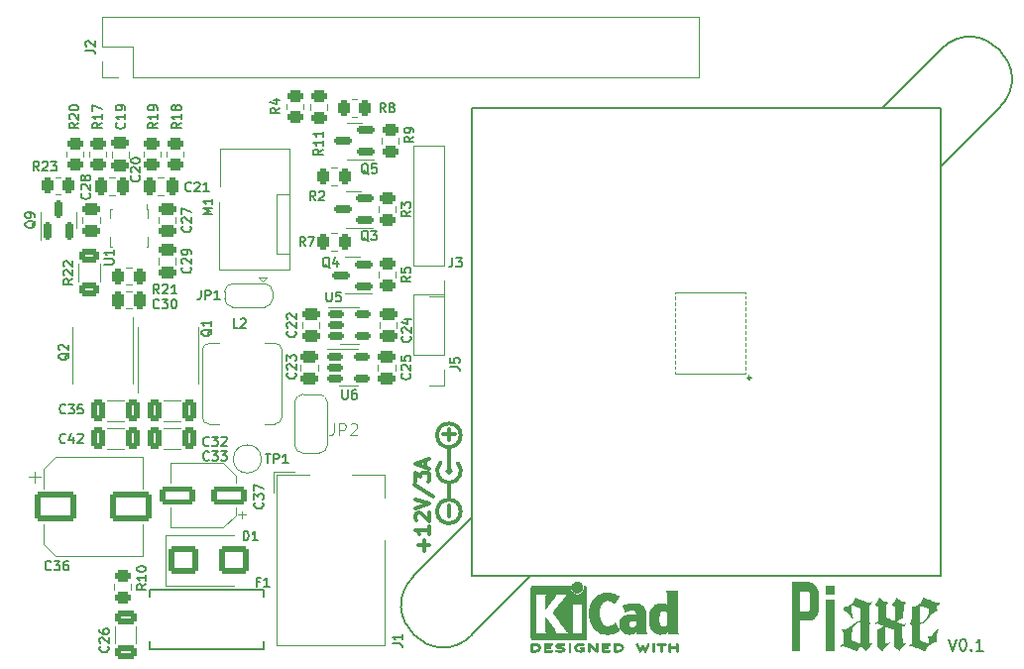
<source format=gto>
G04 #@! TF.GenerationSoftware,KiCad,Pcbnew,7.0.7-7.0.7~ubuntu22.04.1*
G04 #@! TF.CreationDate,2023-10-23T09:56:04+02:00*
G04 #@! TF.ProjectId,bitaxeUltra,62697461-7865-4556-9c74-72612e6b6963,rev?*
G04 #@! TF.SameCoordinates,Original*
G04 #@! TF.FileFunction,Legend,Top*
G04 #@! TF.FilePolarity,Positive*
%FSLAX46Y46*%
G04 Gerber Fmt 4.6, Leading zero omitted, Abs format (unit mm)*
G04 Created by KiCad (PCBNEW 7.0.7-7.0.7~ubuntu22.04.1) date 2023-10-23 09:56:04*
%MOMM*%
%LPD*%
G01*
G04 APERTURE LIST*
G04 Aperture macros list*
%AMRoundRect*
0 Rectangle with rounded corners*
0 $1 Rounding radius*
0 $2 $3 $4 $5 $6 $7 $8 $9 X,Y pos of 4 corners*
0 Add a 4 corners polygon primitive as box body*
4,1,4,$2,$3,$4,$5,$6,$7,$8,$9,$2,$3,0*
0 Add four circle primitives for the rounded corners*
1,1,$1+$1,$2,$3*
1,1,$1+$1,$4,$5*
1,1,$1+$1,$6,$7*
1,1,$1+$1,$8,$9*
0 Add four rect primitives between the rounded corners*
20,1,$1+$1,$2,$3,$4,$5,0*
20,1,$1+$1,$4,$5,$6,$7,0*
20,1,$1+$1,$6,$7,$8,$9,0*
20,1,$1+$1,$8,$9,$2,$3,0*%
%AMFreePoly0*
4,1,5,0.500000,-2.250000,-0.500000,-2.250000,-0.500000,2.250000,0.500000,2.250000,0.500000,-2.250000,0.500000,-2.250000,$1*%
%AMFreePoly1*
4,1,19,0.550000,-0.750000,0.000000,-0.750000,0.000000,-0.744911,-0.071157,-0.744911,-0.207708,-0.704816,-0.327430,-0.627875,-0.420627,-0.520320,-0.479746,-0.390866,-0.500000,-0.250000,-0.500000,0.250000,-0.479746,0.390866,-0.420627,0.520320,-0.327430,0.627875,-0.207708,0.704816,-0.071157,0.744911,0.000000,0.744911,0.000000,0.750000,0.550000,0.750000,0.550000,-0.750000,0.550000,-0.750000,
$1*%
%AMFreePoly2*
4,1,19,0.000000,0.744911,0.071157,0.744911,0.207708,0.704816,0.327430,0.627875,0.420627,0.520320,0.479746,0.390866,0.500000,0.250000,0.500000,-0.250000,0.479746,-0.390866,0.420627,-0.520320,0.327430,-0.627875,0.207708,-0.704816,0.071157,-0.744911,0.000000,-0.744911,0.000000,-0.750000,-0.550000,-0.750000,-0.550000,0.750000,0.000000,0.750000,0.000000,0.744911,0.000000,0.744911,
$1*%
G04 Aperture macros list end*
%ADD10C,0.150000*%
%ADD11C,0.200000*%
%ADD12C,0.300000*%
%ADD13C,0.100000*%
%ADD14C,0.120000*%
%ADD15C,0.310000*%
%ADD16C,0.050000*%
%ADD17C,0.227485*%
%ADD18C,0.010000*%
%ADD19RoundRect,0.250000X-0.450000X0.262500X-0.450000X-0.262500X0.450000X-0.262500X0.450000X0.262500X0*%
%ADD20RoundRect,0.150000X0.150000X-0.587500X0.150000X0.587500X-0.150000X0.587500X-0.150000X-0.587500X0*%
%ADD21R,1.700000X1.700000*%
%ADD22O,1.700000X1.700000*%
%ADD23RoundRect,0.150000X-0.512500X-0.150000X0.512500X-0.150000X0.512500X0.150000X-0.512500X0.150000X0*%
%ADD24RoundRect,0.250000X0.262500X0.450000X-0.262500X0.450000X-0.262500X-0.450000X0.262500X-0.450000X0*%
%ADD25RoundRect,0.250000X-0.475000X0.250000X-0.475000X-0.250000X0.475000X-0.250000X0.475000X0.250000X0*%
%ADD26RoundRect,0.250000X0.450000X-0.262500X0.450000X0.262500X-0.450000X0.262500X-0.450000X-0.262500X0*%
%ADD27RoundRect,0.250000X0.250000X0.475000X-0.250000X0.475000X-0.250000X-0.475000X0.250000X-0.475000X0*%
%ADD28RoundRect,0.250000X1.250000X0.550000X-1.250000X0.550000X-1.250000X-0.550000X1.250000X-0.550000X0*%
%ADD29C,3.200000*%
%ADD30FreePoly0,0.000000*%
%ADD31R,3.500000X2.950000*%
%ADD32RoundRect,0.250000X-0.325000X-0.650000X0.325000X-0.650000X0.325000X0.650000X-0.325000X0.650000X0*%
%ADD33RoundRect,0.250000X-1.000000X-0.900000X1.000000X-0.900000X1.000000X0.900000X-1.000000X0.900000X0*%
%ADD34RoundRect,0.250000X-0.625000X0.312500X-0.625000X-0.312500X0.625000X-0.312500X0.625000X0.312500X0*%
%ADD35RoundRect,0.250000X0.325000X0.650000X-0.325000X0.650000X-0.325000X-0.650000X0.325000X-0.650000X0*%
%ADD36C,1.100000*%
%ADD37R,2.030000X1.730000*%
%ADD38O,2.030000X1.730000*%
%ADD39RoundRect,0.150000X0.587500X0.150000X-0.587500X0.150000X-0.587500X-0.150000X0.587500X-0.150000X0*%
%ADD40R,0.700000X0.700000*%
%ADD41R,4.510000X4.350000*%
%ADD42RoundRect,0.250000X-0.250000X-0.475000X0.250000X-0.475000X0.250000X0.475000X-0.250000X0.475000X0*%
%ADD43C,2.000000*%
%ADD44R,0.792000X0.221000*%
%ADD45R,4.277000X1.810000*%
%ADD46R,4.277000X4.530000*%
%ADD47RoundRect,0.250000X-0.262500X-0.450000X0.262500X-0.450000X0.262500X0.450000X-0.262500X0.450000X0*%
%ADD48RoundRect,0.250000X-1.500000X-1.000000X1.500000X-1.000000X1.500000X1.000000X-1.500000X1.000000X0*%
%ADD49RoundRect,0.250000X-0.650000X0.325000X-0.650000X-0.325000X0.650000X-0.325000X0.650000X0.325000X0*%
%ADD50RoundRect,0.250000X0.475000X-0.250000X0.475000X0.250000X-0.475000X0.250000X-0.475000X-0.250000X0*%
%ADD51FreePoly1,180.000000*%
%ADD52R,1.000000X1.500000*%
%ADD53FreePoly2,180.000000*%
%ADD54R,2.600000X2.600000*%
%ADD55C,2.600000*%
%ADD56R,4.245000X3.810000*%
%ADD57R,0.280000X0.850000*%
%ADD58R,0.700000X0.280000*%
%ADD59R,2.400000X1.650000*%
G04 APERTURE END LIST*
D10*
X211999999Y-109499999D02*
X217000000Y-104500000D01*
X256999999Y-64499999D02*
X252000000Y-69500000D01*
X207000001Y-104500000D02*
X212000000Y-99500000D01*
X256999999Y-64499999D02*
G75*
G03*
X252000001Y-59500001I-2499999J2499999D01*
G01*
D11*
X212000000Y-64500000D02*
X252000000Y-64500000D01*
X252000000Y-104500000D01*
X212000000Y-104500000D01*
X212000000Y-64500000D01*
D10*
X252000001Y-59500001D02*
X247000000Y-64500000D01*
X207000001Y-104500001D02*
G75*
G03*
X211999999Y-109499999I2499999J-2499999D01*
G01*
X252669922Y-109867819D02*
X253003255Y-110867819D01*
X253003255Y-110867819D02*
X253336588Y-109867819D01*
X253860398Y-109867819D02*
X253955636Y-109867819D01*
X253955636Y-109867819D02*
X254050874Y-109915438D01*
X254050874Y-109915438D02*
X254098493Y-109963057D01*
X254098493Y-109963057D02*
X254146112Y-110058295D01*
X254146112Y-110058295D02*
X254193731Y-110248771D01*
X254193731Y-110248771D02*
X254193731Y-110486866D01*
X254193731Y-110486866D02*
X254146112Y-110677342D01*
X254146112Y-110677342D02*
X254098493Y-110772580D01*
X254098493Y-110772580D02*
X254050874Y-110820200D01*
X254050874Y-110820200D02*
X253955636Y-110867819D01*
X253955636Y-110867819D02*
X253860398Y-110867819D01*
X253860398Y-110867819D02*
X253765160Y-110820200D01*
X253765160Y-110820200D02*
X253717541Y-110772580D01*
X253717541Y-110772580D02*
X253669922Y-110677342D01*
X253669922Y-110677342D02*
X253622303Y-110486866D01*
X253622303Y-110486866D02*
X253622303Y-110248771D01*
X253622303Y-110248771D02*
X253669922Y-110058295D01*
X253669922Y-110058295D02*
X253717541Y-109963057D01*
X253717541Y-109963057D02*
X253765160Y-109915438D01*
X253765160Y-109915438D02*
X253860398Y-109867819D01*
X254622303Y-110772580D02*
X254669922Y-110820200D01*
X254669922Y-110820200D02*
X254622303Y-110867819D01*
X254622303Y-110867819D02*
X254574684Y-110820200D01*
X254574684Y-110820200D02*
X254622303Y-110772580D01*
X254622303Y-110772580D02*
X254622303Y-110867819D01*
X255622302Y-110867819D02*
X255050874Y-110867819D01*
X255336588Y-110867819D02*
X255336588Y-109867819D01*
X255336588Y-109867819D02*
X255241350Y-110010676D01*
X255241350Y-110010676D02*
X255146112Y-110105914D01*
X255146112Y-110105914D02*
X255050874Y-110153533D01*
D12*
X207880400Y-102328570D02*
X207880400Y-101414285D01*
X208337542Y-101871427D02*
X207423257Y-101871427D01*
X208337542Y-100214285D02*
X208337542Y-100899999D01*
X208337542Y-100557142D02*
X207137542Y-100557142D01*
X207137542Y-100557142D02*
X207308971Y-100671428D01*
X207308971Y-100671428D02*
X207423257Y-100785713D01*
X207423257Y-100785713D02*
X207480400Y-100899999D01*
X207251828Y-99757142D02*
X207194685Y-99699999D01*
X207194685Y-99699999D02*
X207137542Y-99585714D01*
X207137542Y-99585714D02*
X207137542Y-99299999D01*
X207137542Y-99299999D02*
X207194685Y-99185714D01*
X207194685Y-99185714D02*
X207251828Y-99128571D01*
X207251828Y-99128571D02*
X207366114Y-99071428D01*
X207366114Y-99071428D02*
X207480400Y-99071428D01*
X207480400Y-99071428D02*
X207651828Y-99128571D01*
X207651828Y-99128571D02*
X208337542Y-99814285D01*
X208337542Y-99814285D02*
X208337542Y-99071428D01*
X207137542Y-98728571D02*
X208337542Y-98328571D01*
X208337542Y-98328571D02*
X207137542Y-97928571D01*
X207080400Y-96671428D02*
X208623257Y-97700000D01*
X207137542Y-96385714D02*
X207137542Y-95642857D01*
X207137542Y-95642857D02*
X207594685Y-96042857D01*
X207594685Y-96042857D02*
X207594685Y-95871428D01*
X207594685Y-95871428D02*
X207651828Y-95757143D01*
X207651828Y-95757143D02*
X207708971Y-95700000D01*
X207708971Y-95700000D02*
X207823257Y-95642857D01*
X207823257Y-95642857D02*
X208108971Y-95642857D01*
X208108971Y-95642857D02*
X208223257Y-95700000D01*
X208223257Y-95700000D02*
X208280400Y-95757143D01*
X208280400Y-95757143D02*
X208337542Y-95871428D01*
X208337542Y-95871428D02*
X208337542Y-96214285D01*
X208337542Y-96214285D02*
X208280400Y-96328571D01*
X208280400Y-96328571D02*
X208223257Y-96385714D01*
X207994685Y-95185714D02*
X207994685Y-94614286D01*
X208337542Y-95300000D02*
X207137542Y-94900000D01*
X207137542Y-94900000D02*
X208337542Y-94500000D01*
D10*
X206736295Y-73285332D02*
X206355342Y-73551999D01*
X206736295Y-73742475D02*
X205936295Y-73742475D01*
X205936295Y-73742475D02*
X205936295Y-73437713D01*
X205936295Y-73437713D02*
X205974390Y-73361523D01*
X205974390Y-73361523D02*
X206012485Y-73323428D01*
X206012485Y-73323428D02*
X206088676Y-73285332D01*
X206088676Y-73285332D02*
X206202961Y-73285332D01*
X206202961Y-73285332D02*
X206279152Y-73323428D01*
X206279152Y-73323428D02*
X206317247Y-73361523D01*
X206317247Y-73361523D02*
X206355342Y-73437713D01*
X206355342Y-73437713D02*
X206355342Y-73742475D01*
X205936295Y-73018666D02*
X205936295Y-72523428D01*
X205936295Y-72523428D02*
X206241057Y-72790094D01*
X206241057Y-72790094D02*
X206241057Y-72675809D01*
X206241057Y-72675809D02*
X206279152Y-72599618D01*
X206279152Y-72599618D02*
X206317247Y-72561523D01*
X206317247Y-72561523D02*
X206393438Y-72523428D01*
X206393438Y-72523428D02*
X206583914Y-72523428D01*
X206583914Y-72523428D02*
X206660104Y-72561523D01*
X206660104Y-72561523D02*
X206698200Y-72599618D01*
X206698200Y-72599618D02*
X206736295Y-72675809D01*
X206736295Y-72675809D02*
X206736295Y-72904380D01*
X206736295Y-72904380D02*
X206698200Y-72980571D01*
X206698200Y-72980571D02*
X206660104Y-73018666D01*
X174696485Y-74149390D02*
X174658390Y-74225580D01*
X174658390Y-74225580D02*
X174582200Y-74301771D01*
X174582200Y-74301771D02*
X174467914Y-74416057D01*
X174467914Y-74416057D02*
X174429819Y-74492247D01*
X174429819Y-74492247D02*
X174429819Y-74568438D01*
X174620295Y-74530342D02*
X174582200Y-74606533D01*
X174582200Y-74606533D02*
X174506009Y-74682723D01*
X174506009Y-74682723D02*
X174353628Y-74720819D01*
X174353628Y-74720819D02*
X174086961Y-74720819D01*
X174086961Y-74720819D02*
X173934580Y-74682723D01*
X173934580Y-74682723D02*
X173858390Y-74606533D01*
X173858390Y-74606533D02*
X173820295Y-74530342D01*
X173820295Y-74530342D02*
X173820295Y-74377961D01*
X173820295Y-74377961D02*
X173858390Y-74301771D01*
X173858390Y-74301771D02*
X173934580Y-74225580D01*
X173934580Y-74225580D02*
X174086961Y-74187485D01*
X174086961Y-74187485D02*
X174353628Y-74187485D01*
X174353628Y-74187485D02*
X174506009Y-74225580D01*
X174506009Y-74225580D02*
X174582200Y-74301771D01*
X174582200Y-74301771D02*
X174620295Y-74377961D01*
X174620295Y-74377961D02*
X174620295Y-74530342D01*
X174620295Y-73806533D02*
X174620295Y-73654152D01*
X174620295Y-73654152D02*
X174582200Y-73577962D01*
X174582200Y-73577962D02*
X174544104Y-73539866D01*
X174544104Y-73539866D02*
X174429819Y-73463676D01*
X174429819Y-73463676D02*
X174277438Y-73425581D01*
X174277438Y-73425581D02*
X173972676Y-73425581D01*
X173972676Y-73425581D02*
X173896485Y-73463676D01*
X173896485Y-73463676D02*
X173858390Y-73501771D01*
X173858390Y-73501771D02*
X173820295Y-73577962D01*
X173820295Y-73577962D02*
X173820295Y-73730343D01*
X173820295Y-73730343D02*
X173858390Y-73806533D01*
X173858390Y-73806533D02*
X173896485Y-73844628D01*
X173896485Y-73844628D02*
X173972676Y-73882724D01*
X173972676Y-73882724D02*
X174163152Y-73882724D01*
X174163152Y-73882724D02*
X174239342Y-73844628D01*
X174239342Y-73844628D02*
X174277438Y-73806533D01*
X174277438Y-73806533D02*
X174315533Y-73730343D01*
X174315533Y-73730343D02*
X174315533Y-73577962D01*
X174315533Y-73577962D02*
X174277438Y-73501771D01*
X174277438Y-73501771D02*
X174239342Y-73463676D01*
X174239342Y-73463676D02*
X174163152Y-73425581D01*
X210299333Y-77286295D02*
X210299333Y-77857723D01*
X210299333Y-77857723D02*
X210261238Y-77972009D01*
X210261238Y-77972009D02*
X210185047Y-78048200D01*
X210185047Y-78048200D02*
X210070762Y-78086295D01*
X210070762Y-78086295D02*
X209994571Y-78086295D01*
X210604095Y-77286295D02*
X211099333Y-77286295D01*
X211099333Y-77286295D02*
X210832667Y-77591057D01*
X210832667Y-77591057D02*
X210946952Y-77591057D01*
X210946952Y-77591057D02*
X211023143Y-77629152D01*
X211023143Y-77629152D02*
X211061238Y-77667247D01*
X211061238Y-77667247D02*
X211099333Y-77743438D01*
X211099333Y-77743438D02*
X211099333Y-77933914D01*
X211099333Y-77933914D02*
X211061238Y-78010104D01*
X211061238Y-78010104D02*
X211023143Y-78048200D01*
X211023143Y-78048200D02*
X210946952Y-78086295D01*
X210946952Y-78086295D02*
X210718381Y-78086295D01*
X210718381Y-78086295D02*
X210642190Y-78048200D01*
X210642190Y-78048200D02*
X210604095Y-78010104D01*
X200890476Y-88562295D02*
X200890476Y-89209914D01*
X200890476Y-89209914D02*
X200928571Y-89286104D01*
X200928571Y-89286104D02*
X200966666Y-89324200D01*
X200966666Y-89324200D02*
X201042857Y-89362295D01*
X201042857Y-89362295D02*
X201195238Y-89362295D01*
X201195238Y-89362295D02*
X201271428Y-89324200D01*
X201271428Y-89324200D02*
X201309523Y-89286104D01*
X201309523Y-89286104D02*
X201347619Y-89209914D01*
X201347619Y-89209914D02*
X201347619Y-88562295D01*
X202071428Y-88562295D02*
X201919047Y-88562295D01*
X201919047Y-88562295D02*
X201842856Y-88600390D01*
X201842856Y-88600390D02*
X201804761Y-88638485D01*
X201804761Y-88638485D02*
X201728571Y-88752771D01*
X201728571Y-88752771D02*
X201690475Y-88905152D01*
X201690475Y-88905152D02*
X201690475Y-89209914D01*
X201690475Y-89209914D02*
X201728571Y-89286104D01*
X201728571Y-89286104D02*
X201766666Y-89324200D01*
X201766666Y-89324200D02*
X201842856Y-89362295D01*
X201842856Y-89362295D02*
X201995237Y-89362295D01*
X201995237Y-89362295D02*
X202071428Y-89324200D01*
X202071428Y-89324200D02*
X202109523Y-89286104D01*
X202109523Y-89286104D02*
X202147618Y-89209914D01*
X202147618Y-89209914D02*
X202147618Y-89019438D01*
X202147618Y-89019438D02*
X202109523Y-88943247D01*
X202109523Y-88943247D02*
X202071428Y-88905152D01*
X202071428Y-88905152D02*
X201995237Y-88867057D01*
X201995237Y-88867057D02*
X201842856Y-88867057D01*
X201842856Y-88867057D02*
X201766666Y-88905152D01*
X201766666Y-88905152D02*
X201728571Y-88943247D01*
X201728571Y-88943247D02*
X201690475Y-89019438D01*
X185240914Y-80375095D02*
X184974247Y-79994142D01*
X184783771Y-80375095D02*
X184783771Y-79575095D01*
X184783771Y-79575095D02*
X185088533Y-79575095D01*
X185088533Y-79575095D02*
X185164723Y-79613190D01*
X185164723Y-79613190D02*
X185202818Y-79651285D01*
X185202818Y-79651285D02*
X185240914Y-79727476D01*
X185240914Y-79727476D02*
X185240914Y-79841761D01*
X185240914Y-79841761D02*
X185202818Y-79917952D01*
X185202818Y-79917952D02*
X185164723Y-79956047D01*
X185164723Y-79956047D02*
X185088533Y-79994142D01*
X185088533Y-79994142D02*
X184783771Y-79994142D01*
X185545675Y-79651285D02*
X185583771Y-79613190D01*
X185583771Y-79613190D02*
X185659961Y-79575095D01*
X185659961Y-79575095D02*
X185850437Y-79575095D01*
X185850437Y-79575095D02*
X185926628Y-79613190D01*
X185926628Y-79613190D02*
X185964723Y-79651285D01*
X185964723Y-79651285D02*
X186002818Y-79727476D01*
X186002818Y-79727476D02*
X186002818Y-79803666D01*
X186002818Y-79803666D02*
X185964723Y-79917952D01*
X185964723Y-79917952D02*
X185507580Y-80375095D01*
X185507580Y-80375095D02*
X186002818Y-80375095D01*
X186764723Y-80375095D02*
X186307580Y-80375095D01*
X186536152Y-80375095D02*
X186536152Y-79575095D01*
X186536152Y-79575095D02*
X186459961Y-79689380D01*
X186459961Y-79689380D02*
X186383771Y-79765571D01*
X186383771Y-79765571D02*
X186307580Y-79803666D01*
X187915418Y-78101222D02*
X187953514Y-78139318D01*
X187953514Y-78139318D02*
X187991609Y-78253603D01*
X187991609Y-78253603D02*
X187991609Y-78329794D01*
X187991609Y-78329794D02*
X187953514Y-78444080D01*
X187953514Y-78444080D02*
X187877323Y-78520270D01*
X187877323Y-78520270D02*
X187801133Y-78558365D01*
X187801133Y-78558365D02*
X187648752Y-78596461D01*
X187648752Y-78596461D02*
X187534466Y-78596461D01*
X187534466Y-78596461D02*
X187382085Y-78558365D01*
X187382085Y-78558365D02*
X187305894Y-78520270D01*
X187305894Y-78520270D02*
X187229704Y-78444080D01*
X187229704Y-78444080D02*
X187191609Y-78329794D01*
X187191609Y-78329794D02*
X187191609Y-78253603D01*
X187191609Y-78253603D02*
X187229704Y-78139318D01*
X187229704Y-78139318D02*
X187267799Y-78101222D01*
X187267799Y-77796461D02*
X187229704Y-77758365D01*
X187229704Y-77758365D02*
X187191609Y-77682175D01*
X187191609Y-77682175D02*
X187191609Y-77491699D01*
X187191609Y-77491699D02*
X187229704Y-77415508D01*
X187229704Y-77415508D02*
X187267799Y-77377413D01*
X187267799Y-77377413D02*
X187343990Y-77339318D01*
X187343990Y-77339318D02*
X187420180Y-77339318D01*
X187420180Y-77339318D02*
X187534466Y-77377413D01*
X187534466Y-77377413D02*
X187991609Y-77834556D01*
X187991609Y-77834556D02*
X187991609Y-77339318D01*
X187991609Y-76958365D02*
X187991609Y-76805984D01*
X187991609Y-76805984D02*
X187953514Y-76729794D01*
X187953514Y-76729794D02*
X187915418Y-76691698D01*
X187915418Y-76691698D02*
X187801133Y-76615508D01*
X187801133Y-76615508D02*
X187648752Y-76577413D01*
X187648752Y-76577413D02*
X187343990Y-76577413D01*
X187343990Y-76577413D02*
X187267799Y-76615508D01*
X187267799Y-76615508D02*
X187229704Y-76653603D01*
X187229704Y-76653603D02*
X187191609Y-76729794D01*
X187191609Y-76729794D02*
X187191609Y-76882175D01*
X187191609Y-76882175D02*
X187229704Y-76958365D01*
X187229704Y-76958365D02*
X187267799Y-76996460D01*
X187267799Y-76996460D02*
X187343990Y-77034556D01*
X187343990Y-77034556D02*
X187534466Y-77034556D01*
X187534466Y-77034556D02*
X187610656Y-76996460D01*
X187610656Y-76996460D02*
X187648752Y-76958365D01*
X187648752Y-76958365D02*
X187686847Y-76882175D01*
X187686847Y-76882175D02*
X187686847Y-76729794D01*
X187686847Y-76729794D02*
X187648752Y-76653603D01*
X187648752Y-76653603D02*
X187610656Y-76615508D01*
X187610656Y-76615508D02*
X187534466Y-76577413D01*
X174990914Y-69875095D02*
X174724247Y-69494142D01*
X174533771Y-69875095D02*
X174533771Y-69075095D01*
X174533771Y-69075095D02*
X174838533Y-69075095D01*
X174838533Y-69075095D02*
X174914723Y-69113190D01*
X174914723Y-69113190D02*
X174952818Y-69151285D01*
X174952818Y-69151285D02*
X174990914Y-69227476D01*
X174990914Y-69227476D02*
X174990914Y-69341761D01*
X174990914Y-69341761D02*
X174952818Y-69417952D01*
X174952818Y-69417952D02*
X174914723Y-69456047D01*
X174914723Y-69456047D02*
X174838533Y-69494142D01*
X174838533Y-69494142D02*
X174533771Y-69494142D01*
X175295675Y-69151285D02*
X175333771Y-69113190D01*
X175333771Y-69113190D02*
X175409961Y-69075095D01*
X175409961Y-69075095D02*
X175600437Y-69075095D01*
X175600437Y-69075095D02*
X175676628Y-69113190D01*
X175676628Y-69113190D02*
X175714723Y-69151285D01*
X175714723Y-69151285D02*
X175752818Y-69227476D01*
X175752818Y-69227476D02*
X175752818Y-69303666D01*
X175752818Y-69303666D02*
X175714723Y-69417952D01*
X175714723Y-69417952D02*
X175257580Y-69875095D01*
X175257580Y-69875095D02*
X175752818Y-69875095D01*
X176019485Y-69075095D02*
X176514723Y-69075095D01*
X176514723Y-69075095D02*
X176248057Y-69379857D01*
X176248057Y-69379857D02*
X176362342Y-69379857D01*
X176362342Y-69379857D02*
X176438533Y-69417952D01*
X176438533Y-69417952D02*
X176476628Y-69456047D01*
X176476628Y-69456047D02*
X176514723Y-69532238D01*
X176514723Y-69532238D02*
X176514723Y-69722714D01*
X176514723Y-69722714D02*
X176476628Y-69798904D01*
X176476628Y-69798904D02*
X176438533Y-69837000D01*
X176438533Y-69837000D02*
X176362342Y-69875095D01*
X176362342Y-69875095D02*
X176133771Y-69875095D01*
X176133771Y-69875095D02*
X176057580Y-69837000D01*
X176057580Y-69837000D02*
X176019485Y-69798904D01*
X199244295Y-68027485D02*
X198863342Y-68294152D01*
X199244295Y-68484628D02*
X198444295Y-68484628D01*
X198444295Y-68484628D02*
X198444295Y-68179866D01*
X198444295Y-68179866D02*
X198482390Y-68103676D01*
X198482390Y-68103676D02*
X198520485Y-68065581D01*
X198520485Y-68065581D02*
X198596676Y-68027485D01*
X198596676Y-68027485D02*
X198710961Y-68027485D01*
X198710961Y-68027485D02*
X198787152Y-68065581D01*
X198787152Y-68065581D02*
X198825247Y-68103676D01*
X198825247Y-68103676D02*
X198863342Y-68179866D01*
X198863342Y-68179866D02*
X198863342Y-68484628D01*
X199244295Y-67265581D02*
X199244295Y-67722724D01*
X199244295Y-67494152D02*
X198444295Y-67494152D01*
X198444295Y-67494152D02*
X198558580Y-67570343D01*
X198558580Y-67570343D02*
X198634771Y-67646533D01*
X198634771Y-67646533D02*
X198672866Y-67722724D01*
X199244295Y-66503676D02*
X199244295Y-66960819D01*
X199244295Y-66732247D02*
X198444295Y-66732247D01*
X198444295Y-66732247D02*
X198558580Y-66808438D01*
X198558580Y-66808438D02*
X198634771Y-66884628D01*
X198634771Y-66884628D02*
X198672866Y-66960819D01*
X187990914Y-71548904D02*
X187952818Y-71587000D01*
X187952818Y-71587000D02*
X187838533Y-71625095D01*
X187838533Y-71625095D02*
X187762342Y-71625095D01*
X187762342Y-71625095D02*
X187648056Y-71587000D01*
X187648056Y-71587000D02*
X187571866Y-71510809D01*
X187571866Y-71510809D02*
X187533771Y-71434619D01*
X187533771Y-71434619D02*
X187495675Y-71282238D01*
X187495675Y-71282238D02*
X187495675Y-71167952D01*
X187495675Y-71167952D02*
X187533771Y-71015571D01*
X187533771Y-71015571D02*
X187571866Y-70939380D01*
X187571866Y-70939380D02*
X187648056Y-70863190D01*
X187648056Y-70863190D02*
X187762342Y-70825095D01*
X187762342Y-70825095D02*
X187838533Y-70825095D01*
X187838533Y-70825095D02*
X187952818Y-70863190D01*
X187952818Y-70863190D02*
X187990914Y-70901285D01*
X188295675Y-70901285D02*
X188333771Y-70863190D01*
X188333771Y-70863190D02*
X188409961Y-70825095D01*
X188409961Y-70825095D02*
X188600437Y-70825095D01*
X188600437Y-70825095D02*
X188676628Y-70863190D01*
X188676628Y-70863190D02*
X188714723Y-70901285D01*
X188714723Y-70901285D02*
X188752818Y-70977476D01*
X188752818Y-70977476D02*
X188752818Y-71053666D01*
X188752818Y-71053666D02*
X188714723Y-71167952D01*
X188714723Y-71167952D02*
X188257580Y-71625095D01*
X188257580Y-71625095D02*
X188752818Y-71625095D01*
X189514723Y-71625095D02*
X189057580Y-71625095D01*
X189286152Y-71625095D02*
X189286152Y-70825095D01*
X189286152Y-70825095D02*
X189209961Y-70939380D01*
X189209961Y-70939380D02*
X189133771Y-71015571D01*
X189133771Y-71015571D02*
X189057580Y-71053666D01*
X194086104Y-98214285D02*
X194124200Y-98252381D01*
X194124200Y-98252381D02*
X194162295Y-98366666D01*
X194162295Y-98366666D02*
X194162295Y-98442857D01*
X194162295Y-98442857D02*
X194124200Y-98557143D01*
X194124200Y-98557143D02*
X194048009Y-98633333D01*
X194048009Y-98633333D02*
X193971819Y-98671428D01*
X193971819Y-98671428D02*
X193819438Y-98709524D01*
X193819438Y-98709524D02*
X193705152Y-98709524D01*
X193705152Y-98709524D02*
X193552771Y-98671428D01*
X193552771Y-98671428D02*
X193476580Y-98633333D01*
X193476580Y-98633333D02*
X193400390Y-98557143D01*
X193400390Y-98557143D02*
X193362295Y-98442857D01*
X193362295Y-98442857D02*
X193362295Y-98366666D01*
X193362295Y-98366666D02*
X193400390Y-98252381D01*
X193400390Y-98252381D02*
X193438485Y-98214285D01*
X193362295Y-97947619D02*
X193362295Y-97452381D01*
X193362295Y-97452381D02*
X193667057Y-97719047D01*
X193667057Y-97719047D02*
X193667057Y-97604762D01*
X193667057Y-97604762D02*
X193705152Y-97528571D01*
X193705152Y-97528571D02*
X193743247Y-97490476D01*
X193743247Y-97490476D02*
X193819438Y-97452381D01*
X193819438Y-97452381D02*
X194009914Y-97452381D01*
X194009914Y-97452381D02*
X194086104Y-97490476D01*
X194086104Y-97490476D02*
X194124200Y-97528571D01*
X194124200Y-97528571D02*
X194162295Y-97604762D01*
X194162295Y-97604762D02*
X194162295Y-97833333D01*
X194162295Y-97833333D02*
X194124200Y-97909524D01*
X194124200Y-97909524D02*
X194086104Y-97947619D01*
X193362295Y-97185714D02*
X193362295Y-96652380D01*
X193362295Y-96652380D02*
X194162295Y-96995238D01*
D12*
X210005233Y-92870012D02*
X210005233Y-91917632D01*
X210481423Y-92393822D02*
X209529042Y-92393822D01*
X209995233Y-99380012D02*
X209995233Y-98427632D01*
D13*
X200166666Y-91457419D02*
X200166666Y-92171704D01*
X200166666Y-92171704D02*
X200119047Y-92314561D01*
X200119047Y-92314561D02*
X200023809Y-92409800D01*
X200023809Y-92409800D02*
X199880952Y-92457419D01*
X199880952Y-92457419D02*
X199785714Y-92457419D01*
X200642857Y-92457419D02*
X200642857Y-91457419D01*
X200642857Y-91457419D02*
X201023809Y-91457419D01*
X201023809Y-91457419D02*
X201119047Y-91505038D01*
X201119047Y-91505038D02*
X201166666Y-91552657D01*
X201166666Y-91552657D02*
X201214285Y-91647895D01*
X201214285Y-91647895D02*
X201214285Y-91790752D01*
X201214285Y-91790752D02*
X201166666Y-91885990D01*
X201166666Y-91885990D02*
X201119047Y-91933609D01*
X201119047Y-91933609D02*
X201023809Y-91981228D01*
X201023809Y-91981228D02*
X200642857Y-91981228D01*
X201595238Y-91552657D02*
X201642857Y-91505038D01*
X201642857Y-91505038D02*
X201738095Y-91457419D01*
X201738095Y-91457419D02*
X201976190Y-91457419D01*
X201976190Y-91457419D02*
X202071428Y-91505038D01*
X202071428Y-91505038D02*
X202119047Y-91552657D01*
X202119047Y-91552657D02*
X202166666Y-91647895D01*
X202166666Y-91647895D02*
X202166666Y-91743133D01*
X202166666Y-91743133D02*
X202119047Y-91885990D01*
X202119047Y-91885990D02*
X201547619Y-92457419D01*
X201547619Y-92457419D02*
X202166666Y-92457419D01*
D10*
X185117495Y-65777085D02*
X184736542Y-66043752D01*
X185117495Y-66234228D02*
X184317495Y-66234228D01*
X184317495Y-66234228D02*
X184317495Y-65929466D01*
X184317495Y-65929466D02*
X184355590Y-65853276D01*
X184355590Y-65853276D02*
X184393685Y-65815181D01*
X184393685Y-65815181D02*
X184469876Y-65777085D01*
X184469876Y-65777085D02*
X184584161Y-65777085D01*
X184584161Y-65777085D02*
X184660352Y-65815181D01*
X184660352Y-65815181D02*
X184698447Y-65853276D01*
X184698447Y-65853276D02*
X184736542Y-65929466D01*
X184736542Y-65929466D02*
X184736542Y-66234228D01*
X185117495Y-65015181D02*
X185117495Y-65472324D01*
X185117495Y-65243752D02*
X184317495Y-65243752D01*
X184317495Y-65243752D02*
X184431780Y-65319943D01*
X184431780Y-65319943D02*
X184507971Y-65396133D01*
X184507971Y-65396133D02*
X184546066Y-65472324D01*
X185117495Y-64634228D02*
X185117495Y-64481847D01*
X185117495Y-64481847D02*
X185079400Y-64405657D01*
X185079400Y-64405657D02*
X185041304Y-64367561D01*
X185041304Y-64367561D02*
X184927019Y-64291371D01*
X184927019Y-64291371D02*
X184774638Y-64253276D01*
X184774638Y-64253276D02*
X184469876Y-64253276D01*
X184469876Y-64253276D02*
X184393685Y-64291371D01*
X184393685Y-64291371D02*
X184355590Y-64329466D01*
X184355590Y-64329466D02*
X184317495Y-64405657D01*
X184317495Y-64405657D02*
X184317495Y-64558038D01*
X184317495Y-64558038D02*
X184355590Y-64634228D01*
X184355590Y-64634228D02*
X184393685Y-64672323D01*
X184393685Y-64672323D02*
X184469876Y-64710419D01*
X184469876Y-64710419D02*
X184660352Y-64710419D01*
X184660352Y-64710419D02*
X184736542Y-64672323D01*
X184736542Y-64672323D02*
X184774638Y-64634228D01*
X184774638Y-64634228D02*
X184812733Y-64558038D01*
X184812733Y-64558038D02*
X184812733Y-64405657D01*
X184812733Y-64405657D02*
X184774638Y-64329466D01*
X184774638Y-64329466D02*
X184736542Y-64291371D01*
X184736542Y-64291371D02*
X184660352Y-64253276D01*
X191992266Y-83267895D02*
X191611314Y-83267895D01*
X191611314Y-83267895D02*
X191611314Y-82467895D01*
X192220837Y-82544085D02*
X192258933Y-82505990D01*
X192258933Y-82505990D02*
X192335123Y-82467895D01*
X192335123Y-82467895D02*
X192525599Y-82467895D01*
X192525599Y-82467895D02*
X192601790Y-82505990D01*
X192601790Y-82505990D02*
X192639885Y-82544085D01*
X192639885Y-82544085D02*
X192677980Y-82620276D01*
X192677980Y-82620276D02*
X192677980Y-82696466D01*
X192677980Y-82696466D02*
X192639885Y-82810752D01*
X192639885Y-82810752D02*
X192182742Y-83267895D01*
X192182742Y-83267895D02*
X192677980Y-83267895D01*
X187117495Y-65777085D02*
X186736542Y-66043752D01*
X187117495Y-66234228D02*
X186317495Y-66234228D01*
X186317495Y-66234228D02*
X186317495Y-65929466D01*
X186317495Y-65929466D02*
X186355590Y-65853276D01*
X186355590Y-65853276D02*
X186393685Y-65815181D01*
X186393685Y-65815181D02*
X186469876Y-65777085D01*
X186469876Y-65777085D02*
X186584161Y-65777085D01*
X186584161Y-65777085D02*
X186660352Y-65815181D01*
X186660352Y-65815181D02*
X186698447Y-65853276D01*
X186698447Y-65853276D02*
X186736542Y-65929466D01*
X186736542Y-65929466D02*
X186736542Y-66234228D01*
X187117495Y-65015181D02*
X187117495Y-65472324D01*
X187117495Y-65243752D02*
X186317495Y-65243752D01*
X186317495Y-65243752D02*
X186431780Y-65319943D01*
X186431780Y-65319943D02*
X186507971Y-65396133D01*
X186507971Y-65396133D02*
X186546066Y-65472324D01*
X186660352Y-64558038D02*
X186622257Y-64634228D01*
X186622257Y-64634228D02*
X186584161Y-64672323D01*
X186584161Y-64672323D02*
X186507971Y-64710419D01*
X186507971Y-64710419D02*
X186469876Y-64710419D01*
X186469876Y-64710419D02*
X186393685Y-64672323D01*
X186393685Y-64672323D02*
X186355590Y-64634228D01*
X186355590Y-64634228D02*
X186317495Y-64558038D01*
X186317495Y-64558038D02*
X186317495Y-64405657D01*
X186317495Y-64405657D02*
X186355590Y-64329466D01*
X186355590Y-64329466D02*
X186393685Y-64291371D01*
X186393685Y-64291371D02*
X186469876Y-64253276D01*
X186469876Y-64253276D02*
X186507971Y-64253276D01*
X186507971Y-64253276D02*
X186584161Y-64291371D01*
X186584161Y-64291371D02*
X186622257Y-64329466D01*
X186622257Y-64329466D02*
X186660352Y-64405657D01*
X186660352Y-64405657D02*
X186660352Y-64558038D01*
X186660352Y-64558038D02*
X186698447Y-64634228D01*
X186698447Y-64634228D02*
X186736542Y-64672323D01*
X186736542Y-64672323D02*
X186812733Y-64710419D01*
X186812733Y-64710419D02*
X186965114Y-64710419D01*
X186965114Y-64710419D02*
X187041304Y-64672323D01*
X187041304Y-64672323D02*
X187079400Y-64634228D01*
X187079400Y-64634228D02*
X187117495Y-64558038D01*
X187117495Y-64558038D02*
X187117495Y-64405657D01*
X187117495Y-64405657D02*
X187079400Y-64329466D01*
X187079400Y-64329466D02*
X187041304Y-64291371D01*
X187041304Y-64291371D02*
X186965114Y-64253276D01*
X186965114Y-64253276D02*
X186812733Y-64253276D01*
X186812733Y-64253276D02*
X186736542Y-64291371D01*
X186736542Y-64291371D02*
X186698447Y-64329466D01*
X186698447Y-64329466D02*
X186660352Y-64405657D01*
X177240914Y-90548904D02*
X177202818Y-90587000D01*
X177202818Y-90587000D02*
X177088533Y-90625095D01*
X177088533Y-90625095D02*
X177012342Y-90625095D01*
X177012342Y-90625095D02*
X176898056Y-90587000D01*
X176898056Y-90587000D02*
X176821866Y-90510809D01*
X176821866Y-90510809D02*
X176783771Y-90434619D01*
X176783771Y-90434619D02*
X176745675Y-90282238D01*
X176745675Y-90282238D02*
X176745675Y-90167952D01*
X176745675Y-90167952D02*
X176783771Y-90015571D01*
X176783771Y-90015571D02*
X176821866Y-89939380D01*
X176821866Y-89939380D02*
X176898056Y-89863190D01*
X176898056Y-89863190D02*
X177012342Y-89825095D01*
X177012342Y-89825095D02*
X177088533Y-89825095D01*
X177088533Y-89825095D02*
X177202818Y-89863190D01*
X177202818Y-89863190D02*
X177240914Y-89901285D01*
X177507580Y-89825095D02*
X178002818Y-89825095D01*
X178002818Y-89825095D02*
X177736152Y-90129857D01*
X177736152Y-90129857D02*
X177850437Y-90129857D01*
X177850437Y-90129857D02*
X177926628Y-90167952D01*
X177926628Y-90167952D02*
X177964723Y-90206047D01*
X177964723Y-90206047D02*
X178002818Y-90282238D01*
X178002818Y-90282238D02*
X178002818Y-90472714D01*
X178002818Y-90472714D02*
X177964723Y-90548904D01*
X177964723Y-90548904D02*
X177926628Y-90587000D01*
X177926628Y-90587000D02*
X177850437Y-90625095D01*
X177850437Y-90625095D02*
X177621866Y-90625095D01*
X177621866Y-90625095D02*
X177545675Y-90587000D01*
X177545675Y-90587000D02*
X177507580Y-90548904D01*
X178726628Y-89825095D02*
X178345676Y-89825095D01*
X178345676Y-89825095D02*
X178307580Y-90206047D01*
X178307580Y-90206047D02*
X178345676Y-90167952D01*
X178345676Y-90167952D02*
X178421866Y-90129857D01*
X178421866Y-90129857D02*
X178612342Y-90129857D01*
X178612342Y-90129857D02*
X178688533Y-90167952D01*
X178688533Y-90167952D02*
X178726628Y-90206047D01*
X178726628Y-90206047D02*
X178764723Y-90282238D01*
X178764723Y-90282238D02*
X178764723Y-90472714D01*
X178764723Y-90472714D02*
X178726628Y-90548904D01*
X178726628Y-90548904D02*
X178688533Y-90587000D01*
X178688533Y-90587000D02*
X178612342Y-90625095D01*
X178612342Y-90625095D02*
X178421866Y-90625095D01*
X178421866Y-90625095D02*
X178345676Y-90587000D01*
X178345676Y-90587000D02*
X178307580Y-90548904D01*
X192449524Y-101454295D02*
X192449524Y-100654295D01*
X192449524Y-100654295D02*
X192640000Y-100654295D01*
X192640000Y-100654295D02*
X192754286Y-100692390D01*
X192754286Y-100692390D02*
X192830476Y-100768580D01*
X192830476Y-100768580D02*
X192868571Y-100844771D01*
X192868571Y-100844771D02*
X192906667Y-100997152D01*
X192906667Y-100997152D02*
X192906667Y-101111438D01*
X192906667Y-101111438D02*
X192868571Y-101263819D01*
X192868571Y-101263819D02*
X192830476Y-101340009D01*
X192830476Y-101340009D02*
X192754286Y-101416200D01*
X192754286Y-101416200D02*
X192640000Y-101454295D01*
X192640000Y-101454295D02*
X192449524Y-101454295D01*
X193668571Y-101454295D02*
X193211428Y-101454295D01*
X193440000Y-101454295D02*
X193440000Y-100654295D01*
X193440000Y-100654295D02*
X193363809Y-100768580D01*
X193363809Y-100768580D02*
X193287619Y-100844771D01*
X193287619Y-100844771D02*
X193211428Y-100882866D01*
X177867495Y-79081622D02*
X177486542Y-79348289D01*
X177867495Y-79538765D02*
X177067495Y-79538765D01*
X177067495Y-79538765D02*
X177067495Y-79234003D01*
X177067495Y-79234003D02*
X177105590Y-79157813D01*
X177105590Y-79157813D02*
X177143685Y-79119718D01*
X177143685Y-79119718D02*
X177219876Y-79081622D01*
X177219876Y-79081622D02*
X177334161Y-79081622D01*
X177334161Y-79081622D02*
X177410352Y-79119718D01*
X177410352Y-79119718D02*
X177448447Y-79157813D01*
X177448447Y-79157813D02*
X177486542Y-79234003D01*
X177486542Y-79234003D02*
X177486542Y-79538765D01*
X177143685Y-78776861D02*
X177105590Y-78738765D01*
X177105590Y-78738765D02*
X177067495Y-78662575D01*
X177067495Y-78662575D02*
X177067495Y-78472099D01*
X177067495Y-78472099D02*
X177105590Y-78395908D01*
X177105590Y-78395908D02*
X177143685Y-78357813D01*
X177143685Y-78357813D02*
X177219876Y-78319718D01*
X177219876Y-78319718D02*
X177296066Y-78319718D01*
X177296066Y-78319718D02*
X177410352Y-78357813D01*
X177410352Y-78357813D02*
X177867495Y-78814956D01*
X177867495Y-78814956D02*
X177867495Y-78319718D01*
X177143685Y-78014956D02*
X177105590Y-77976860D01*
X177105590Y-77976860D02*
X177067495Y-77900670D01*
X177067495Y-77900670D02*
X177067495Y-77710194D01*
X177067495Y-77710194D02*
X177105590Y-77634003D01*
X177105590Y-77634003D02*
X177143685Y-77595908D01*
X177143685Y-77595908D02*
X177219876Y-77557813D01*
X177219876Y-77557813D02*
X177296066Y-77557813D01*
X177296066Y-77557813D02*
X177410352Y-77595908D01*
X177410352Y-77595908D02*
X177867495Y-78053051D01*
X177867495Y-78053051D02*
X177867495Y-77557813D01*
X178367495Y-65777085D02*
X177986542Y-66043752D01*
X178367495Y-66234228D02*
X177567495Y-66234228D01*
X177567495Y-66234228D02*
X177567495Y-65929466D01*
X177567495Y-65929466D02*
X177605590Y-65853276D01*
X177605590Y-65853276D02*
X177643685Y-65815181D01*
X177643685Y-65815181D02*
X177719876Y-65777085D01*
X177719876Y-65777085D02*
X177834161Y-65777085D01*
X177834161Y-65777085D02*
X177910352Y-65815181D01*
X177910352Y-65815181D02*
X177948447Y-65853276D01*
X177948447Y-65853276D02*
X177986542Y-65929466D01*
X177986542Y-65929466D02*
X177986542Y-66234228D01*
X177643685Y-65472324D02*
X177605590Y-65434228D01*
X177605590Y-65434228D02*
X177567495Y-65358038D01*
X177567495Y-65358038D02*
X177567495Y-65167562D01*
X177567495Y-65167562D02*
X177605590Y-65091371D01*
X177605590Y-65091371D02*
X177643685Y-65053276D01*
X177643685Y-65053276D02*
X177719876Y-65015181D01*
X177719876Y-65015181D02*
X177796066Y-65015181D01*
X177796066Y-65015181D02*
X177910352Y-65053276D01*
X177910352Y-65053276D02*
X178367495Y-65510419D01*
X178367495Y-65510419D02*
X178367495Y-65015181D01*
X177567495Y-64519942D02*
X177567495Y-64443752D01*
X177567495Y-64443752D02*
X177605590Y-64367561D01*
X177605590Y-64367561D02*
X177643685Y-64329466D01*
X177643685Y-64329466D02*
X177719876Y-64291371D01*
X177719876Y-64291371D02*
X177872257Y-64253276D01*
X177872257Y-64253276D02*
X178062733Y-64253276D01*
X178062733Y-64253276D02*
X178215114Y-64291371D01*
X178215114Y-64291371D02*
X178291304Y-64329466D01*
X178291304Y-64329466D02*
X178329400Y-64367561D01*
X178329400Y-64367561D02*
X178367495Y-64443752D01*
X178367495Y-64443752D02*
X178367495Y-64519942D01*
X178367495Y-64519942D02*
X178329400Y-64596133D01*
X178329400Y-64596133D02*
X178291304Y-64634228D01*
X178291304Y-64634228D02*
X178215114Y-64672323D01*
X178215114Y-64672323D02*
X178062733Y-64710419D01*
X178062733Y-64710419D02*
X177872257Y-64710419D01*
X177872257Y-64710419D02*
X177719876Y-64672323D01*
X177719876Y-64672323D02*
X177643685Y-64634228D01*
X177643685Y-64634228D02*
X177605590Y-64596133D01*
X177605590Y-64596133D02*
X177567495Y-64519942D01*
X189485714Y-94548904D02*
X189447618Y-94587000D01*
X189447618Y-94587000D02*
X189333333Y-94625095D01*
X189333333Y-94625095D02*
X189257142Y-94625095D01*
X189257142Y-94625095D02*
X189142856Y-94587000D01*
X189142856Y-94587000D02*
X189066666Y-94510809D01*
X189066666Y-94510809D02*
X189028571Y-94434619D01*
X189028571Y-94434619D02*
X188990475Y-94282238D01*
X188990475Y-94282238D02*
X188990475Y-94167952D01*
X188990475Y-94167952D02*
X189028571Y-94015571D01*
X189028571Y-94015571D02*
X189066666Y-93939380D01*
X189066666Y-93939380D02*
X189142856Y-93863190D01*
X189142856Y-93863190D02*
X189257142Y-93825095D01*
X189257142Y-93825095D02*
X189333333Y-93825095D01*
X189333333Y-93825095D02*
X189447618Y-93863190D01*
X189447618Y-93863190D02*
X189485714Y-93901285D01*
X189752380Y-93825095D02*
X190247618Y-93825095D01*
X190247618Y-93825095D02*
X189980952Y-94129857D01*
X189980952Y-94129857D02*
X190095237Y-94129857D01*
X190095237Y-94129857D02*
X190171428Y-94167952D01*
X190171428Y-94167952D02*
X190209523Y-94206047D01*
X190209523Y-94206047D02*
X190247618Y-94282238D01*
X190247618Y-94282238D02*
X190247618Y-94472714D01*
X190247618Y-94472714D02*
X190209523Y-94548904D01*
X190209523Y-94548904D02*
X190171428Y-94587000D01*
X190171428Y-94587000D02*
X190095237Y-94625095D01*
X190095237Y-94625095D02*
X189866666Y-94625095D01*
X189866666Y-94625095D02*
X189790475Y-94587000D01*
X189790475Y-94587000D02*
X189752380Y-94548904D01*
X190514285Y-93825095D02*
X191009523Y-93825095D01*
X191009523Y-93825095D02*
X190742857Y-94129857D01*
X190742857Y-94129857D02*
X190857142Y-94129857D01*
X190857142Y-94129857D02*
X190933333Y-94167952D01*
X190933333Y-94167952D02*
X190971428Y-94206047D01*
X190971428Y-94206047D02*
X191009523Y-94282238D01*
X191009523Y-94282238D02*
X191009523Y-94472714D01*
X191009523Y-94472714D02*
X190971428Y-94548904D01*
X190971428Y-94548904D02*
X190933333Y-94587000D01*
X190933333Y-94587000D02*
X190857142Y-94625095D01*
X190857142Y-94625095D02*
X190628571Y-94625095D01*
X190628571Y-94625095D02*
X190552380Y-94587000D01*
X190552380Y-94587000D02*
X190514285Y-94548904D01*
X198596267Y-72396695D02*
X198329600Y-72015742D01*
X198139124Y-72396695D02*
X198139124Y-71596695D01*
X198139124Y-71596695D02*
X198443886Y-71596695D01*
X198443886Y-71596695D02*
X198520076Y-71634790D01*
X198520076Y-71634790D02*
X198558171Y-71672885D01*
X198558171Y-71672885D02*
X198596267Y-71749076D01*
X198596267Y-71749076D02*
X198596267Y-71863361D01*
X198596267Y-71863361D02*
X198558171Y-71939552D01*
X198558171Y-71939552D02*
X198520076Y-71977647D01*
X198520076Y-71977647D02*
X198443886Y-72015742D01*
X198443886Y-72015742D02*
X198139124Y-72015742D01*
X198901028Y-71672885D02*
X198939124Y-71634790D01*
X198939124Y-71634790D02*
X199015314Y-71596695D01*
X199015314Y-71596695D02*
X199205790Y-71596695D01*
X199205790Y-71596695D02*
X199281981Y-71634790D01*
X199281981Y-71634790D02*
X199320076Y-71672885D01*
X199320076Y-71672885D02*
X199358171Y-71749076D01*
X199358171Y-71749076D02*
X199358171Y-71825266D01*
X199358171Y-71825266D02*
X199320076Y-71939552D01*
X199320076Y-71939552D02*
X198862933Y-72396695D01*
X198862933Y-72396695D02*
X199358171Y-72396695D01*
X180367495Y-65777085D02*
X179986542Y-66043752D01*
X180367495Y-66234228D02*
X179567495Y-66234228D01*
X179567495Y-66234228D02*
X179567495Y-65929466D01*
X179567495Y-65929466D02*
X179605590Y-65853276D01*
X179605590Y-65853276D02*
X179643685Y-65815181D01*
X179643685Y-65815181D02*
X179719876Y-65777085D01*
X179719876Y-65777085D02*
X179834161Y-65777085D01*
X179834161Y-65777085D02*
X179910352Y-65815181D01*
X179910352Y-65815181D02*
X179948447Y-65853276D01*
X179948447Y-65853276D02*
X179986542Y-65929466D01*
X179986542Y-65929466D02*
X179986542Y-66234228D01*
X180367495Y-65015181D02*
X180367495Y-65472324D01*
X180367495Y-65243752D02*
X179567495Y-65243752D01*
X179567495Y-65243752D02*
X179681780Y-65319943D01*
X179681780Y-65319943D02*
X179757971Y-65396133D01*
X179757971Y-65396133D02*
X179796066Y-65472324D01*
X179567495Y-64748514D02*
X179567495Y-64215180D01*
X179567495Y-64215180D02*
X180367495Y-64558038D01*
X197732667Y-76308295D02*
X197466000Y-75927342D01*
X197275524Y-76308295D02*
X197275524Y-75508295D01*
X197275524Y-75508295D02*
X197580286Y-75508295D01*
X197580286Y-75508295D02*
X197656476Y-75546390D01*
X197656476Y-75546390D02*
X197694571Y-75584485D01*
X197694571Y-75584485D02*
X197732667Y-75660676D01*
X197732667Y-75660676D02*
X197732667Y-75774961D01*
X197732667Y-75774961D02*
X197694571Y-75851152D01*
X197694571Y-75851152D02*
X197656476Y-75889247D01*
X197656476Y-75889247D02*
X197580286Y-75927342D01*
X197580286Y-75927342D02*
X197275524Y-75927342D01*
X197999333Y-75508295D02*
X198532667Y-75508295D01*
X198532667Y-75508295D02*
X198189809Y-76308295D01*
X206686104Y-84014285D02*
X206724200Y-84052381D01*
X206724200Y-84052381D02*
X206762295Y-84166666D01*
X206762295Y-84166666D02*
X206762295Y-84242857D01*
X206762295Y-84242857D02*
X206724200Y-84357143D01*
X206724200Y-84357143D02*
X206648009Y-84433333D01*
X206648009Y-84433333D02*
X206571819Y-84471428D01*
X206571819Y-84471428D02*
X206419438Y-84509524D01*
X206419438Y-84509524D02*
X206305152Y-84509524D01*
X206305152Y-84509524D02*
X206152771Y-84471428D01*
X206152771Y-84471428D02*
X206076580Y-84433333D01*
X206076580Y-84433333D02*
X206000390Y-84357143D01*
X206000390Y-84357143D02*
X205962295Y-84242857D01*
X205962295Y-84242857D02*
X205962295Y-84166666D01*
X205962295Y-84166666D02*
X206000390Y-84052381D01*
X206000390Y-84052381D02*
X206038485Y-84014285D01*
X206038485Y-83709524D02*
X206000390Y-83671428D01*
X206000390Y-83671428D02*
X205962295Y-83595238D01*
X205962295Y-83595238D02*
X205962295Y-83404762D01*
X205962295Y-83404762D02*
X206000390Y-83328571D01*
X206000390Y-83328571D02*
X206038485Y-83290476D01*
X206038485Y-83290476D02*
X206114676Y-83252381D01*
X206114676Y-83252381D02*
X206190866Y-83252381D01*
X206190866Y-83252381D02*
X206305152Y-83290476D01*
X206305152Y-83290476D02*
X206762295Y-83747619D01*
X206762295Y-83747619D02*
X206762295Y-83252381D01*
X206228961Y-82566666D02*
X206762295Y-82566666D01*
X205924200Y-82757142D02*
X206495628Y-82947619D01*
X206495628Y-82947619D02*
X206495628Y-82452380D01*
X189806295Y-73599618D02*
X189006295Y-73599618D01*
X189006295Y-73599618D02*
X189577723Y-73332952D01*
X189577723Y-73332952D02*
X189006295Y-73066285D01*
X189006295Y-73066285D02*
X189806295Y-73066285D01*
X189806295Y-72266285D02*
X189806295Y-72723428D01*
X189806295Y-72494856D02*
X189006295Y-72494856D01*
X189006295Y-72494856D02*
X189120580Y-72571047D01*
X189120580Y-72571047D02*
X189196771Y-72647237D01*
X189196771Y-72647237D02*
X189234866Y-72723428D01*
X178969295Y-59564666D02*
X179540723Y-59564666D01*
X179540723Y-59564666D02*
X179655009Y-59602761D01*
X179655009Y-59602761D02*
X179731200Y-59678952D01*
X179731200Y-59678952D02*
X179769295Y-59793237D01*
X179769295Y-59793237D02*
X179769295Y-59869428D01*
X179045485Y-59221809D02*
X179007390Y-59183713D01*
X179007390Y-59183713D02*
X178969295Y-59107523D01*
X178969295Y-59107523D02*
X178969295Y-58917047D01*
X178969295Y-58917047D02*
X179007390Y-58840856D01*
X179007390Y-58840856D02*
X179045485Y-58802761D01*
X179045485Y-58802761D02*
X179121676Y-58764666D01*
X179121676Y-58764666D02*
X179197866Y-58764666D01*
X179197866Y-58764666D02*
X179312152Y-58802761D01*
X179312152Y-58802761D02*
X179769295Y-59259904D01*
X179769295Y-59259904D02*
X179769295Y-58764666D01*
X199821809Y-78162485D02*
X199745619Y-78124390D01*
X199745619Y-78124390D02*
X199669428Y-78048200D01*
X199669428Y-78048200D02*
X199555142Y-77933914D01*
X199555142Y-77933914D02*
X199478952Y-77895819D01*
X199478952Y-77895819D02*
X199402761Y-77895819D01*
X199440857Y-78086295D02*
X199364666Y-78048200D01*
X199364666Y-78048200D02*
X199288476Y-77972009D01*
X199288476Y-77972009D02*
X199250380Y-77819628D01*
X199250380Y-77819628D02*
X199250380Y-77552961D01*
X199250380Y-77552961D02*
X199288476Y-77400580D01*
X199288476Y-77400580D02*
X199364666Y-77324390D01*
X199364666Y-77324390D02*
X199440857Y-77286295D01*
X199440857Y-77286295D02*
X199593238Y-77286295D01*
X199593238Y-77286295D02*
X199669428Y-77324390D01*
X199669428Y-77324390D02*
X199745619Y-77400580D01*
X199745619Y-77400580D02*
X199783714Y-77552961D01*
X199783714Y-77552961D02*
X199783714Y-77819628D01*
X199783714Y-77819628D02*
X199745619Y-77972009D01*
X199745619Y-77972009D02*
X199669428Y-78048200D01*
X199669428Y-78048200D02*
X199593238Y-78086295D01*
X199593238Y-78086295D02*
X199440857Y-78086295D01*
X200469428Y-77552961D02*
X200469428Y-78086295D01*
X200278952Y-77248200D02*
X200088475Y-77819628D01*
X200088475Y-77819628D02*
X200583714Y-77819628D01*
X177553685Y-85426990D02*
X177515590Y-85503180D01*
X177515590Y-85503180D02*
X177439400Y-85579371D01*
X177439400Y-85579371D02*
X177325114Y-85693657D01*
X177325114Y-85693657D02*
X177287019Y-85769847D01*
X177287019Y-85769847D02*
X177287019Y-85846038D01*
X177477495Y-85807942D02*
X177439400Y-85884133D01*
X177439400Y-85884133D02*
X177363209Y-85960323D01*
X177363209Y-85960323D02*
X177210828Y-85998419D01*
X177210828Y-85998419D02*
X176944161Y-85998419D01*
X176944161Y-85998419D02*
X176791780Y-85960323D01*
X176791780Y-85960323D02*
X176715590Y-85884133D01*
X176715590Y-85884133D02*
X176677495Y-85807942D01*
X176677495Y-85807942D02*
X176677495Y-85655561D01*
X176677495Y-85655561D02*
X176715590Y-85579371D01*
X176715590Y-85579371D02*
X176791780Y-85503180D01*
X176791780Y-85503180D02*
X176944161Y-85465085D01*
X176944161Y-85465085D02*
X177210828Y-85465085D01*
X177210828Y-85465085D02*
X177363209Y-85503180D01*
X177363209Y-85503180D02*
X177439400Y-85579371D01*
X177439400Y-85579371D02*
X177477495Y-85655561D01*
X177477495Y-85655561D02*
X177477495Y-85807942D01*
X176753685Y-85160324D02*
X176715590Y-85122228D01*
X176715590Y-85122228D02*
X176677495Y-85046038D01*
X176677495Y-85046038D02*
X176677495Y-84855562D01*
X176677495Y-84855562D02*
X176715590Y-84779371D01*
X176715590Y-84779371D02*
X176753685Y-84741276D01*
X176753685Y-84741276D02*
X176829876Y-84703181D01*
X176829876Y-84703181D02*
X176906066Y-84703181D01*
X176906066Y-84703181D02*
X177020352Y-84741276D01*
X177020352Y-84741276D02*
X177477495Y-85198419D01*
X177477495Y-85198419D02*
X177477495Y-84703181D01*
X189745685Y-83394990D02*
X189707590Y-83471180D01*
X189707590Y-83471180D02*
X189631400Y-83547371D01*
X189631400Y-83547371D02*
X189517114Y-83661657D01*
X189517114Y-83661657D02*
X189479019Y-83737847D01*
X189479019Y-83737847D02*
X189479019Y-83814038D01*
X189669495Y-83775942D02*
X189631400Y-83852133D01*
X189631400Y-83852133D02*
X189555209Y-83928323D01*
X189555209Y-83928323D02*
X189402828Y-83966419D01*
X189402828Y-83966419D02*
X189136161Y-83966419D01*
X189136161Y-83966419D02*
X188983780Y-83928323D01*
X188983780Y-83928323D02*
X188907590Y-83852133D01*
X188907590Y-83852133D02*
X188869495Y-83775942D01*
X188869495Y-83775942D02*
X188869495Y-83623561D01*
X188869495Y-83623561D02*
X188907590Y-83547371D01*
X188907590Y-83547371D02*
X188983780Y-83471180D01*
X188983780Y-83471180D02*
X189136161Y-83433085D01*
X189136161Y-83433085D02*
X189402828Y-83433085D01*
X189402828Y-83433085D02*
X189555209Y-83471180D01*
X189555209Y-83471180D02*
X189631400Y-83547371D01*
X189631400Y-83547371D02*
X189669495Y-83623561D01*
X189669495Y-83623561D02*
X189669495Y-83775942D01*
X189669495Y-82671181D02*
X189669495Y-83128324D01*
X189669495Y-82899752D02*
X188869495Y-82899752D01*
X188869495Y-82899752D02*
X188983780Y-82975943D01*
X188983780Y-82975943D02*
X189059971Y-83052133D01*
X189059971Y-83052133D02*
X189098066Y-83128324D01*
X185240914Y-81548904D02*
X185202818Y-81587000D01*
X185202818Y-81587000D02*
X185088533Y-81625095D01*
X185088533Y-81625095D02*
X185012342Y-81625095D01*
X185012342Y-81625095D02*
X184898056Y-81587000D01*
X184898056Y-81587000D02*
X184821866Y-81510809D01*
X184821866Y-81510809D02*
X184783771Y-81434619D01*
X184783771Y-81434619D02*
X184745675Y-81282238D01*
X184745675Y-81282238D02*
X184745675Y-81167952D01*
X184745675Y-81167952D02*
X184783771Y-81015571D01*
X184783771Y-81015571D02*
X184821866Y-80939380D01*
X184821866Y-80939380D02*
X184898056Y-80863190D01*
X184898056Y-80863190D02*
X185012342Y-80825095D01*
X185012342Y-80825095D02*
X185088533Y-80825095D01*
X185088533Y-80825095D02*
X185202818Y-80863190D01*
X185202818Y-80863190D02*
X185240914Y-80901285D01*
X185507580Y-80825095D02*
X186002818Y-80825095D01*
X186002818Y-80825095D02*
X185736152Y-81129857D01*
X185736152Y-81129857D02*
X185850437Y-81129857D01*
X185850437Y-81129857D02*
X185926628Y-81167952D01*
X185926628Y-81167952D02*
X185964723Y-81206047D01*
X185964723Y-81206047D02*
X186002818Y-81282238D01*
X186002818Y-81282238D02*
X186002818Y-81472714D01*
X186002818Y-81472714D02*
X185964723Y-81548904D01*
X185964723Y-81548904D02*
X185926628Y-81587000D01*
X185926628Y-81587000D02*
X185850437Y-81625095D01*
X185850437Y-81625095D02*
X185621866Y-81625095D01*
X185621866Y-81625095D02*
X185545675Y-81587000D01*
X185545675Y-81587000D02*
X185507580Y-81548904D01*
X186498057Y-80825095D02*
X186574247Y-80825095D01*
X186574247Y-80825095D02*
X186650438Y-80863190D01*
X186650438Y-80863190D02*
X186688533Y-80901285D01*
X186688533Y-80901285D02*
X186726628Y-80977476D01*
X186726628Y-80977476D02*
X186764723Y-81129857D01*
X186764723Y-81129857D02*
X186764723Y-81320333D01*
X186764723Y-81320333D02*
X186726628Y-81472714D01*
X186726628Y-81472714D02*
X186688533Y-81548904D01*
X186688533Y-81548904D02*
X186650438Y-81587000D01*
X186650438Y-81587000D02*
X186574247Y-81625095D01*
X186574247Y-81625095D02*
X186498057Y-81625095D01*
X186498057Y-81625095D02*
X186421866Y-81587000D01*
X186421866Y-81587000D02*
X186383771Y-81548904D01*
X186383771Y-81548904D02*
X186345676Y-81472714D01*
X186345676Y-81472714D02*
X186307580Y-81320333D01*
X186307580Y-81320333D02*
X186307580Y-81129857D01*
X186307580Y-81129857D02*
X186345676Y-80977476D01*
X186345676Y-80977476D02*
X186383771Y-80901285D01*
X186383771Y-80901285D02*
X186421866Y-80863190D01*
X186421866Y-80863190D02*
X186498057Y-80825095D01*
X179291304Y-71777085D02*
X179329400Y-71815181D01*
X179329400Y-71815181D02*
X179367495Y-71929466D01*
X179367495Y-71929466D02*
X179367495Y-72005657D01*
X179367495Y-72005657D02*
X179329400Y-72119943D01*
X179329400Y-72119943D02*
X179253209Y-72196133D01*
X179253209Y-72196133D02*
X179177019Y-72234228D01*
X179177019Y-72234228D02*
X179024638Y-72272324D01*
X179024638Y-72272324D02*
X178910352Y-72272324D01*
X178910352Y-72272324D02*
X178757971Y-72234228D01*
X178757971Y-72234228D02*
X178681780Y-72196133D01*
X178681780Y-72196133D02*
X178605590Y-72119943D01*
X178605590Y-72119943D02*
X178567495Y-72005657D01*
X178567495Y-72005657D02*
X178567495Y-71929466D01*
X178567495Y-71929466D02*
X178605590Y-71815181D01*
X178605590Y-71815181D02*
X178643685Y-71777085D01*
X178643685Y-71472324D02*
X178605590Y-71434228D01*
X178605590Y-71434228D02*
X178567495Y-71358038D01*
X178567495Y-71358038D02*
X178567495Y-71167562D01*
X178567495Y-71167562D02*
X178605590Y-71091371D01*
X178605590Y-71091371D02*
X178643685Y-71053276D01*
X178643685Y-71053276D02*
X178719876Y-71015181D01*
X178719876Y-71015181D02*
X178796066Y-71015181D01*
X178796066Y-71015181D02*
X178910352Y-71053276D01*
X178910352Y-71053276D02*
X179367495Y-71510419D01*
X179367495Y-71510419D02*
X179367495Y-71015181D01*
X178910352Y-70558038D02*
X178872257Y-70634228D01*
X178872257Y-70634228D02*
X178834161Y-70672323D01*
X178834161Y-70672323D02*
X178757971Y-70710419D01*
X178757971Y-70710419D02*
X178719876Y-70710419D01*
X178719876Y-70710419D02*
X178643685Y-70672323D01*
X178643685Y-70672323D02*
X178605590Y-70634228D01*
X178605590Y-70634228D02*
X178567495Y-70558038D01*
X178567495Y-70558038D02*
X178567495Y-70405657D01*
X178567495Y-70405657D02*
X178605590Y-70329466D01*
X178605590Y-70329466D02*
X178643685Y-70291371D01*
X178643685Y-70291371D02*
X178719876Y-70253276D01*
X178719876Y-70253276D02*
X178757971Y-70253276D01*
X178757971Y-70253276D02*
X178834161Y-70291371D01*
X178834161Y-70291371D02*
X178872257Y-70329466D01*
X178872257Y-70329466D02*
X178910352Y-70405657D01*
X178910352Y-70405657D02*
X178910352Y-70558038D01*
X178910352Y-70558038D02*
X178948447Y-70634228D01*
X178948447Y-70634228D02*
X178986542Y-70672323D01*
X178986542Y-70672323D02*
X179062733Y-70710419D01*
X179062733Y-70710419D02*
X179215114Y-70710419D01*
X179215114Y-70710419D02*
X179291304Y-70672323D01*
X179291304Y-70672323D02*
X179329400Y-70634228D01*
X179329400Y-70634228D02*
X179367495Y-70558038D01*
X179367495Y-70558038D02*
X179367495Y-70405657D01*
X179367495Y-70405657D02*
X179329400Y-70329466D01*
X179329400Y-70329466D02*
X179291304Y-70291371D01*
X179291304Y-70291371D02*
X179215114Y-70253276D01*
X179215114Y-70253276D02*
X179062733Y-70253276D01*
X179062733Y-70253276D02*
X178986542Y-70291371D01*
X178986542Y-70291371D02*
X178948447Y-70329466D01*
X178948447Y-70329466D02*
X178910352Y-70405657D01*
X196882104Y-87128285D02*
X196920200Y-87166381D01*
X196920200Y-87166381D02*
X196958295Y-87280666D01*
X196958295Y-87280666D02*
X196958295Y-87356857D01*
X196958295Y-87356857D02*
X196920200Y-87471143D01*
X196920200Y-87471143D02*
X196844009Y-87547333D01*
X196844009Y-87547333D02*
X196767819Y-87585428D01*
X196767819Y-87585428D02*
X196615438Y-87623524D01*
X196615438Y-87623524D02*
X196501152Y-87623524D01*
X196501152Y-87623524D02*
X196348771Y-87585428D01*
X196348771Y-87585428D02*
X196272580Y-87547333D01*
X196272580Y-87547333D02*
X196196390Y-87471143D01*
X196196390Y-87471143D02*
X196158295Y-87356857D01*
X196158295Y-87356857D02*
X196158295Y-87280666D01*
X196158295Y-87280666D02*
X196196390Y-87166381D01*
X196196390Y-87166381D02*
X196234485Y-87128285D01*
X196234485Y-86823524D02*
X196196390Y-86785428D01*
X196196390Y-86785428D02*
X196158295Y-86709238D01*
X196158295Y-86709238D02*
X196158295Y-86518762D01*
X196158295Y-86518762D02*
X196196390Y-86442571D01*
X196196390Y-86442571D02*
X196234485Y-86404476D01*
X196234485Y-86404476D02*
X196310676Y-86366381D01*
X196310676Y-86366381D02*
X196386866Y-86366381D01*
X196386866Y-86366381D02*
X196501152Y-86404476D01*
X196501152Y-86404476D02*
X196958295Y-86861619D01*
X196958295Y-86861619D02*
X196958295Y-86366381D01*
X196158295Y-86099714D02*
X196158295Y-85604476D01*
X196158295Y-85604476D02*
X196463057Y-85871142D01*
X196463057Y-85871142D02*
X196463057Y-85756857D01*
X196463057Y-85756857D02*
X196501152Y-85680666D01*
X196501152Y-85680666D02*
X196539247Y-85642571D01*
X196539247Y-85642571D02*
X196615438Y-85604476D01*
X196615438Y-85604476D02*
X196805914Y-85604476D01*
X196805914Y-85604476D02*
X196882104Y-85642571D01*
X196882104Y-85642571D02*
X196920200Y-85680666D01*
X196920200Y-85680666D02*
X196958295Y-85756857D01*
X196958295Y-85756857D02*
X196958295Y-85985428D01*
X196958295Y-85985428D02*
X196920200Y-86061619D01*
X196920200Y-86061619D02*
X196882104Y-86099714D01*
X184130295Y-105162285D02*
X183749342Y-105428952D01*
X184130295Y-105619428D02*
X183330295Y-105619428D01*
X183330295Y-105619428D02*
X183330295Y-105314666D01*
X183330295Y-105314666D02*
X183368390Y-105238476D01*
X183368390Y-105238476D02*
X183406485Y-105200381D01*
X183406485Y-105200381D02*
X183482676Y-105162285D01*
X183482676Y-105162285D02*
X183596961Y-105162285D01*
X183596961Y-105162285D02*
X183673152Y-105200381D01*
X183673152Y-105200381D02*
X183711247Y-105238476D01*
X183711247Y-105238476D02*
X183749342Y-105314666D01*
X183749342Y-105314666D02*
X183749342Y-105619428D01*
X184130295Y-104400381D02*
X184130295Y-104857524D01*
X184130295Y-104628952D02*
X183330295Y-104628952D01*
X183330295Y-104628952D02*
X183444580Y-104705143D01*
X183444580Y-104705143D02*
X183520771Y-104781333D01*
X183520771Y-104781333D02*
X183558866Y-104857524D01*
X183330295Y-103905142D02*
X183330295Y-103828952D01*
X183330295Y-103828952D02*
X183368390Y-103752761D01*
X183368390Y-103752761D02*
X183406485Y-103714666D01*
X183406485Y-103714666D02*
X183482676Y-103676571D01*
X183482676Y-103676571D02*
X183635057Y-103638476D01*
X183635057Y-103638476D02*
X183825533Y-103638476D01*
X183825533Y-103638476D02*
X183977914Y-103676571D01*
X183977914Y-103676571D02*
X184054104Y-103714666D01*
X184054104Y-103714666D02*
X184092200Y-103752761D01*
X184092200Y-103752761D02*
X184130295Y-103828952D01*
X184130295Y-103828952D02*
X184130295Y-103905142D01*
X184130295Y-103905142D02*
X184092200Y-103981333D01*
X184092200Y-103981333D02*
X184054104Y-104019428D01*
X184054104Y-104019428D02*
X183977914Y-104057523D01*
X183977914Y-104057523D02*
X183825533Y-104095619D01*
X183825533Y-104095619D02*
X183635057Y-104095619D01*
X183635057Y-104095619D02*
X183482676Y-104057523D01*
X183482676Y-104057523D02*
X183406485Y-104019428D01*
X183406485Y-104019428D02*
X183368390Y-103981333D01*
X183368390Y-103981333D02*
X183330295Y-103905142D01*
X196882104Y-83572285D02*
X196920200Y-83610381D01*
X196920200Y-83610381D02*
X196958295Y-83724666D01*
X196958295Y-83724666D02*
X196958295Y-83800857D01*
X196958295Y-83800857D02*
X196920200Y-83915143D01*
X196920200Y-83915143D02*
X196844009Y-83991333D01*
X196844009Y-83991333D02*
X196767819Y-84029428D01*
X196767819Y-84029428D02*
X196615438Y-84067524D01*
X196615438Y-84067524D02*
X196501152Y-84067524D01*
X196501152Y-84067524D02*
X196348771Y-84029428D01*
X196348771Y-84029428D02*
X196272580Y-83991333D01*
X196272580Y-83991333D02*
X196196390Y-83915143D01*
X196196390Y-83915143D02*
X196158295Y-83800857D01*
X196158295Y-83800857D02*
X196158295Y-83724666D01*
X196158295Y-83724666D02*
X196196390Y-83610381D01*
X196196390Y-83610381D02*
X196234485Y-83572285D01*
X196234485Y-83267524D02*
X196196390Y-83229428D01*
X196196390Y-83229428D02*
X196158295Y-83153238D01*
X196158295Y-83153238D02*
X196158295Y-82962762D01*
X196158295Y-82962762D02*
X196196390Y-82886571D01*
X196196390Y-82886571D02*
X196234485Y-82848476D01*
X196234485Y-82848476D02*
X196310676Y-82810381D01*
X196310676Y-82810381D02*
X196386866Y-82810381D01*
X196386866Y-82810381D02*
X196501152Y-82848476D01*
X196501152Y-82848476D02*
X196958295Y-83305619D01*
X196958295Y-83305619D02*
X196958295Y-82810381D01*
X196234485Y-82505619D02*
X196196390Y-82467523D01*
X196196390Y-82467523D02*
X196158295Y-82391333D01*
X196158295Y-82391333D02*
X196158295Y-82200857D01*
X196158295Y-82200857D02*
X196196390Y-82124666D01*
X196196390Y-82124666D02*
X196234485Y-82086571D01*
X196234485Y-82086571D02*
X196310676Y-82048476D01*
X196310676Y-82048476D02*
X196386866Y-82048476D01*
X196386866Y-82048476D02*
X196501152Y-82086571D01*
X196501152Y-82086571D02*
X196958295Y-82543714D01*
X196958295Y-82543714D02*
X196958295Y-82048476D01*
X194316476Y-94050295D02*
X194773619Y-94050295D01*
X194545047Y-94850295D02*
X194545047Y-94050295D01*
X195040286Y-94850295D02*
X195040286Y-94050295D01*
X195040286Y-94050295D02*
X195345048Y-94050295D01*
X195345048Y-94050295D02*
X195421238Y-94088390D01*
X195421238Y-94088390D02*
X195459333Y-94126485D01*
X195459333Y-94126485D02*
X195497429Y-94202676D01*
X195497429Y-94202676D02*
X195497429Y-94316961D01*
X195497429Y-94316961D02*
X195459333Y-94393152D01*
X195459333Y-94393152D02*
X195421238Y-94431247D01*
X195421238Y-94431247D02*
X195345048Y-94469342D01*
X195345048Y-94469342D02*
X195040286Y-94469342D01*
X196259333Y-94850295D02*
X195802190Y-94850295D01*
X196030762Y-94850295D02*
X196030762Y-94050295D01*
X196030762Y-94050295D02*
X195954571Y-94164580D01*
X195954571Y-94164580D02*
X195878381Y-94240771D01*
X195878381Y-94240771D02*
X195802190Y-94278866D01*
X204590667Y-64878295D02*
X204324000Y-64497342D01*
X204133524Y-64878295D02*
X204133524Y-64078295D01*
X204133524Y-64078295D02*
X204438286Y-64078295D01*
X204438286Y-64078295D02*
X204514476Y-64116390D01*
X204514476Y-64116390D02*
X204552571Y-64154485D01*
X204552571Y-64154485D02*
X204590667Y-64230676D01*
X204590667Y-64230676D02*
X204590667Y-64344961D01*
X204590667Y-64344961D02*
X204552571Y-64421152D01*
X204552571Y-64421152D02*
X204514476Y-64459247D01*
X204514476Y-64459247D02*
X204438286Y-64497342D01*
X204438286Y-64497342D02*
X204133524Y-64497342D01*
X205047809Y-64421152D02*
X204971619Y-64383057D01*
X204971619Y-64383057D02*
X204933524Y-64344961D01*
X204933524Y-64344961D02*
X204895428Y-64268771D01*
X204895428Y-64268771D02*
X204895428Y-64230676D01*
X204895428Y-64230676D02*
X204933524Y-64154485D01*
X204933524Y-64154485D02*
X204971619Y-64116390D01*
X204971619Y-64116390D02*
X205047809Y-64078295D01*
X205047809Y-64078295D02*
X205200190Y-64078295D01*
X205200190Y-64078295D02*
X205276381Y-64116390D01*
X205276381Y-64116390D02*
X205314476Y-64154485D01*
X205314476Y-64154485D02*
X205352571Y-64230676D01*
X205352571Y-64230676D02*
X205352571Y-64268771D01*
X205352571Y-64268771D02*
X205314476Y-64344961D01*
X205314476Y-64344961D02*
X205276381Y-64383057D01*
X205276381Y-64383057D02*
X205200190Y-64421152D01*
X205200190Y-64421152D02*
X205047809Y-64421152D01*
X205047809Y-64421152D02*
X204971619Y-64459247D01*
X204971619Y-64459247D02*
X204933524Y-64497342D01*
X204933524Y-64497342D02*
X204895428Y-64573533D01*
X204895428Y-64573533D02*
X204895428Y-64725914D01*
X204895428Y-64725914D02*
X204933524Y-64802104D01*
X204933524Y-64802104D02*
X204971619Y-64840200D01*
X204971619Y-64840200D02*
X205047809Y-64878295D01*
X205047809Y-64878295D02*
X205200190Y-64878295D01*
X205200190Y-64878295D02*
X205276381Y-64840200D01*
X205276381Y-64840200D02*
X205314476Y-64802104D01*
X205314476Y-64802104D02*
X205352571Y-64725914D01*
X205352571Y-64725914D02*
X205352571Y-64573533D01*
X205352571Y-64573533D02*
X205314476Y-64497342D01*
X205314476Y-64497342D02*
X205276381Y-64459247D01*
X205276381Y-64459247D02*
X205200190Y-64421152D01*
X176015714Y-103918104D02*
X175977618Y-103956200D01*
X175977618Y-103956200D02*
X175863333Y-103994295D01*
X175863333Y-103994295D02*
X175787142Y-103994295D01*
X175787142Y-103994295D02*
X175672856Y-103956200D01*
X175672856Y-103956200D02*
X175596666Y-103880009D01*
X175596666Y-103880009D02*
X175558571Y-103803819D01*
X175558571Y-103803819D02*
X175520475Y-103651438D01*
X175520475Y-103651438D02*
X175520475Y-103537152D01*
X175520475Y-103537152D02*
X175558571Y-103384771D01*
X175558571Y-103384771D02*
X175596666Y-103308580D01*
X175596666Y-103308580D02*
X175672856Y-103232390D01*
X175672856Y-103232390D02*
X175787142Y-103194295D01*
X175787142Y-103194295D02*
X175863333Y-103194295D01*
X175863333Y-103194295D02*
X175977618Y-103232390D01*
X175977618Y-103232390D02*
X176015714Y-103270485D01*
X176282380Y-103194295D02*
X176777618Y-103194295D01*
X176777618Y-103194295D02*
X176510952Y-103499057D01*
X176510952Y-103499057D02*
X176625237Y-103499057D01*
X176625237Y-103499057D02*
X176701428Y-103537152D01*
X176701428Y-103537152D02*
X176739523Y-103575247D01*
X176739523Y-103575247D02*
X176777618Y-103651438D01*
X176777618Y-103651438D02*
X176777618Y-103841914D01*
X176777618Y-103841914D02*
X176739523Y-103918104D01*
X176739523Y-103918104D02*
X176701428Y-103956200D01*
X176701428Y-103956200D02*
X176625237Y-103994295D01*
X176625237Y-103994295D02*
X176396666Y-103994295D01*
X176396666Y-103994295D02*
X176320475Y-103956200D01*
X176320475Y-103956200D02*
X176282380Y-103918104D01*
X177463333Y-103194295D02*
X177310952Y-103194295D01*
X177310952Y-103194295D02*
X177234761Y-103232390D01*
X177234761Y-103232390D02*
X177196666Y-103270485D01*
X177196666Y-103270485D02*
X177120476Y-103384771D01*
X177120476Y-103384771D02*
X177082380Y-103537152D01*
X177082380Y-103537152D02*
X177082380Y-103841914D01*
X177082380Y-103841914D02*
X177120476Y-103918104D01*
X177120476Y-103918104D02*
X177158571Y-103956200D01*
X177158571Y-103956200D02*
X177234761Y-103994295D01*
X177234761Y-103994295D02*
X177387142Y-103994295D01*
X177387142Y-103994295D02*
X177463333Y-103956200D01*
X177463333Y-103956200D02*
X177501428Y-103918104D01*
X177501428Y-103918104D02*
X177539523Y-103841914D01*
X177539523Y-103841914D02*
X177539523Y-103651438D01*
X177539523Y-103651438D02*
X177501428Y-103575247D01*
X177501428Y-103575247D02*
X177463333Y-103537152D01*
X177463333Y-103537152D02*
X177387142Y-103499057D01*
X177387142Y-103499057D02*
X177234761Y-103499057D01*
X177234761Y-103499057D02*
X177158571Y-103537152D01*
X177158571Y-103537152D02*
X177120476Y-103575247D01*
X177120476Y-103575247D02*
X177082380Y-103651438D01*
X195562295Y-64498832D02*
X195181342Y-64765499D01*
X195562295Y-64955975D02*
X194762295Y-64955975D01*
X194762295Y-64955975D02*
X194762295Y-64651213D01*
X194762295Y-64651213D02*
X194800390Y-64575023D01*
X194800390Y-64575023D02*
X194838485Y-64536928D01*
X194838485Y-64536928D02*
X194914676Y-64498832D01*
X194914676Y-64498832D02*
X195028961Y-64498832D01*
X195028961Y-64498832D02*
X195105152Y-64536928D01*
X195105152Y-64536928D02*
X195143247Y-64575023D01*
X195143247Y-64575023D02*
X195181342Y-64651213D01*
X195181342Y-64651213D02*
X195181342Y-64955975D01*
X195028961Y-63813118D02*
X195562295Y-63813118D01*
X194724200Y-64003594D02*
X195295628Y-64194071D01*
X195295628Y-64194071D02*
X195295628Y-63698832D01*
X180880104Y-110496285D02*
X180918200Y-110534381D01*
X180918200Y-110534381D02*
X180956295Y-110648666D01*
X180956295Y-110648666D02*
X180956295Y-110724857D01*
X180956295Y-110724857D02*
X180918200Y-110839143D01*
X180918200Y-110839143D02*
X180842009Y-110915333D01*
X180842009Y-110915333D02*
X180765819Y-110953428D01*
X180765819Y-110953428D02*
X180613438Y-110991524D01*
X180613438Y-110991524D02*
X180499152Y-110991524D01*
X180499152Y-110991524D02*
X180346771Y-110953428D01*
X180346771Y-110953428D02*
X180270580Y-110915333D01*
X180270580Y-110915333D02*
X180194390Y-110839143D01*
X180194390Y-110839143D02*
X180156295Y-110724857D01*
X180156295Y-110724857D02*
X180156295Y-110648666D01*
X180156295Y-110648666D02*
X180194390Y-110534381D01*
X180194390Y-110534381D02*
X180232485Y-110496285D01*
X180232485Y-110191524D02*
X180194390Y-110153428D01*
X180194390Y-110153428D02*
X180156295Y-110077238D01*
X180156295Y-110077238D02*
X180156295Y-109886762D01*
X180156295Y-109886762D02*
X180194390Y-109810571D01*
X180194390Y-109810571D02*
X180232485Y-109772476D01*
X180232485Y-109772476D02*
X180308676Y-109734381D01*
X180308676Y-109734381D02*
X180384866Y-109734381D01*
X180384866Y-109734381D02*
X180499152Y-109772476D01*
X180499152Y-109772476D02*
X180956295Y-110229619D01*
X180956295Y-110229619D02*
X180956295Y-109734381D01*
X180156295Y-109048666D02*
X180156295Y-109201047D01*
X180156295Y-109201047D02*
X180194390Y-109277238D01*
X180194390Y-109277238D02*
X180232485Y-109315333D01*
X180232485Y-109315333D02*
X180346771Y-109391523D01*
X180346771Y-109391523D02*
X180499152Y-109429619D01*
X180499152Y-109429619D02*
X180803914Y-109429619D01*
X180803914Y-109429619D02*
X180880104Y-109391523D01*
X180880104Y-109391523D02*
X180918200Y-109353428D01*
X180918200Y-109353428D02*
X180956295Y-109277238D01*
X180956295Y-109277238D02*
X180956295Y-109124857D01*
X180956295Y-109124857D02*
X180918200Y-109048666D01*
X180918200Y-109048666D02*
X180880104Y-109010571D01*
X180880104Y-109010571D02*
X180803914Y-108972476D01*
X180803914Y-108972476D02*
X180613438Y-108972476D01*
X180613438Y-108972476D02*
X180537247Y-109010571D01*
X180537247Y-109010571D02*
X180499152Y-109048666D01*
X180499152Y-109048666D02*
X180461057Y-109124857D01*
X180461057Y-109124857D02*
X180461057Y-109277238D01*
X180461057Y-109277238D02*
X180499152Y-109353428D01*
X180499152Y-109353428D02*
X180537247Y-109391523D01*
X180537247Y-109391523D02*
X180613438Y-109429619D01*
X206661104Y-87194285D02*
X206699200Y-87232381D01*
X206699200Y-87232381D02*
X206737295Y-87346666D01*
X206737295Y-87346666D02*
X206737295Y-87422857D01*
X206737295Y-87422857D02*
X206699200Y-87537143D01*
X206699200Y-87537143D02*
X206623009Y-87613333D01*
X206623009Y-87613333D02*
X206546819Y-87651428D01*
X206546819Y-87651428D02*
X206394438Y-87689524D01*
X206394438Y-87689524D02*
X206280152Y-87689524D01*
X206280152Y-87689524D02*
X206127771Y-87651428D01*
X206127771Y-87651428D02*
X206051580Y-87613333D01*
X206051580Y-87613333D02*
X205975390Y-87537143D01*
X205975390Y-87537143D02*
X205937295Y-87422857D01*
X205937295Y-87422857D02*
X205937295Y-87346666D01*
X205937295Y-87346666D02*
X205975390Y-87232381D01*
X205975390Y-87232381D02*
X206013485Y-87194285D01*
X206013485Y-86889524D02*
X205975390Y-86851428D01*
X205975390Y-86851428D02*
X205937295Y-86775238D01*
X205937295Y-86775238D02*
X205937295Y-86584762D01*
X205937295Y-86584762D02*
X205975390Y-86508571D01*
X205975390Y-86508571D02*
X206013485Y-86470476D01*
X206013485Y-86470476D02*
X206089676Y-86432381D01*
X206089676Y-86432381D02*
X206165866Y-86432381D01*
X206165866Y-86432381D02*
X206280152Y-86470476D01*
X206280152Y-86470476D02*
X206737295Y-86927619D01*
X206737295Y-86927619D02*
X206737295Y-86432381D01*
X205937295Y-85708571D02*
X205937295Y-86089523D01*
X205937295Y-86089523D02*
X206318247Y-86127619D01*
X206318247Y-86127619D02*
X206280152Y-86089523D01*
X206280152Y-86089523D02*
X206242057Y-86013333D01*
X206242057Y-86013333D02*
X206242057Y-85822857D01*
X206242057Y-85822857D02*
X206280152Y-85746666D01*
X206280152Y-85746666D02*
X206318247Y-85708571D01*
X206318247Y-85708571D02*
X206394438Y-85670476D01*
X206394438Y-85670476D02*
X206584914Y-85670476D01*
X206584914Y-85670476D02*
X206661104Y-85708571D01*
X206661104Y-85708571D02*
X206699200Y-85746666D01*
X206699200Y-85746666D02*
X206737295Y-85822857D01*
X206737295Y-85822857D02*
X206737295Y-86013333D01*
X206737295Y-86013333D02*
X206699200Y-86089523D01*
X206699200Y-86089523D02*
X206661104Y-86127619D01*
X182291304Y-65777085D02*
X182329400Y-65815181D01*
X182329400Y-65815181D02*
X182367495Y-65929466D01*
X182367495Y-65929466D02*
X182367495Y-66005657D01*
X182367495Y-66005657D02*
X182329400Y-66119943D01*
X182329400Y-66119943D02*
X182253209Y-66196133D01*
X182253209Y-66196133D02*
X182177019Y-66234228D01*
X182177019Y-66234228D02*
X182024638Y-66272324D01*
X182024638Y-66272324D02*
X181910352Y-66272324D01*
X181910352Y-66272324D02*
X181757971Y-66234228D01*
X181757971Y-66234228D02*
X181681780Y-66196133D01*
X181681780Y-66196133D02*
X181605590Y-66119943D01*
X181605590Y-66119943D02*
X181567495Y-66005657D01*
X181567495Y-66005657D02*
X181567495Y-65929466D01*
X181567495Y-65929466D02*
X181605590Y-65815181D01*
X181605590Y-65815181D02*
X181643685Y-65777085D01*
X182367495Y-65015181D02*
X182367495Y-65472324D01*
X182367495Y-65243752D02*
X181567495Y-65243752D01*
X181567495Y-65243752D02*
X181681780Y-65319943D01*
X181681780Y-65319943D02*
X181757971Y-65396133D01*
X181757971Y-65396133D02*
X181796066Y-65472324D01*
X182367495Y-64634228D02*
X182367495Y-64481847D01*
X182367495Y-64481847D02*
X182329400Y-64405657D01*
X182329400Y-64405657D02*
X182291304Y-64367561D01*
X182291304Y-64367561D02*
X182177019Y-64291371D01*
X182177019Y-64291371D02*
X182024638Y-64253276D01*
X182024638Y-64253276D02*
X181719876Y-64253276D01*
X181719876Y-64253276D02*
X181643685Y-64291371D01*
X181643685Y-64291371D02*
X181605590Y-64329466D01*
X181605590Y-64329466D02*
X181567495Y-64405657D01*
X181567495Y-64405657D02*
X181567495Y-64558038D01*
X181567495Y-64558038D02*
X181605590Y-64634228D01*
X181605590Y-64634228D02*
X181643685Y-64672323D01*
X181643685Y-64672323D02*
X181719876Y-64710419D01*
X181719876Y-64710419D02*
X181910352Y-64710419D01*
X181910352Y-64710419D02*
X181986542Y-64672323D01*
X181986542Y-64672323D02*
X182024638Y-64634228D01*
X182024638Y-64634228D02*
X182062733Y-64558038D01*
X182062733Y-64558038D02*
X182062733Y-64405657D01*
X182062733Y-64405657D02*
X182024638Y-64329466D01*
X182024638Y-64329466D02*
X181986542Y-64291371D01*
X181986542Y-64291371D02*
X181910352Y-64253276D01*
X188833333Y-80062295D02*
X188833333Y-80633723D01*
X188833333Y-80633723D02*
X188795238Y-80748009D01*
X188795238Y-80748009D02*
X188719047Y-80824200D01*
X188719047Y-80824200D02*
X188604762Y-80862295D01*
X188604762Y-80862295D02*
X188528571Y-80862295D01*
X189214286Y-80862295D02*
X189214286Y-80062295D01*
X189214286Y-80062295D02*
X189519048Y-80062295D01*
X189519048Y-80062295D02*
X189595238Y-80100390D01*
X189595238Y-80100390D02*
X189633333Y-80138485D01*
X189633333Y-80138485D02*
X189671429Y-80214676D01*
X189671429Y-80214676D02*
X189671429Y-80328961D01*
X189671429Y-80328961D02*
X189633333Y-80405152D01*
X189633333Y-80405152D02*
X189595238Y-80443247D01*
X189595238Y-80443247D02*
X189519048Y-80481342D01*
X189519048Y-80481342D02*
X189214286Y-80481342D01*
X190433333Y-80862295D02*
X189976190Y-80862295D01*
X190204762Y-80862295D02*
X190204762Y-80062295D01*
X190204762Y-80062295D02*
X190128571Y-80176580D01*
X190128571Y-80176580D02*
X190052381Y-80252771D01*
X190052381Y-80252771D02*
X189976190Y-80290866D01*
X177240914Y-93048904D02*
X177202818Y-93087000D01*
X177202818Y-93087000D02*
X177088533Y-93125095D01*
X177088533Y-93125095D02*
X177012342Y-93125095D01*
X177012342Y-93125095D02*
X176898056Y-93087000D01*
X176898056Y-93087000D02*
X176821866Y-93010809D01*
X176821866Y-93010809D02*
X176783771Y-92934619D01*
X176783771Y-92934619D02*
X176745675Y-92782238D01*
X176745675Y-92782238D02*
X176745675Y-92667952D01*
X176745675Y-92667952D02*
X176783771Y-92515571D01*
X176783771Y-92515571D02*
X176821866Y-92439380D01*
X176821866Y-92439380D02*
X176898056Y-92363190D01*
X176898056Y-92363190D02*
X177012342Y-92325095D01*
X177012342Y-92325095D02*
X177088533Y-92325095D01*
X177088533Y-92325095D02*
X177202818Y-92363190D01*
X177202818Y-92363190D02*
X177240914Y-92401285D01*
X177926628Y-92591761D02*
X177926628Y-93125095D01*
X177736152Y-92287000D02*
X177545675Y-92858428D01*
X177545675Y-92858428D02*
X178040914Y-92858428D01*
X178307580Y-92401285D02*
X178345676Y-92363190D01*
X178345676Y-92363190D02*
X178421866Y-92325095D01*
X178421866Y-92325095D02*
X178612342Y-92325095D01*
X178612342Y-92325095D02*
X178688533Y-92363190D01*
X178688533Y-92363190D02*
X178726628Y-92401285D01*
X178726628Y-92401285D02*
X178764723Y-92477476D01*
X178764723Y-92477476D02*
X178764723Y-92553666D01*
X178764723Y-92553666D02*
X178726628Y-92667952D01*
X178726628Y-92667952D02*
X178269485Y-93125095D01*
X178269485Y-93125095D02*
X178764723Y-93125095D01*
X189490914Y-93298904D02*
X189452818Y-93337000D01*
X189452818Y-93337000D02*
X189338533Y-93375095D01*
X189338533Y-93375095D02*
X189262342Y-93375095D01*
X189262342Y-93375095D02*
X189148056Y-93337000D01*
X189148056Y-93337000D02*
X189071866Y-93260809D01*
X189071866Y-93260809D02*
X189033771Y-93184619D01*
X189033771Y-93184619D02*
X188995675Y-93032238D01*
X188995675Y-93032238D02*
X188995675Y-92917952D01*
X188995675Y-92917952D02*
X189033771Y-92765571D01*
X189033771Y-92765571D02*
X189071866Y-92689380D01*
X189071866Y-92689380D02*
X189148056Y-92613190D01*
X189148056Y-92613190D02*
X189262342Y-92575095D01*
X189262342Y-92575095D02*
X189338533Y-92575095D01*
X189338533Y-92575095D02*
X189452818Y-92613190D01*
X189452818Y-92613190D02*
X189490914Y-92651285D01*
X189757580Y-92575095D02*
X190252818Y-92575095D01*
X190252818Y-92575095D02*
X189986152Y-92879857D01*
X189986152Y-92879857D02*
X190100437Y-92879857D01*
X190100437Y-92879857D02*
X190176628Y-92917952D01*
X190176628Y-92917952D02*
X190214723Y-92956047D01*
X190214723Y-92956047D02*
X190252818Y-93032238D01*
X190252818Y-93032238D02*
X190252818Y-93222714D01*
X190252818Y-93222714D02*
X190214723Y-93298904D01*
X190214723Y-93298904D02*
X190176628Y-93337000D01*
X190176628Y-93337000D02*
X190100437Y-93375095D01*
X190100437Y-93375095D02*
X189871866Y-93375095D01*
X189871866Y-93375095D02*
X189795675Y-93337000D01*
X189795675Y-93337000D02*
X189757580Y-93298904D01*
X190557580Y-92651285D02*
X190595676Y-92613190D01*
X190595676Y-92613190D02*
X190671866Y-92575095D01*
X190671866Y-92575095D02*
X190862342Y-92575095D01*
X190862342Y-92575095D02*
X190938533Y-92613190D01*
X190938533Y-92613190D02*
X190976628Y-92651285D01*
X190976628Y-92651285D02*
X191014723Y-92727476D01*
X191014723Y-92727476D02*
X191014723Y-92803666D01*
X191014723Y-92803666D02*
X190976628Y-92917952D01*
X190976628Y-92917952D02*
X190519485Y-93375095D01*
X190519485Y-93375095D02*
X191014723Y-93375095D01*
X210128295Y-86626666D02*
X210699723Y-86626666D01*
X210699723Y-86626666D02*
X210814009Y-86664761D01*
X210814009Y-86664761D02*
X210890200Y-86740952D01*
X210890200Y-86740952D02*
X210928295Y-86855237D01*
X210928295Y-86855237D02*
X210928295Y-86931428D01*
X210128295Y-85864761D02*
X210128295Y-86245713D01*
X210128295Y-86245713D02*
X210509247Y-86283809D01*
X210509247Y-86283809D02*
X210471152Y-86245713D01*
X210471152Y-86245713D02*
X210433057Y-86169523D01*
X210433057Y-86169523D02*
X210433057Y-85979047D01*
X210433057Y-85979047D02*
X210471152Y-85902856D01*
X210471152Y-85902856D02*
X210509247Y-85864761D01*
X210509247Y-85864761D02*
X210585438Y-85826666D01*
X210585438Y-85826666D02*
X210775914Y-85826666D01*
X210775914Y-85826666D02*
X210852104Y-85864761D01*
X210852104Y-85864761D02*
X210890200Y-85902856D01*
X210890200Y-85902856D02*
X210928295Y-85979047D01*
X210928295Y-85979047D02*
X210928295Y-86169523D01*
X210928295Y-86169523D02*
X210890200Y-86245713D01*
X210890200Y-86245713D02*
X210852104Y-86283809D01*
X205210295Y-110266666D02*
X205781723Y-110266666D01*
X205781723Y-110266666D02*
X205896009Y-110304761D01*
X205896009Y-110304761D02*
X205972200Y-110380952D01*
X205972200Y-110380952D02*
X206010295Y-110495237D01*
X206010295Y-110495237D02*
X206010295Y-110571428D01*
X206010295Y-109466666D02*
X206010295Y-109923809D01*
X206010295Y-109695237D02*
X205210295Y-109695237D01*
X205210295Y-109695237D02*
X205324580Y-109771428D01*
X205324580Y-109771428D02*
X205400771Y-109847618D01*
X205400771Y-109847618D02*
X205438866Y-109923809D01*
X193840133Y-104997647D02*
X193573467Y-104997647D01*
X193573467Y-105416695D02*
X193573467Y-104616695D01*
X193573467Y-104616695D02*
X193954419Y-104616695D01*
X194678228Y-105416695D02*
X194221085Y-105416695D01*
X194449657Y-105416695D02*
X194449657Y-104616695D01*
X194449657Y-104616695D02*
X194373466Y-104730980D01*
X194373466Y-104730980D02*
X194297276Y-104807171D01*
X194297276Y-104807171D02*
X194221085Y-104845266D01*
X203123809Y-75876485D02*
X203047619Y-75838390D01*
X203047619Y-75838390D02*
X202971428Y-75762200D01*
X202971428Y-75762200D02*
X202857142Y-75647914D01*
X202857142Y-75647914D02*
X202780952Y-75609819D01*
X202780952Y-75609819D02*
X202704761Y-75609819D01*
X202742857Y-75800295D02*
X202666666Y-75762200D01*
X202666666Y-75762200D02*
X202590476Y-75686009D01*
X202590476Y-75686009D02*
X202552380Y-75533628D01*
X202552380Y-75533628D02*
X202552380Y-75266961D01*
X202552380Y-75266961D02*
X202590476Y-75114580D01*
X202590476Y-75114580D02*
X202666666Y-75038390D01*
X202666666Y-75038390D02*
X202742857Y-75000295D01*
X202742857Y-75000295D02*
X202895238Y-75000295D01*
X202895238Y-75000295D02*
X202971428Y-75038390D01*
X202971428Y-75038390D02*
X203047619Y-75114580D01*
X203047619Y-75114580D02*
X203085714Y-75266961D01*
X203085714Y-75266961D02*
X203085714Y-75533628D01*
X203085714Y-75533628D02*
X203047619Y-75686009D01*
X203047619Y-75686009D02*
X202971428Y-75762200D01*
X202971428Y-75762200D02*
X202895238Y-75800295D01*
X202895238Y-75800295D02*
X202742857Y-75800295D01*
X203352380Y-75000295D02*
X203847618Y-75000295D01*
X203847618Y-75000295D02*
X203580952Y-75305057D01*
X203580952Y-75305057D02*
X203695237Y-75305057D01*
X203695237Y-75305057D02*
X203771428Y-75343152D01*
X203771428Y-75343152D02*
X203809523Y-75381247D01*
X203809523Y-75381247D02*
X203847618Y-75457438D01*
X203847618Y-75457438D02*
X203847618Y-75647914D01*
X203847618Y-75647914D02*
X203809523Y-75724104D01*
X203809523Y-75724104D02*
X203771428Y-75762200D01*
X203771428Y-75762200D02*
X203695237Y-75800295D01*
X203695237Y-75800295D02*
X203466666Y-75800295D01*
X203466666Y-75800295D02*
X203390475Y-75762200D01*
X203390475Y-75762200D02*
X203352380Y-75724104D01*
X199542476Y-80220295D02*
X199542476Y-80867914D01*
X199542476Y-80867914D02*
X199580571Y-80944104D01*
X199580571Y-80944104D02*
X199618666Y-80982200D01*
X199618666Y-80982200D02*
X199694857Y-81020295D01*
X199694857Y-81020295D02*
X199847238Y-81020295D01*
X199847238Y-81020295D02*
X199923428Y-80982200D01*
X199923428Y-80982200D02*
X199961523Y-80944104D01*
X199961523Y-80944104D02*
X199999619Y-80867914D01*
X199999619Y-80867914D02*
X199999619Y-80220295D01*
X200761523Y-80220295D02*
X200380571Y-80220295D01*
X200380571Y-80220295D02*
X200342475Y-80601247D01*
X200342475Y-80601247D02*
X200380571Y-80563152D01*
X200380571Y-80563152D02*
X200456761Y-80525057D01*
X200456761Y-80525057D02*
X200647237Y-80525057D01*
X200647237Y-80525057D02*
X200723428Y-80563152D01*
X200723428Y-80563152D02*
X200761523Y-80601247D01*
X200761523Y-80601247D02*
X200799618Y-80677438D01*
X200799618Y-80677438D02*
X200799618Y-80867914D01*
X200799618Y-80867914D02*
X200761523Y-80944104D01*
X200761523Y-80944104D02*
X200723428Y-80982200D01*
X200723428Y-80982200D02*
X200647237Y-81020295D01*
X200647237Y-81020295D02*
X200456761Y-81020295D01*
X200456761Y-81020295D02*
X200380571Y-80982200D01*
X200380571Y-80982200D02*
X200342475Y-80944104D01*
X180567495Y-77872323D02*
X181215114Y-77872323D01*
X181215114Y-77872323D02*
X181291304Y-77834228D01*
X181291304Y-77834228D02*
X181329400Y-77796133D01*
X181329400Y-77796133D02*
X181367495Y-77719942D01*
X181367495Y-77719942D02*
X181367495Y-77567561D01*
X181367495Y-77567561D02*
X181329400Y-77491371D01*
X181329400Y-77491371D02*
X181291304Y-77453276D01*
X181291304Y-77453276D02*
X181215114Y-77415180D01*
X181215114Y-77415180D02*
X180567495Y-77415180D01*
X181367495Y-76615181D02*
X181367495Y-77072324D01*
X181367495Y-76843752D02*
X180567495Y-76843752D01*
X180567495Y-76843752D02*
X180681780Y-76919943D01*
X180681780Y-76919943D02*
X180757971Y-76996133D01*
X180757971Y-76996133D02*
X180796066Y-77072324D01*
X203123809Y-70148485D02*
X203047619Y-70110390D01*
X203047619Y-70110390D02*
X202971428Y-70034200D01*
X202971428Y-70034200D02*
X202857142Y-69919914D01*
X202857142Y-69919914D02*
X202780952Y-69881819D01*
X202780952Y-69881819D02*
X202704761Y-69881819D01*
X202742857Y-70072295D02*
X202666666Y-70034200D01*
X202666666Y-70034200D02*
X202590476Y-69958009D01*
X202590476Y-69958009D02*
X202552380Y-69805628D01*
X202552380Y-69805628D02*
X202552380Y-69538961D01*
X202552380Y-69538961D02*
X202590476Y-69386580D01*
X202590476Y-69386580D02*
X202666666Y-69310390D01*
X202666666Y-69310390D02*
X202742857Y-69272295D01*
X202742857Y-69272295D02*
X202895238Y-69272295D01*
X202895238Y-69272295D02*
X202971428Y-69310390D01*
X202971428Y-69310390D02*
X203047619Y-69386580D01*
X203047619Y-69386580D02*
X203085714Y-69538961D01*
X203085714Y-69538961D02*
X203085714Y-69805628D01*
X203085714Y-69805628D02*
X203047619Y-69958009D01*
X203047619Y-69958009D02*
X202971428Y-70034200D01*
X202971428Y-70034200D02*
X202895238Y-70072295D01*
X202895238Y-70072295D02*
X202742857Y-70072295D01*
X203809523Y-69272295D02*
X203428571Y-69272295D01*
X203428571Y-69272295D02*
X203390475Y-69653247D01*
X203390475Y-69653247D02*
X203428571Y-69615152D01*
X203428571Y-69615152D02*
X203504761Y-69577057D01*
X203504761Y-69577057D02*
X203695237Y-69577057D01*
X203695237Y-69577057D02*
X203771428Y-69615152D01*
X203771428Y-69615152D02*
X203809523Y-69653247D01*
X203809523Y-69653247D02*
X203847618Y-69729438D01*
X203847618Y-69729438D02*
X203847618Y-69919914D01*
X203847618Y-69919914D02*
X203809523Y-69996104D01*
X203809523Y-69996104D02*
X203771428Y-70034200D01*
X203771428Y-70034200D02*
X203695237Y-70072295D01*
X203695237Y-70072295D02*
X203504761Y-70072295D01*
X203504761Y-70072295D02*
X203428571Y-70034200D01*
X203428571Y-70034200D02*
X203390475Y-69996104D01*
X183541304Y-70277085D02*
X183579400Y-70315181D01*
X183579400Y-70315181D02*
X183617495Y-70429466D01*
X183617495Y-70429466D02*
X183617495Y-70505657D01*
X183617495Y-70505657D02*
X183579400Y-70619943D01*
X183579400Y-70619943D02*
X183503209Y-70696133D01*
X183503209Y-70696133D02*
X183427019Y-70734228D01*
X183427019Y-70734228D02*
X183274638Y-70772324D01*
X183274638Y-70772324D02*
X183160352Y-70772324D01*
X183160352Y-70772324D02*
X183007971Y-70734228D01*
X183007971Y-70734228D02*
X182931780Y-70696133D01*
X182931780Y-70696133D02*
X182855590Y-70619943D01*
X182855590Y-70619943D02*
X182817495Y-70505657D01*
X182817495Y-70505657D02*
X182817495Y-70429466D01*
X182817495Y-70429466D02*
X182855590Y-70315181D01*
X182855590Y-70315181D02*
X182893685Y-70277085D01*
X182893685Y-69972324D02*
X182855590Y-69934228D01*
X182855590Y-69934228D02*
X182817495Y-69858038D01*
X182817495Y-69858038D02*
X182817495Y-69667562D01*
X182817495Y-69667562D02*
X182855590Y-69591371D01*
X182855590Y-69591371D02*
X182893685Y-69553276D01*
X182893685Y-69553276D02*
X182969876Y-69515181D01*
X182969876Y-69515181D02*
X183046066Y-69515181D01*
X183046066Y-69515181D02*
X183160352Y-69553276D01*
X183160352Y-69553276D02*
X183617495Y-70010419D01*
X183617495Y-70010419D02*
X183617495Y-69515181D01*
X182817495Y-69019942D02*
X182817495Y-68943752D01*
X182817495Y-68943752D02*
X182855590Y-68867561D01*
X182855590Y-68867561D02*
X182893685Y-68829466D01*
X182893685Y-68829466D02*
X182969876Y-68791371D01*
X182969876Y-68791371D02*
X183122257Y-68753276D01*
X183122257Y-68753276D02*
X183312733Y-68753276D01*
X183312733Y-68753276D02*
X183465114Y-68791371D01*
X183465114Y-68791371D02*
X183541304Y-68829466D01*
X183541304Y-68829466D02*
X183579400Y-68867561D01*
X183579400Y-68867561D02*
X183617495Y-68943752D01*
X183617495Y-68943752D02*
X183617495Y-69019942D01*
X183617495Y-69019942D02*
X183579400Y-69096133D01*
X183579400Y-69096133D02*
X183541304Y-69134228D01*
X183541304Y-69134228D02*
X183465114Y-69172323D01*
X183465114Y-69172323D02*
X183312733Y-69210419D01*
X183312733Y-69210419D02*
X183122257Y-69210419D01*
X183122257Y-69210419D02*
X182969876Y-69172323D01*
X182969876Y-69172323D02*
X182893685Y-69134228D01*
X182893685Y-69134228D02*
X182855590Y-69096133D01*
X182855590Y-69096133D02*
X182817495Y-69019942D01*
X206736295Y-78873332D02*
X206355342Y-79139999D01*
X206736295Y-79330475D02*
X205936295Y-79330475D01*
X205936295Y-79330475D02*
X205936295Y-79025713D01*
X205936295Y-79025713D02*
X205974390Y-78949523D01*
X205974390Y-78949523D02*
X206012485Y-78911428D01*
X206012485Y-78911428D02*
X206088676Y-78873332D01*
X206088676Y-78873332D02*
X206202961Y-78873332D01*
X206202961Y-78873332D02*
X206279152Y-78911428D01*
X206279152Y-78911428D02*
X206317247Y-78949523D01*
X206317247Y-78949523D02*
X206355342Y-79025713D01*
X206355342Y-79025713D02*
X206355342Y-79330475D01*
X205936295Y-78149523D02*
X205936295Y-78530475D01*
X205936295Y-78530475D02*
X206317247Y-78568571D01*
X206317247Y-78568571D02*
X206279152Y-78530475D01*
X206279152Y-78530475D02*
X206241057Y-78454285D01*
X206241057Y-78454285D02*
X206241057Y-78263809D01*
X206241057Y-78263809D02*
X206279152Y-78187618D01*
X206279152Y-78187618D02*
X206317247Y-78149523D01*
X206317247Y-78149523D02*
X206393438Y-78111428D01*
X206393438Y-78111428D02*
X206583914Y-78111428D01*
X206583914Y-78111428D02*
X206660104Y-78149523D01*
X206660104Y-78149523D02*
X206698200Y-78187618D01*
X206698200Y-78187618D02*
X206736295Y-78263809D01*
X206736295Y-78263809D02*
X206736295Y-78454285D01*
X206736295Y-78454285D02*
X206698200Y-78530475D01*
X206698200Y-78530475D02*
X206660104Y-78568571D01*
X187915418Y-74611222D02*
X187953514Y-74649318D01*
X187953514Y-74649318D02*
X187991609Y-74763603D01*
X187991609Y-74763603D02*
X187991609Y-74839794D01*
X187991609Y-74839794D02*
X187953514Y-74954080D01*
X187953514Y-74954080D02*
X187877323Y-75030270D01*
X187877323Y-75030270D02*
X187801133Y-75068365D01*
X187801133Y-75068365D02*
X187648752Y-75106461D01*
X187648752Y-75106461D02*
X187534466Y-75106461D01*
X187534466Y-75106461D02*
X187382085Y-75068365D01*
X187382085Y-75068365D02*
X187305894Y-75030270D01*
X187305894Y-75030270D02*
X187229704Y-74954080D01*
X187229704Y-74954080D02*
X187191609Y-74839794D01*
X187191609Y-74839794D02*
X187191609Y-74763603D01*
X187191609Y-74763603D02*
X187229704Y-74649318D01*
X187229704Y-74649318D02*
X187267799Y-74611222D01*
X187267799Y-74306461D02*
X187229704Y-74268365D01*
X187229704Y-74268365D02*
X187191609Y-74192175D01*
X187191609Y-74192175D02*
X187191609Y-74001699D01*
X187191609Y-74001699D02*
X187229704Y-73925508D01*
X187229704Y-73925508D02*
X187267799Y-73887413D01*
X187267799Y-73887413D02*
X187343990Y-73849318D01*
X187343990Y-73849318D02*
X187420180Y-73849318D01*
X187420180Y-73849318D02*
X187534466Y-73887413D01*
X187534466Y-73887413D02*
X187991609Y-74344556D01*
X187991609Y-74344556D02*
X187991609Y-73849318D01*
X187191609Y-73582651D02*
X187191609Y-73049317D01*
X187191609Y-73049317D02*
X187991609Y-73392175D01*
X206990295Y-66935332D02*
X206609342Y-67201999D01*
X206990295Y-67392475D02*
X206190295Y-67392475D01*
X206190295Y-67392475D02*
X206190295Y-67087713D01*
X206190295Y-67087713D02*
X206228390Y-67011523D01*
X206228390Y-67011523D02*
X206266485Y-66973428D01*
X206266485Y-66973428D02*
X206342676Y-66935332D01*
X206342676Y-66935332D02*
X206456961Y-66935332D01*
X206456961Y-66935332D02*
X206533152Y-66973428D01*
X206533152Y-66973428D02*
X206571247Y-67011523D01*
X206571247Y-67011523D02*
X206609342Y-67087713D01*
X206609342Y-67087713D02*
X206609342Y-67392475D01*
X206990295Y-66554380D02*
X206990295Y-66401999D01*
X206990295Y-66401999D02*
X206952200Y-66325809D01*
X206952200Y-66325809D02*
X206914104Y-66287713D01*
X206914104Y-66287713D02*
X206799819Y-66211523D01*
X206799819Y-66211523D02*
X206647438Y-66173428D01*
X206647438Y-66173428D02*
X206342676Y-66173428D01*
X206342676Y-66173428D02*
X206266485Y-66211523D01*
X206266485Y-66211523D02*
X206228390Y-66249618D01*
X206228390Y-66249618D02*
X206190295Y-66325809D01*
X206190295Y-66325809D02*
X206190295Y-66478190D01*
X206190295Y-66478190D02*
X206228390Y-66554380D01*
X206228390Y-66554380D02*
X206266485Y-66592475D01*
X206266485Y-66592475D02*
X206342676Y-66630571D01*
X206342676Y-66630571D02*
X206533152Y-66630571D01*
X206533152Y-66630571D02*
X206609342Y-66592475D01*
X206609342Y-66592475D02*
X206647438Y-66554380D01*
X206647438Y-66554380D02*
X206685533Y-66478190D01*
X206685533Y-66478190D02*
X206685533Y-66325809D01*
X206685533Y-66325809D02*
X206647438Y-66249618D01*
X206647438Y-66249618D02*
X206609342Y-66211523D01*
X206609342Y-66211523D02*
X206533152Y-66173428D01*
D14*
X205459000Y-72924936D02*
X205459000Y-73379064D01*
X203989000Y-72924936D02*
X203989000Y-73379064D01*
X175098000Y-74073200D02*
X175098000Y-75748200D01*
X175098000Y-74073200D02*
X175098000Y-73423200D01*
X178218000Y-74073200D02*
X178218000Y-74723200D01*
X178218000Y-74073200D02*
X178218000Y-73423200D01*
X209610000Y-80578000D02*
X208280000Y-80578000D01*
X209610000Y-79248000D02*
X209610000Y-80578000D01*
X209610000Y-77978000D02*
X209610000Y-67758000D01*
X209610000Y-77978000D02*
X206950000Y-77978000D01*
X209610000Y-67758000D02*
X206950000Y-67758000D01*
X206950000Y-77978000D02*
X206950000Y-67758000D01*
X201393000Y-85120000D02*
X199593000Y-85120000D01*
X201393000Y-85120000D02*
X202193000Y-85120000D01*
X201393000Y-88240000D02*
X200593000Y-88240000D01*
X201393000Y-88240000D02*
X202193000Y-88240000D01*
X182906764Y-79608800D02*
X182452636Y-79608800D01*
X182906764Y-78138800D02*
X182452636Y-78138800D01*
X186684314Y-77325685D02*
X186684314Y-77848189D01*
X185214314Y-77325685D02*
X185214314Y-77848189D01*
X176834264Y-71861800D02*
X176380136Y-71861800D01*
X176834264Y-70391800D02*
X176380136Y-70391800D01*
X198147000Y-64639564D02*
X198147000Y-64185436D01*
X199617000Y-64639564D02*
X199617000Y-64185436D01*
X185672052Y-71936337D02*
X185149548Y-71936337D01*
X185672052Y-70466337D02*
X185149548Y-70466337D01*
X192647200Y-99257300D02*
X192022200Y-99257300D01*
X192334700Y-99569800D02*
X192334700Y-98944800D01*
X191782200Y-99267863D02*
X191782200Y-98632300D01*
X191782200Y-99267863D02*
X190717763Y-100332300D01*
X191782200Y-95876737D02*
X191782200Y-96512300D01*
X191782200Y-95876737D02*
X190717763Y-94812300D01*
X190717763Y-100332300D02*
X186262200Y-100332300D01*
X190717763Y-94812300D02*
X186262200Y-94812300D01*
X186262200Y-100332300D02*
X186262200Y-98632300D01*
X186262200Y-94812300D02*
X186262200Y-96512300D01*
D12*
X210000000Y-96519270D02*
X210000000Y-97959999D01*
X210000000Y-95500000D02*
X210000000Y-93470165D01*
X209285000Y-94795000D02*
G75*
G03*
X210777323Y-94840970I724999J-709999D01*
G01*
X211007583Y-98967582D02*
G75*
G03*
X211007583Y-98967582I-1007583J0D01*
G01*
D15*
X210165000Y-95505000D02*
G75*
G03*
X210165000Y-95505000I-155000J0D01*
G01*
D12*
X211007583Y-92462582D02*
G75*
G03*
X211007583Y-92462582I-1007583J0D01*
G01*
D14*
X196832000Y-93279025D02*
X196832000Y-89668975D01*
X197532000Y-88968975D02*
X198932000Y-88968975D01*
X198932000Y-93979025D02*
X197532000Y-93979025D01*
X199632000Y-89668975D02*
X199632000Y-93279025D01*
X197532000Y-88968975D02*
G75*
G03*
X196832000Y-89668975I-1J-699999D01*
G01*
X196832000Y-93279025D02*
G75*
G03*
X197532000Y-93979025I699999J-1D01*
G01*
X199632000Y-89668975D02*
G75*
G03*
X198932000Y-88968975I-699996J4D01*
G01*
X198932000Y-93979025D02*
G75*
G03*
X199632000Y-93279025I1J699999D01*
G01*
X185383800Y-68231073D02*
X185383800Y-68685201D01*
X183913800Y-68231073D02*
X183913800Y-68685201D01*
X194281700Y-84590400D02*
X195131700Y-84590400D01*
X189581700Y-84590400D02*
X190381700Y-84590400D01*
X195741700Y-85200400D02*
X195741700Y-90900400D01*
X188921700Y-90900400D02*
X188921700Y-85250400D01*
X195131700Y-91510400D02*
X194281700Y-91510400D01*
X190381700Y-91510400D02*
X189531700Y-91510400D01*
X195741700Y-85200400D02*
G75*
G03*
X195131700Y-84590400I-610000J0D01*
G01*
X189581700Y-84590400D02*
G75*
G03*
X188921700Y-85250400I2J-660002D01*
G01*
X195131700Y-91510400D02*
G75*
G03*
X195741700Y-90900400I0J610000D01*
G01*
X188921700Y-90900400D02*
G75*
G03*
X189531700Y-91510400I610000J0D01*
G01*
X187365000Y-68231073D02*
X187365000Y-68685201D01*
X185895000Y-68231073D02*
X185895000Y-68685201D01*
X180798248Y-89444600D02*
X182220752Y-89444600D01*
X180798248Y-91264600D02*
X182220752Y-91264600D01*
X185824000Y-100974000D02*
X185824000Y-105274000D01*
X185824000Y-100974000D02*
X191634000Y-100974000D01*
X185824000Y-105274000D02*
X191634000Y-105274000D01*
X180204514Y-77840273D02*
X180204514Y-79294401D01*
X178384514Y-77840273D02*
X178384514Y-79294401D01*
X178810314Y-68231073D02*
X178810314Y-68685201D01*
X177340314Y-68231073D02*
X177340314Y-68685201D01*
X187050352Y-93652200D02*
X185627848Y-93652200D01*
X187050352Y-91832200D02*
X185627848Y-91832200D01*
X200408814Y-71093000D02*
X199954686Y-71093000D01*
X200408814Y-69623000D02*
X199954686Y-69623000D01*
X180740714Y-68231073D02*
X180740714Y-68685201D01*
X179270714Y-68231073D02*
X179270714Y-68685201D01*
X200408814Y-76681000D02*
X199954686Y-76681000D01*
X200408814Y-75211000D02*
X199954686Y-75211000D01*
X205562500Y-82796748D02*
X205562500Y-83319252D01*
X204092500Y-82796748D02*
X204092500Y-83319252D01*
X190394000Y-78302000D02*
X190394000Y-72552000D01*
X196394000Y-78302000D02*
X190394000Y-78302000D01*
X195284000Y-76952000D02*
X195284000Y-71872000D01*
X196294000Y-76952000D02*
X195284000Y-76952000D01*
X195284000Y-71872000D02*
X196294000Y-71872000D01*
X190444000Y-71202000D02*
X190444000Y-68002000D01*
X190444000Y-68002000D02*
X196394000Y-68002000D01*
X196394000Y-68002000D02*
X196394000Y-78302000D01*
X180407000Y-61898000D02*
X180407000Y-60568000D01*
X181737000Y-61898000D02*
X180407000Y-61898000D01*
X183007000Y-61898000D02*
X231327000Y-61898000D01*
X183007000Y-61898000D02*
X183007000Y-59298000D01*
X231327000Y-61898000D02*
X231327000Y-56698000D01*
X180407000Y-59298000D02*
X180407000Y-56698000D01*
X183007000Y-59298000D02*
X180407000Y-59298000D01*
X180407000Y-56698000D02*
X231327000Y-56698000D01*
X201754500Y-80366000D02*
X203429500Y-80366000D01*
X201754500Y-80366000D02*
X201104500Y-80366000D01*
X201754500Y-77246000D02*
X202404500Y-77246000D01*
X201754500Y-77246000D02*
X201104500Y-77246000D01*
X183017200Y-88004800D02*
X183017200Y-82404800D01*
X177817200Y-88004800D02*
X177817200Y-83204800D01*
X183405200Y-83204800D02*
X183405200Y-88804800D01*
X188605200Y-83204800D02*
X188605200Y-88004800D01*
X182418448Y-80170800D02*
X182940952Y-80170800D01*
X182418448Y-81640800D02*
X182940952Y-81640800D01*
X180187000Y-73811948D02*
X180187000Y-74334452D01*
X178717000Y-73811948D02*
X178717000Y-74334452D01*
X198826000Y-86418748D02*
X198826000Y-86941252D01*
X197356000Y-86418748D02*
X197356000Y-86941252D01*
X182853000Y-105182936D02*
X182853000Y-105637064D01*
X181383000Y-105182936D02*
X181383000Y-105637064D01*
X198958500Y-82796748D02*
X198958500Y-83319252D01*
X197488500Y-82796748D02*
X197488500Y-83319252D01*
X193986000Y-94488000D02*
G75*
G03*
X193986000Y-94488000I-1200000J0D01*
G01*
D16*
X235347000Y-87234000D02*
X229347000Y-87234000D01*
X229347000Y-87234000D02*
X229347000Y-80234000D01*
X229347000Y-80234000D02*
X235347000Y-80234000D01*
X235347000Y-80234000D02*
X235347000Y-87234000D01*
D17*
X235780742Y-87544000D02*
G75*
G03*
X235780742Y-87544000I-113742J0D01*
G01*
D14*
X201702936Y-63781000D02*
X202157064Y-63781000D01*
X201702936Y-65251000D02*
X202157064Y-65251000D01*
X174124200Y-96042000D02*
X175124200Y-96042000D01*
X174624200Y-95542000D02*
X174624200Y-96542000D01*
X175364200Y-95356437D02*
X175364200Y-97042000D01*
X175364200Y-95356437D02*
X176428637Y-94292000D01*
X175364200Y-101747563D02*
X175364200Y-100062000D01*
X175364200Y-101747563D02*
X176428637Y-102812000D01*
X176428637Y-94292000D02*
X183884200Y-94292000D01*
X176428637Y-102812000D02*
X183884200Y-102812000D01*
X183884200Y-94292000D02*
X183884200Y-97042000D01*
X183884200Y-102812000D02*
X183884200Y-100062000D01*
X196115000Y-64592564D02*
X196115000Y-64138436D01*
X197585000Y-64592564D02*
X197585000Y-64138436D01*
X183282000Y-108762748D02*
X183282000Y-110185252D01*
X181462000Y-108762748D02*
X181462000Y-110185252D01*
X205430000Y-86418748D02*
X205430000Y-86941252D01*
X203960000Y-86418748D02*
X203960000Y-86941252D01*
X181201114Y-68719389D02*
X181201114Y-68196885D01*
X182671114Y-68719389D02*
X182671114Y-68196885D01*
X194950000Y-80200000D02*
X194950000Y-80800000D01*
X194400000Y-79000000D02*
X193800000Y-79000000D01*
X194300000Y-81500000D02*
X191500000Y-81500000D01*
X194100000Y-79300000D02*
X194400000Y-79000000D01*
X194100000Y-79300000D02*
X193800000Y-79000000D01*
X191500000Y-79500000D02*
X194300000Y-79500000D01*
X190850000Y-80800000D02*
X190850000Y-80200000D01*
X194250000Y-81500000D02*
G75*
G03*
X194950000Y-80800000I1J699999D01*
G01*
X194950000Y-80200000D02*
G75*
G03*
X194250000Y-79500000I-699999J1D01*
G01*
X190850000Y-80800000D02*
G75*
G03*
X191550000Y-81500000I700000J0D01*
G01*
X191550000Y-79500000D02*
G75*
G03*
X190850000Y-80200000I0J-700000D01*
G01*
X180798248Y-91832200D02*
X182220752Y-91832200D01*
X180798248Y-93652200D02*
X182220752Y-93652200D01*
X187050352Y-91264600D02*
X185627848Y-91264600D01*
X187050352Y-89444600D02*
X185627848Y-89444600D01*
X209610000Y-88198000D02*
X208280000Y-88198000D01*
X209610000Y-86868000D02*
X209610000Y-88198000D01*
X209610000Y-85598000D02*
X209610000Y-80458000D01*
X209610000Y-85598000D02*
X206950000Y-85598000D01*
X209610000Y-80458000D02*
X206950000Y-80458000D01*
X206950000Y-85598000D02*
X206950000Y-80458000D01*
X195058000Y-95576000D02*
X196798000Y-95576000D01*
X195058000Y-97316000D02*
X195058000Y-95576000D01*
X195298000Y-95816000D02*
X198098000Y-95816000D01*
X195298000Y-110416000D02*
X195298000Y-95816000D01*
X201698000Y-95816000D02*
X204498000Y-95816000D01*
X204498000Y-95816000D02*
X204498000Y-97816000D01*
X204498000Y-101416000D02*
X204498000Y-110416000D01*
X204498000Y-110416000D02*
X195298000Y-110416000D01*
D10*
X184479500Y-105689000D02*
X194209500Y-105689000D01*
X184479500Y-110719000D02*
X184479500Y-105689000D01*
X184479500Y-110719000D02*
X194209500Y-110719000D01*
X194209500Y-110719000D02*
X194209500Y-105689000D01*
D18*
X227454614Y-110225877D02*
X227478327Y-110240647D01*
X227504978Y-110262227D01*
X227504978Y-110583773D01*
X227504893Y-110677830D01*
X227504529Y-110751932D01*
X227503724Y-110808704D01*
X227502313Y-110850768D01*
X227500133Y-110880748D01*
X227497021Y-110901267D01*
X227492814Y-110914949D01*
X227487348Y-110924416D01*
X227483472Y-110929082D01*
X227452034Y-110949575D01*
X227416233Y-110948739D01*
X227384873Y-110931264D01*
X227358222Y-110909684D01*
X227358222Y-110262227D01*
X227384873Y-110240647D01*
X227410594Y-110224949D01*
X227431600Y-110219067D01*
X227454614Y-110225877D01*
G36*
X227454614Y-110225877D02*
G01*
X227478327Y-110240647D01*
X227504978Y-110262227D01*
X227504978Y-110583773D01*
X227504893Y-110677830D01*
X227504529Y-110751932D01*
X227503724Y-110808704D01*
X227502313Y-110850768D01*
X227500133Y-110880748D01*
X227497021Y-110901267D01*
X227492814Y-110914949D01*
X227487348Y-110924416D01*
X227483472Y-110929082D01*
X227452034Y-110949575D01*
X227416233Y-110948739D01*
X227384873Y-110931264D01*
X227358222Y-110909684D01*
X227358222Y-110262227D01*
X227384873Y-110240647D01*
X227410594Y-110224949D01*
X227431600Y-110219067D01*
X227454614Y-110225877D01*
G37*
X220342178Y-110241645D02*
X220348758Y-110249218D01*
X220353921Y-110258987D01*
X220357836Y-110273571D01*
X220360676Y-110295585D01*
X220362613Y-110327648D01*
X220363817Y-110372375D01*
X220364461Y-110432385D01*
X220364716Y-110510294D01*
X220364755Y-110585956D01*
X220364686Y-110679802D01*
X220364362Y-110753689D01*
X220363614Y-110810232D01*
X220362268Y-110852049D01*
X220360154Y-110881757D01*
X220357100Y-110901973D01*
X220352934Y-110915314D01*
X220347484Y-110924398D01*
X220342178Y-110930267D01*
X220309174Y-110949947D01*
X220274009Y-110948181D01*
X220242545Y-110926717D01*
X220235316Y-110918337D01*
X220229666Y-110908614D01*
X220225401Y-110894861D01*
X220222327Y-110874389D01*
X220220248Y-110844512D01*
X220218970Y-110802541D01*
X220218299Y-110745789D01*
X220218041Y-110671567D01*
X220218000Y-110587537D01*
X220218000Y-110274485D01*
X220245709Y-110246776D01*
X220279863Y-110223463D01*
X220312994Y-110222623D01*
X220342178Y-110241645D01*
G36*
X220342178Y-110241645D02*
G01*
X220348758Y-110249218D01*
X220353921Y-110258987D01*
X220357836Y-110273571D01*
X220360676Y-110295585D01*
X220362613Y-110327648D01*
X220363817Y-110372375D01*
X220364461Y-110432385D01*
X220364716Y-110510294D01*
X220364755Y-110585956D01*
X220364686Y-110679802D01*
X220364362Y-110753689D01*
X220363614Y-110810232D01*
X220362268Y-110852049D01*
X220360154Y-110881757D01*
X220357100Y-110901973D01*
X220352934Y-110915314D01*
X220347484Y-110924398D01*
X220342178Y-110930267D01*
X220309174Y-110949947D01*
X220274009Y-110948181D01*
X220242545Y-110926717D01*
X220235316Y-110918337D01*
X220229666Y-110908614D01*
X220225401Y-110894861D01*
X220222327Y-110874389D01*
X220220248Y-110844512D01*
X220218970Y-110802541D01*
X220218299Y-110745789D01*
X220218041Y-110671567D01*
X220218000Y-110587537D01*
X220218000Y-110274485D01*
X220245709Y-110246776D01*
X220279863Y-110223463D01*
X220312994Y-110222623D01*
X220342178Y-110241645D01*
G37*
X220992957Y-104976571D02*
X221089232Y-105000809D01*
X221175816Y-105043641D01*
X221250627Y-105103419D01*
X221311582Y-105178494D01*
X221356601Y-105267220D01*
X221382864Y-105363530D01*
X221388714Y-105460795D01*
X221373860Y-105554654D01*
X221340160Y-105642511D01*
X221289472Y-105721770D01*
X221223655Y-105789836D01*
X221144566Y-105844112D01*
X221054066Y-105882002D01*
X221002800Y-105894426D01*
X220958302Y-105901947D01*
X220924001Y-105904919D01*
X220891040Y-105903094D01*
X220850566Y-105896225D01*
X220817469Y-105889250D01*
X220724053Y-105857741D01*
X220640381Y-105806617D01*
X220568335Y-105737429D01*
X220509800Y-105651728D01*
X220495852Y-105624489D01*
X220479414Y-105588122D01*
X220469106Y-105557582D01*
X220463540Y-105525450D01*
X220461331Y-105484307D01*
X220461052Y-105438222D01*
X220465139Y-105353865D01*
X220478554Y-105284586D01*
X220503744Y-105223961D01*
X220543154Y-105165567D01*
X220581702Y-105121302D01*
X220653594Y-105055484D01*
X220728687Y-105010053D01*
X220811438Y-104982850D01*
X220889072Y-104972576D01*
X220992957Y-104976571D01*
G36*
X220992957Y-104976571D02*
G01*
X221089232Y-105000809D01*
X221175816Y-105043641D01*
X221250627Y-105103419D01*
X221311582Y-105178494D01*
X221356601Y-105267220D01*
X221382864Y-105363530D01*
X221388714Y-105460795D01*
X221373860Y-105554654D01*
X221340160Y-105642511D01*
X221289472Y-105721770D01*
X221223655Y-105789836D01*
X221144566Y-105844112D01*
X221054066Y-105882002D01*
X221002800Y-105894426D01*
X220958302Y-105901947D01*
X220924001Y-105904919D01*
X220891040Y-105903094D01*
X220850566Y-105896225D01*
X220817469Y-105889250D01*
X220724053Y-105857741D01*
X220640381Y-105806617D01*
X220568335Y-105737429D01*
X220509800Y-105651728D01*
X220495852Y-105624489D01*
X220479414Y-105588122D01*
X220469106Y-105557582D01*
X220463540Y-105525450D01*
X220461331Y-105484307D01*
X220461052Y-105438222D01*
X220465139Y-105353865D01*
X220478554Y-105284586D01*
X220503744Y-105223961D01*
X220543154Y-105165567D01*
X220581702Y-105121302D01*
X220653594Y-105055484D01*
X220728687Y-105010053D01*
X220811438Y-104982850D01*
X220889072Y-104972576D01*
X220992957Y-104976571D01*
G37*
X228229065Y-110219163D02*
X228307772Y-110219542D01*
X228368863Y-110220333D01*
X228414817Y-110221670D01*
X228448114Y-110223683D01*
X228471236Y-110226506D01*
X228486662Y-110230269D01*
X228496871Y-110235105D01*
X228501813Y-110238822D01*
X228527457Y-110271358D01*
X228530559Y-110305138D01*
X228514711Y-110335826D01*
X228504348Y-110348089D01*
X228493196Y-110356450D01*
X228477035Y-110361657D01*
X228451642Y-110364457D01*
X228412798Y-110365596D01*
X228356280Y-110365821D01*
X228345180Y-110365822D01*
X228199244Y-110365822D01*
X228199244Y-110636756D01*
X228199148Y-110722154D01*
X228198711Y-110787864D01*
X228197712Y-110836774D01*
X228195928Y-110871773D01*
X228193137Y-110895749D01*
X228189117Y-110911593D01*
X228183645Y-110922191D01*
X228176666Y-110930267D01*
X228143734Y-110950112D01*
X228109354Y-110948548D01*
X228078176Y-110925906D01*
X228075886Y-110923100D01*
X228068429Y-110912492D01*
X228062747Y-110900081D01*
X228058601Y-110882850D01*
X228055750Y-110857784D01*
X228053954Y-110821867D01*
X228052972Y-110772083D01*
X228052564Y-110705417D01*
X228052489Y-110629589D01*
X228052489Y-110365822D01*
X227913127Y-110365822D01*
X227853322Y-110365418D01*
X227811918Y-110363840D01*
X227784748Y-110360547D01*
X227767646Y-110354992D01*
X227756443Y-110346631D01*
X227755083Y-110345178D01*
X227738725Y-110311939D01*
X227740172Y-110274362D01*
X227758978Y-110241645D01*
X227766250Y-110235298D01*
X227775627Y-110230266D01*
X227789609Y-110226396D01*
X227810696Y-110223537D01*
X227841389Y-110221535D01*
X227884189Y-110220239D01*
X227941595Y-110219498D01*
X228016110Y-110219158D01*
X228110233Y-110219068D01*
X228130260Y-110219067D01*
X228229065Y-110219163D01*
G36*
X228229065Y-110219163D02*
G01*
X228307772Y-110219542D01*
X228368863Y-110220333D01*
X228414817Y-110221670D01*
X228448114Y-110223683D01*
X228471236Y-110226506D01*
X228486662Y-110230269D01*
X228496871Y-110235105D01*
X228501813Y-110238822D01*
X228527457Y-110271358D01*
X228530559Y-110305138D01*
X228514711Y-110335826D01*
X228504348Y-110348089D01*
X228493196Y-110356450D01*
X228477035Y-110361657D01*
X228451642Y-110364457D01*
X228412798Y-110365596D01*
X228356280Y-110365821D01*
X228345180Y-110365822D01*
X228199244Y-110365822D01*
X228199244Y-110636756D01*
X228199148Y-110722154D01*
X228198711Y-110787864D01*
X228197712Y-110836774D01*
X228195928Y-110871773D01*
X228193137Y-110895749D01*
X228189117Y-110911593D01*
X228183645Y-110922191D01*
X228176666Y-110930267D01*
X228143734Y-110950112D01*
X228109354Y-110948548D01*
X228078176Y-110925906D01*
X228075886Y-110923100D01*
X228068429Y-110912492D01*
X228062747Y-110900081D01*
X228058601Y-110882850D01*
X228055750Y-110857784D01*
X228053954Y-110821867D01*
X228052972Y-110772083D01*
X228052564Y-110705417D01*
X228052489Y-110629589D01*
X228052489Y-110365822D01*
X227913127Y-110365822D01*
X227853322Y-110365418D01*
X227811918Y-110363840D01*
X227784748Y-110360547D01*
X227767646Y-110354992D01*
X227756443Y-110346631D01*
X227755083Y-110345178D01*
X227738725Y-110311939D01*
X227740172Y-110274362D01*
X227758978Y-110241645D01*
X227766250Y-110235298D01*
X227775627Y-110230266D01*
X227789609Y-110226396D01*
X227810696Y-110223537D01*
X227841389Y-110221535D01*
X227884189Y-110220239D01*
X227941595Y-110219498D01*
X228016110Y-110219158D01*
X228110233Y-110219068D01*
X228130260Y-110219067D01*
X228229065Y-110219163D01*
G37*
X229494823Y-110224533D02*
X229526202Y-110246776D01*
X229553911Y-110274485D01*
X229553911Y-110583920D01*
X229553838Y-110675799D01*
X229553495Y-110747840D01*
X229552692Y-110802780D01*
X229551241Y-110843360D01*
X229548952Y-110872317D01*
X229545636Y-110892391D01*
X229541105Y-110906321D01*
X229535169Y-110916845D01*
X229530514Y-110923100D01*
X229499783Y-110947673D01*
X229464496Y-110950341D01*
X229432245Y-110935271D01*
X229421588Y-110926374D01*
X229414464Y-110914557D01*
X229410167Y-110895526D01*
X229407991Y-110864992D01*
X229407228Y-110818662D01*
X229407155Y-110782871D01*
X229407155Y-110648045D01*
X228910444Y-110648045D01*
X228910444Y-110770700D01*
X228909931Y-110826787D01*
X228907876Y-110865333D01*
X228903508Y-110891361D01*
X228896056Y-110909897D01*
X228887047Y-110923100D01*
X228856144Y-110947604D01*
X228821196Y-110950506D01*
X228787738Y-110933089D01*
X228778604Y-110923959D01*
X228772152Y-110911855D01*
X228767897Y-110893001D01*
X228765352Y-110863620D01*
X228764029Y-110819937D01*
X228763443Y-110758175D01*
X228763375Y-110744000D01*
X228762891Y-110627631D01*
X228762641Y-110531727D01*
X228762723Y-110454177D01*
X228763231Y-110392869D01*
X228764262Y-110345690D01*
X228765913Y-110310530D01*
X228768279Y-110285276D01*
X228771457Y-110267817D01*
X228775544Y-110256041D01*
X228780634Y-110247835D01*
X228786266Y-110241645D01*
X228818128Y-110221844D01*
X228851357Y-110224533D01*
X228882735Y-110246776D01*
X228895433Y-110261126D01*
X228903526Y-110276978D01*
X228908042Y-110299554D01*
X228910006Y-110334078D01*
X228910444Y-110385776D01*
X228910444Y-110501289D01*
X229407155Y-110501289D01*
X229407155Y-110382756D01*
X229407662Y-110328148D01*
X229409698Y-110291275D01*
X229414035Y-110267307D01*
X229421447Y-110251415D01*
X229429733Y-110241645D01*
X229461594Y-110221844D01*
X229494823Y-110224533D01*
G36*
X229494823Y-110224533D02*
G01*
X229526202Y-110246776D01*
X229553911Y-110274485D01*
X229553911Y-110583920D01*
X229553838Y-110675799D01*
X229553495Y-110747840D01*
X229552692Y-110802780D01*
X229551241Y-110843360D01*
X229548952Y-110872317D01*
X229545636Y-110892391D01*
X229541105Y-110906321D01*
X229535169Y-110916845D01*
X229530514Y-110923100D01*
X229499783Y-110947673D01*
X229464496Y-110950341D01*
X229432245Y-110935271D01*
X229421588Y-110926374D01*
X229414464Y-110914557D01*
X229410167Y-110895526D01*
X229407991Y-110864992D01*
X229407228Y-110818662D01*
X229407155Y-110782871D01*
X229407155Y-110648045D01*
X228910444Y-110648045D01*
X228910444Y-110770700D01*
X228909931Y-110826787D01*
X228907876Y-110865333D01*
X228903508Y-110891361D01*
X228896056Y-110909897D01*
X228887047Y-110923100D01*
X228856144Y-110947604D01*
X228821196Y-110950506D01*
X228787738Y-110933089D01*
X228778604Y-110923959D01*
X228772152Y-110911855D01*
X228767897Y-110893001D01*
X228765352Y-110863620D01*
X228764029Y-110819937D01*
X228763443Y-110758175D01*
X228763375Y-110744000D01*
X228762891Y-110627631D01*
X228762641Y-110531727D01*
X228762723Y-110454177D01*
X228763231Y-110392869D01*
X228764262Y-110345690D01*
X228765913Y-110310530D01*
X228768279Y-110285276D01*
X228771457Y-110267817D01*
X228775544Y-110256041D01*
X228780634Y-110247835D01*
X228786266Y-110241645D01*
X228818128Y-110221844D01*
X228851357Y-110224533D01*
X228882735Y-110246776D01*
X228895433Y-110261126D01*
X228903526Y-110276978D01*
X228908042Y-110299554D01*
X228910006Y-110334078D01*
X228910444Y-110385776D01*
X228910444Y-110501289D01*
X229407155Y-110501289D01*
X229407155Y-110382756D01*
X229407662Y-110328148D01*
X229409698Y-110291275D01*
X229414035Y-110267307D01*
X229421447Y-110251415D01*
X229429733Y-110241645D01*
X229461594Y-110221844D01*
X229494823Y-110224533D01*
G37*
X224284309Y-110219275D02*
X224413288Y-110223636D01*
X224522991Y-110236861D01*
X224615226Y-110259741D01*
X224691802Y-110293070D01*
X224754527Y-110337638D01*
X224805212Y-110394236D01*
X224845663Y-110463658D01*
X224846459Y-110465351D01*
X224870601Y-110527483D01*
X224879203Y-110582509D01*
X224872231Y-110637887D01*
X224849654Y-110701073D01*
X224845372Y-110710689D01*
X224816172Y-110766966D01*
X224783356Y-110810451D01*
X224741002Y-110847417D01*
X224683190Y-110884135D01*
X224679831Y-110886052D01*
X224629504Y-110910227D01*
X224572621Y-110928282D01*
X224505527Y-110940839D01*
X224424565Y-110948522D01*
X224326082Y-110951953D01*
X224291286Y-110952251D01*
X224125594Y-110952845D01*
X224102197Y-110923100D01*
X224095257Y-110913319D01*
X224089842Y-110901897D01*
X224085765Y-110886095D01*
X224082837Y-110863175D01*
X224080867Y-110830396D01*
X224080225Y-110806089D01*
X224236844Y-110806089D01*
X224330726Y-110806089D01*
X224385664Y-110804483D01*
X224442060Y-110800255D01*
X224488345Y-110794292D01*
X224491139Y-110793790D01*
X224573348Y-110771736D01*
X224637114Y-110738600D01*
X224684452Y-110692847D01*
X224717382Y-110632939D01*
X224723108Y-110617061D01*
X224728721Y-110592333D01*
X224726291Y-110567902D01*
X224714467Y-110535400D01*
X224707340Y-110519434D01*
X224684000Y-110477006D01*
X224655880Y-110447240D01*
X224624940Y-110426511D01*
X224562966Y-110399537D01*
X224483651Y-110379998D01*
X224391253Y-110368746D01*
X224324333Y-110366270D01*
X224236844Y-110365822D01*
X224236844Y-110806089D01*
X224080225Y-110806089D01*
X224079668Y-110785021D01*
X224079050Y-110724311D01*
X224078825Y-110645526D01*
X224078800Y-110583920D01*
X224078800Y-110274485D01*
X224106509Y-110246776D01*
X224118806Y-110235544D01*
X224132103Y-110227853D01*
X224150672Y-110223040D01*
X224178786Y-110220446D01*
X224220717Y-110219410D01*
X224280737Y-110219270D01*
X224284309Y-110219275D01*
G36*
X224284309Y-110219275D02*
G01*
X224413288Y-110223636D01*
X224522991Y-110236861D01*
X224615226Y-110259741D01*
X224691802Y-110293070D01*
X224754527Y-110337638D01*
X224805212Y-110394236D01*
X224845663Y-110463658D01*
X224846459Y-110465351D01*
X224870601Y-110527483D01*
X224879203Y-110582509D01*
X224872231Y-110637887D01*
X224849654Y-110701073D01*
X224845372Y-110710689D01*
X224816172Y-110766966D01*
X224783356Y-110810451D01*
X224741002Y-110847417D01*
X224683190Y-110884135D01*
X224679831Y-110886052D01*
X224629504Y-110910227D01*
X224572621Y-110928282D01*
X224505527Y-110940839D01*
X224424565Y-110948522D01*
X224326082Y-110951953D01*
X224291286Y-110952251D01*
X224125594Y-110952845D01*
X224102197Y-110923100D01*
X224095257Y-110913319D01*
X224089842Y-110901897D01*
X224085765Y-110886095D01*
X224082837Y-110863175D01*
X224080867Y-110830396D01*
X224080225Y-110806089D01*
X224236844Y-110806089D01*
X224330726Y-110806089D01*
X224385664Y-110804483D01*
X224442060Y-110800255D01*
X224488345Y-110794292D01*
X224491139Y-110793790D01*
X224573348Y-110771736D01*
X224637114Y-110738600D01*
X224684452Y-110692847D01*
X224717382Y-110632939D01*
X224723108Y-110617061D01*
X224728721Y-110592333D01*
X224726291Y-110567902D01*
X224714467Y-110535400D01*
X224707340Y-110519434D01*
X224684000Y-110477006D01*
X224655880Y-110447240D01*
X224624940Y-110426511D01*
X224562966Y-110399537D01*
X224483651Y-110379998D01*
X224391253Y-110368746D01*
X224324333Y-110366270D01*
X224236844Y-110365822D01*
X224236844Y-110806089D01*
X224080225Y-110806089D01*
X224079668Y-110785021D01*
X224079050Y-110724311D01*
X224078825Y-110645526D01*
X224078800Y-110583920D01*
X224078800Y-110274485D01*
X224106509Y-110246776D01*
X224118806Y-110235544D01*
X224132103Y-110227853D01*
X224150672Y-110223040D01*
X224178786Y-110220446D01*
X224220717Y-110219410D01*
X224280737Y-110219270D01*
X224284309Y-110219275D01*
G37*
X217144629Y-110219066D02*
X217184111Y-110219467D01*
X217299800Y-110222259D01*
X217396689Y-110230550D01*
X217478081Y-110245232D01*
X217547277Y-110267193D01*
X217607580Y-110297322D01*
X217662292Y-110336510D01*
X217681833Y-110353532D01*
X217714250Y-110393363D01*
X217743480Y-110447413D01*
X217766009Y-110507323D01*
X217778321Y-110564739D01*
X217779600Y-110585956D01*
X217771583Y-110644769D01*
X217750101Y-110709013D01*
X217719001Y-110769821D01*
X217682134Y-110818330D01*
X217676146Y-110824182D01*
X217625421Y-110865321D01*
X217569875Y-110897435D01*
X217506304Y-110921365D01*
X217431506Y-110937953D01*
X217342278Y-110948041D01*
X217235418Y-110952469D01*
X217186472Y-110952845D01*
X217124238Y-110952545D01*
X217080472Y-110951292D01*
X217051069Y-110948554D01*
X217031921Y-110943801D01*
X217018923Y-110936501D01*
X217011955Y-110930267D01*
X217005374Y-110922694D01*
X217000212Y-110912924D01*
X216996297Y-110898340D01*
X216993457Y-110876326D01*
X216991520Y-110844264D01*
X216990316Y-110799536D01*
X216989672Y-110739526D01*
X216989417Y-110661617D01*
X216989378Y-110585956D01*
X216989130Y-110485041D01*
X216989183Y-110404427D01*
X216990143Y-110365822D01*
X217136133Y-110365822D01*
X217136133Y-110806089D01*
X217229266Y-110806004D01*
X217285307Y-110804396D01*
X217344001Y-110800256D01*
X217392972Y-110794464D01*
X217394462Y-110794226D01*
X217473608Y-110775090D01*
X217534998Y-110745287D01*
X217581695Y-110702878D01*
X217611365Y-110656961D01*
X217629647Y-110606026D01*
X217628229Y-110558200D01*
X217607012Y-110506933D01*
X217565511Y-110453899D01*
X217508002Y-110414600D01*
X217433250Y-110388331D01*
X217383292Y-110379035D01*
X217326584Y-110372507D01*
X217266481Y-110367782D01*
X217215361Y-110365817D01*
X217212333Y-110365808D01*
X217136133Y-110365822D01*
X216990143Y-110365822D01*
X216990740Y-110341851D01*
X216995002Y-110295055D01*
X217003170Y-110261778D01*
X217016444Y-110239759D01*
X217036026Y-110226739D01*
X217063117Y-110220457D01*
X217098918Y-110218653D01*
X217144629Y-110219066D01*
G36*
X217144629Y-110219066D02*
G01*
X217184111Y-110219467D01*
X217299800Y-110222259D01*
X217396689Y-110230550D01*
X217478081Y-110245232D01*
X217547277Y-110267193D01*
X217607580Y-110297322D01*
X217662292Y-110336510D01*
X217681833Y-110353532D01*
X217714250Y-110393363D01*
X217743480Y-110447413D01*
X217766009Y-110507323D01*
X217778321Y-110564739D01*
X217779600Y-110585956D01*
X217771583Y-110644769D01*
X217750101Y-110709013D01*
X217719001Y-110769821D01*
X217682134Y-110818330D01*
X217676146Y-110824182D01*
X217625421Y-110865321D01*
X217569875Y-110897435D01*
X217506304Y-110921365D01*
X217431506Y-110937953D01*
X217342278Y-110948041D01*
X217235418Y-110952469D01*
X217186472Y-110952845D01*
X217124238Y-110952545D01*
X217080472Y-110951292D01*
X217051069Y-110948554D01*
X217031921Y-110943801D01*
X217018923Y-110936501D01*
X217011955Y-110930267D01*
X217005374Y-110922694D01*
X217000212Y-110912924D01*
X216996297Y-110898340D01*
X216993457Y-110876326D01*
X216991520Y-110844264D01*
X216990316Y-110799536D01*
X216989672Y-110739526D01*
X216989417Y-110661617D01*
X216989378Y-110585956D01*
X216989130Y-110485041D01*
X216989183Y-110404427D01*
X216990143Y-110365822D01*
X217136133Y-110365822D01*
X217136133Y-110806089D01*
X217229266Y-110806004D01*
X217285307Y-110804396D01*
X217344001Y-110800256D01*
X217392972Y-110794464D01*
X217394462Y-110794226D01*
X217473608Y-110775090D01*
X217534998Y-110745287D01*
X217581695Y-110702878D01*
X217611365Y-110656961D01*
X217629647Y-110606026D01*
X217628229Y-110558200D01*
X217607012Y-110506933D01*
X217565511Y-110453899D01*
X217508002Y-110414600D01*
X217433250Y-110388331D01*
X217383292Y-110379035D01*
X217326584Y-110372507D01*
X217266481Y-110367782D01*
X217215361Y-110365817D01*
X217212333Y-110365808D01*
X217136133Y-110365822D01*
X216990143Y-110365822D01*
X216990740Y-110341851D01*
X216995002Y-110295055D01*
X217003170Y-110261778D01*
X217016444Y-110239759D01*
X217036026Y-110226739D01*
X217063117Y-110220457D01*
X217098918Y-110218653D01*
X217144629Y-110219066D01*
G37*
X221965886Y-110223448D02*
X221989452Y-110237273D01*
X222020265Y-110259881D01*
X222059922Y-110292338D01*
X222110020Y-110335708D01*
X222172157Y-110391058D01*
X222247928Y-110459451D01*
X222334666Y-110538084D01*
X222515289Y-110701878D01*
X222520933Y-110482029D01*
X222522971Y-110406351D01*
X222524937Y-110349994D01*
X222527266Y-110309706D01*
X222530394Y-110282235D01*
X222534755Y-110264329D01*
X222540784Y-110252737D01*
X222548916Y-110244208D01*
X222553228Y-110240623D01*
X222587759Y-110221670D01*
X222620617Y-110224441D01*
X222646682Y-110240633D01*
X222673333Y-110262199D01*
X222676648Y-110577151D01*
X222677565Y-110669779D01*
X222678032Y-110742544D01*
X222677887Y-110798161D01*
X222676968Y-110839342D01*
X222675113Y-110868803D01*
X222672161Y-110889255D01*
X222667950Y-110903413D01*
X222662318Y-110913991D01*
X222656073Y-110922474D01*
X222642561Y-110938207D01*
X222629117Y-110948636D01*
X222613876Y-110952639D01*
X222594974Y-110949094D01*
X222570545Y-110936879D01*
X222538727Y-110914871D01*
X222497652Y-110881949D01*
X222445458Y-110836991D01*
X222380278Y-110778875D01*
X222306444Y-110712099D01*
X222041155Y-110471458D01*
X222035511Y-110690589D01*
X222033469Y-110766128D01*
X222031498Y-110822354D01*
X222029161Y-110862524D01*
X222026019Y-110889896D01*
X222021636Y-110907728D01*
X222015576Y-110919279D01*
X222007400Y-110927807D01*
X222003216Y-110931282D01*
X221966235Y-110950372D01*
X221931292Y-110947493D01*
X221900864Y-110923100D01*
X221893903Y-110913286D01*
X221888477Y-110901826D01*
X221884397Y-110885968D01*
X221881471Y-110862963D01*
X221879508Y-110830062D01*
X221878317Y-110784516D01*
X221877708Y-110723573D01*
X221877489Y-110644486D01*
X221877466Y-110585956D01*
X221877540Y-110494407D01*
X221877887Y-110422687D01*
X221878699Y-110368045D01*
X221880167Y-110327732D01*
X221882481Y-110298998D01*
X221885833Y-110279093D01*
X221890412Y-110265268D01*
X221896411Y-110254772D01*
X221900864Y-110248811D01*
X221912150Y-110234691D01*
X221922699Y-110224029D01*
X221934107Y-110217892D01*
X221947970Y-110217343D01*
X221965886Y-110223448D01*
G36*
X221965886Y-110223448D02*
G01*
X221989452Y-110237273D01*
X222020265Y-110259881D01*
X222059922Y-110292338D01*
X222110020Y-110335708D01*
X222172157Y-110391058D01*
X222247928Y-110459451D01*
X222334666Y-110538084D01*
X222515289Y-110701878D01*
X222520933Y-110482029D01*
X222522971Y-110406351D01*
X222524937Y-110349994D01*
X222527266Y-110309706D01*
X222530394Y-110282235D01*
X222534755Y-110264329D01*
X222540784Y-110252737D01*
X222548916Y-110244208D01*
X222553228Y-110240623D01*
X222587759Y-110221670D01*
X222620617Y-110224441D01*
X222646682Y-110240633D01*
X222673333Y-110262199D01*
X222676648Y-110577151D01*
X222677565Y-110669779D01*
X222678032Y-110742544D01*
X222677887Y-110798161D01*
X222676968Y-110839342D01*
X222675113Y-110868803D01*
X222672161Y-110889255D01*
X222667950Y-110903413D01*
X222662318Y-110913991D01*
X222656073Y-110922474D01*
X222642561Y-110938207D01*
X222629117Y-110948636D01*
X222613876Y-110952639D01*
X222594974Y-110949094D01*
X222570545Y-110936879D01*
X222538727Y-110914871D01*
X222497652Y-110881949D01*
X222445458Y-110836991D01*
X222380278Y-110778875D01*
X222306444Y-110712099D01*
X222041155Y-110471458D01*
X222035511Y-110690589D01*
X222033469Y-110766128D01*
X222031498Y-110822354D01*
X222029161Y-110862524D01*
X222026019Y-110889896D01*
X222021636Y-110907728D01*
X222015576Y-110919279D01*
X222007400Y-110927807D01*
X222003216Y-110931282D01*
X221966235Y-110950372D01*
X221931292Y-110947493D01*
X221900864Y-110923100D01*
X221893903Y-110913286D01*
X221888477Y-110901826D01*
X221884397Y-110885968D01*
X221881471Y-110862963D01*
X221879508Y-110830062D01*
X221878317Y-110784516D01*
X221877708Y-110723573D01*
X221877489Y-110644486D01*
X221877466Y-110585956D01*
X221877540Y-110494407D01*
X221877887Y-110422687D01*
X221878699Y-110368045D01*
X221880167Y-110327732D01*
X221882481Y-110298998D01*
X221885833Y-110279093D01*
X221890412Y-110265268D01*
X221896411Y-110254772D01*
X221900864Y-110248811D01*
X221912150Y-110234691D01*
X221922699Y-110224029D01*
X221934107Y-110217892D01*
X221947970Y-110217343D01*
X221965886Y-110223448D01*
G37*
X221315919Y-110224599D02*
X221384435Y-110236095D01*
X221437057Y-110253967D01*
X221471292Y-110277499D01*
X221480621Y-110290924D01*
X221490107Y-110322148D01*
X221483723Y-110350395D01*
X221463570Y-110377182D01*
X221432255Y-110389713D01*
X221386817Y-110388696D01*
X221351674Y-110381906D01*
X221273581Y-110368971D01*
X221193774Y-110367742D01*
X221104445Y-110378241D01*
X221079771Y-110382690D01*
X220996709Y-110406108D01*
X220931727Y-110440945D01*
X220885539Y-110486604D01*
X220858855Y-110542494D01*
X220853337Y-110571388D01*
X220856949Y-110630012D01*
X220880271Y-110681879D01*
X220921176Y-110725978D01*
X220977541Y-110761299D01*
X221047240Y-110786829D01*
X221128148Y-110801559D01*
X221218140Y-110804478D01*
X221315090Y-110794575D01*
X221320564Y-110793641D01*
X221359125Y-110786459D01*
X221380506Y-110779521D01*
X221389773Y-110769227D01*
X221391994Y-110751976D01*
X221392044Y-110742841D01*
X221392044Y-110704489D01*
X221323569Y-110704489D01*
X221263100Y-110700347D01*
X221221835Y-110687147D01*
X221197825Y-110663730D01*
X221189123Y-110628936D01*
X221189017Y-110624394D01*
X221194108Y-110594654D01*
X221211567Y-110573419D01*
X221244061Y-110559366D01*
X221294257Y-110551173D01*
X221342877Y-110548161D01*
X221413544Y-110546433D01*
X221464802Y-110549070D01*
X221499761Y-110558800D01*
X221521530Y-110578353D01*
X221533220Y-110610456D01*
X221537940Y-110657838D01*
X221538800Y-110720071D01*
X221537391Y-110789535D01*
X221533152Y-110836786D01*
X221526064Y-110862012D01*
X221524689Y-110863988D01*
X221485772Y-110895508D01*
X221428714Y-110920470D01*
X221357131Y-110938340D01*
X221274642Y-110948586D01*
X221184861Y-110950673D01*
X221091408Y-110944068D01*
X221036444Y-110935956D01*
X220950234Y-110911554D01*
X220870108Y-110871662D01*
X220803023Y-110819887D01*
X220792827Y-110809539D01*
X220759698Y-110766035D01*
X220729806Y-110712118D01*
X220706643Y-110655592D01*
X220693702Y-110604259D01*
X220692142Y-110584544D01*
X220698782Y-110543419D01*
X220716432Y-110492252D01*
X220741703Y-110438394D01*
X220771211Y-110389195D01*
X220797281Y-110356334D01*
X220858235Y-110307452D01*
X220937031Y-110268545D01*
X221030843Y-110240494D01*
X221136850Y-110224179D01*
X221234000Y-110220192D01*
X221315919Y-110224599D01*
G36*
X221315919Y-110224599D02*
G01*
X221384435Y-110236095D01*
X221437057Y-110253967D01*
X221471292Y-110277499D01*
X221480621Y-110290924D01*
X221490107Y-110322148D01*
X221483723Y-110350395D01*
X221463570Y-110377182D01*
X221432255Y-110389713D01*
X221386817Y-110388696D01*
X221351674Y-110381906D01*
X221273581Y-110368971D01*
X221193774Y-110367742D01*
X221104445Y-110378241D01*
X221079771Y-110382690D01*
X220996709Y-110406108D01*
X220931727Y-110440945D01*
X220885539Y-110486604D01*
X220858855Y-110542494D01*
X220853337Y-110571388D01*
X220856949Y-110630012D01*
X220880271Y-110681879D01*
X220921176Y-110725978D01*
X220977541Y-110761299D01*
X221047240Y-110786829D01*
X221128148Y-110801559D01*
X221218140Y-110804478D01*
X221315090Y-110794575D01*
X221320564Y-110793641D01*
X221359125Y-110786459D01*
X221380506Y-110779521D01*
X221389773Y-110769227D01*
X221391994Y-110751976D01*
X221392044Y-110742841D01*
X221392044Y-110704489D01*
X221323569Y-110704489D01*
X221263100Y-110700347D01*
X221221835Y-110687147D01*
X221197825Y-110663730D01*
X221189123Y-110628936D01*
X221189017Y-110624394D01*
X221194108Y-110594654D01*
X221211567Y-110573419D01*
X221244061Y-110559366D01*
X221294257Y-110551173D01*
X221342877Y-110548161D01*
X221413544Y-110546433D01*
X221464802Y-110549070D01*
X221499761Y-110558800D01*
X221521530Y-110578353D01*
X221533220Y-110610456D01*
X221537940Y-110657838D01*
X221538800Y-110720071D01*
X221537391Y-110789535D01*
X221533152Y-110836786D01*
X221526064Y-110862012D01*
X221524689Y-110863988D01*
X221485772Y-110895508D01*
X221428714Y-110920470D01*
X221357131Y-110938340D01*
X221274642Y-110948586D01*
X221184861Y-110950673D01*
X221091408Y-110944068D01*
X221036444Y-110935956D01*
X220950234Y-110911554D01*
X220870108Y-110871662D01*
X220803023Y-110819887D01*
X220792827Y-110809539D01*
X220759698Y-110766035D01*
X220729806Y-110712118D01*
X220706643Y-110655592D01*
X220693702Y-110604259D01*
X220692142Y-110584544D01*
X220698782Y-110543419D01*
X220716432Y-110492252D01*
X220741703Y-110438394D01*
X220771211Y-110389195D01*
X220797281Y-110356334D01*
X220858235Y-110307452D01*
X220937031Y-110268545D01*
X221030843Y-110240494D01*
X221136850Y-110224179D01*
X221234000Y-110220192D01*
X221315919Y-110224599D01*
G37*
X223496343Y-110219260D02*
X223572701Y-110220174D01*
X223631217Y-110222311D01*
X223674255Y-110226175D01*
X223704183Y-110232267D01*
X223723368Y-110241090D01*
X223734176Y-110253146D01*
X223738973Y-110268939D01*
X223740127Y-110288970D01*
X223740133Y-110291335D01*
X223739131Y-110313992D01*
X223734396Y-110331503D01*
X223723333Y-110344574D01*
X223703348Y-110353913D01*
X223671846Y-110360227D01*
X223626232Y-110364222D01*
X223563913Y-110366606D01*
X223482293Y-110368086D01*
X223457277Y-110368414D01*
X223215200Y-110371467D01*
X223211814Y-110436378D01*
X223208429Y-110501289D01*
X223376576Y-110501289D01*
X223442266Y-110501531D01*
X223489172Y-110502556D01*
X223521083Y-110504811D01*
X223541791Y-110508742D01*
X223555084Y-110514798D01*
X223564755Y-110523424D01*
X223564817Y-110523493D01*
X223582356Y-110557112D01*
X223581722Y-110593448D01*
X223563314Y-110624423D01*
X223559671Y-110627607D01*
X223546741Y-110635812D01*
X223529024Y-110641521D01*
X223502570Y-110645162D01*
X223463432Y-110647167D01*
X223407662Y-110647964D01*
X223371994Y-110648045D01*
X223209555Y-110648045D01*
X223209555Y-110806089D01*
X223456161Y-110806089D01*
X223537580Y-110806231D01*
X223599410Y-110806814D01*
X223644637Y-110808068D01*
X223676248Y-110810227D01*
X223697231Y-110813523D01*
X223710573Y-110818189D01*
X223719261Y-110824457D01*
X223721450Y-110826733D01*
X223737614Y-110858280D01*
X223738797Y-110894168D01*
X223725536Y-110925285D01*
X223715043Y-110935271D01*
X223704129Y-110940769D01*
X223687217Y-110945022D01*
X223661633Y-110948180D01*
X223624701Y-110950392D01*
X223573746Y-110951806D01*
X223506094Y-110952572D01*
X223419069Y-110952838D01*
X223399394Y-110952845D01*
X223310911Y-110952787D01*
X223242227Y-110952467D01*
X223190564Y-110951667D01*
X223153145Y-110950167D01*
X223127190Y-110947749D01*
X223109922Y-110944194D01*
X223098562Y-110939282D01*
X223090332Y-110932795D01*
X223085817Y-110928138D01*
X223079021Y-110919889D01*
X223073712Y-110909669D01*
X223069706Y-110894800D01*
X223066821Y-110872602D01*
X223064874Y-110840393D01*
X223063681Y-110795496D01*
X223063061Y-110735228D01*
X223062829Y-110656911D01*
X223062800Y-110590994D01*
X223062871Y-110498628D01*
X223063208Y-110426117D01*
X223063998Y-110370737D01*
X223065426Y-110329765D01*
X223067679Y-110300478D01*
X223070943Y-110280153D01*
X223075404Y-110266066D01*
X223081248Y-110255495D01*
X223086197Y-110248811D01*
X223109594Y-110219067D01*
X223399774Y-110219067D01*
X223496343Y-110219260D01*
G36*
X223496343Y-110219260D02*
G01*
X223572701Y-110220174D01*
X223631217Y-110222311D01*
X223674255Y-110226175D01*
X223704183Y-110232267D01*
X223723368Y-110241090D01*
X223734176Y-110253146D01*
X223738973Y-110268939D01*
X223740127Y-110288970D01*
X223740133Y-110291335D01*
X223739131Y-110313992D01*
X223734396Y-110331503D01*
X223723333Y-110344574D01*
X223703348Y-110353913D01*
X223671846Y-110360227D01*
X223626232Y-110364222D01*
X223563913Y-110366606D01*
X223482293Y-110368086D01*
X223457277Y-110368414D01*
X223215200Y-110371467D01*
X223211814Y-110436378D01*
X223208429Y-110501289D01*
X223376576Y-110501289D01*
X223442266Y-110501531D01*
X223489172Y-110502556D01*
X223521083Y-110504811D01*
X223541791Y-110508742D01*
X223555084Y-110514798D01*
X223564755Y-110523424D01*
X223564817Y-110523493D01*
X223582356Y-110557112D01*
X223581722Y-110593448D01*
X223563314Y-110624423D01*
X223559671Y-110627607D01*
X223546741Y-110635812D01*
X223529024Y-110641521D01*
X223502570Y-110645162D01*
X223463432Y-110647167D01*
X223407662Y-110647964D01*
X223371994Y-110648045D01*
X223209555Y-110648045D01*
X223209555Y-110806089D01*
X223456161Y-110806089D01*
X223537580Y-110806231D01*
X223599410Y-110806814D01*
X223644637Y-110808068D01*
X223676248Y-110810227D01*
X223697231Y-110813523D01*
X223710573Y-110818189D01*
X223719261Y-110824457D01*
X223721450Y-110826733D01*
X223737614Y-110858280D01*
X223738797Y-110894168D01*
X223725536Y-110925285D01*
X223715043Y-110935271D01*
X223704129Y-110940769D01*
X223687217Y-110945022D01*
X223661633Y-110948180D01*
X223624701Y-110950392D01*
X223573746Y-110951806D01*
X223506094Y-110952572D01*
X223419069Y-110952838D01*
X223399394Y-110952845D01*
X223310911Y-110952787D01*
X223242227Y-110952467D01*
X223190564Y-110951667D01*
X223153145Y-110950167D01*
X223127190Y-110947749D01*
X223109922Y-110944194D01*
X223098562Y-110939282D01*
X223090332Y-110932795D01*
X223085817Y-110928138D01*
X223079021Y-110919889D01*
X223073712Y-110909669D01*
X223069706Y-110894800D01*
X223066821Y-110872602D01*
X223064874Y-110840393D01*
X223063681Y-110795496D01*
X223063061Y-110735228D01*
X223062829Y-110656911D01*
X223062800Y-110590994D01*
X223062871Y-110498628D01*
X223063208Y-110426117D01*
X223063998Y-110370737D01*
X223065426Y-110329765D01*
X223067679Y-110300478D01*
X223070943Y-110280153D01*
X223075404Y-110266066D01*
X223081248Y-110255495D01*
X223086197Y-110248811D01*
X223109594Y-110219067D01*
X223399774Y-110219067D01*
X223496343Y-110219260D01*
G37*
X218553206Y-110219146D02*
X218622614Y-110219518D01*
X218675003Y-110220385D01*
X218713153Y-110221946D01*
X218739841Y-110224403D01*
X218757847Y-110227957D01*
X218769951Y-110232810D01*
X218778931Y-110239161D01*
X218782182Y-110242084D01*
X218801957Y-110273142D01*
X218805518Y-110308828D01*
X218792509Y-110340510D01*
X218786494Y-110346913D01*
X218776765Y-110353121D01*
X218761099Y-110357910D01*
X218736592Y-110361514D01*
X218700339Y-110364164D01*
X218649435Y-110366095D01*
X218580974Y-110367539D01*
X218518383Y-110368418D01*
X218270666Y-110371467D01*
X218267281Y-110436378D01*
X218263895Y-110501289D01*
X218432042Y-110501289D01*
X218505041Y-110501919D01*
X218558483Y-110504553D01*
X218595372Y-110510309D01*
X218618712Y-110520304D01*
X218631506Y-110535656D01*
X218636758Y-110557482D01*
X218637555Y-110577738D01*
X218635077Y-110602592D01*
X218625723Y-110620906D01*
X218606617Y-110633637D01*
X218574882Y-110641741D01*
X218527641Y-110646176D01*
X218462017Y-110647899D01*
X218426199Y-110648045D01*
X218265022Y-110648045D01*
X218265022Y-110806089D01*
X218513378Y-110806089D01*
X218594787Y-110806202D01*
X218656658Y-110806712D01*
X218702032Y-110807870D01*
X218733946Y-110809930D01*
X218755441Y-110813146D01*
X218769557Y-110817772D01*
X218779332Y-110824059D01*
X218784311Y-110828667D01*
X218801390Y-110855560D01*
X218806889Y-110879467D01*
X218799037Y-110908667D01*
X218784311Y-110930267D01*
X218776454Y-110937066D01*
X218766312Y-110942346D01*
X218751156Y-110946298D01*
X218728259Y-110949113D01*
X218694891Y-110950982D01*
X218648325Y-110952098D01*
X218585833Y-110952651D01*
X218504686Y-110952833D01*
X218462578Y-110952845D01*
X218372402Y-110952765D01*
X218302076Y-110952398D01*
X218248871Y-110951552D01*
X218210060Y-110950036D01*
X218182913Y-110947659D01*
X218164702Y-110944229D01*
X218152700Y-110939554D01*
X218144178Y-110933444D01*
X218140844Y-110930267D01*
X218134245Y-110922670D01*
X218129073Y-110912870D01*
X218125154Y-110898239D01*
X218122316Y-110876152D01*
X218120385Y-110843982D01*
X218119188Y-110799103D01*
X218118552Y-110738889D01*
X218118303Y-110660713D01*
X218118266Y-110587923D01*
X218118300Y-110494707D01*
X218118535Y-110421431D01*
X218119170Y-110365458D01*
X218120406Y-110324151D01*
X218122444Y-110294872D01*
X218125483Y-110274984D01*
X218129723Y-110261850D01*
X218135365Y-110252832D01*
X218142609Y-110245293D01*
X218144394Y-110243612D01*
X218153055Y-110236172D01*
X218163118Y-110230409D01*
X218177375Y-110226112D01*
X218198617Y-110223064D01*
X218229636Y-110221051D01*
X218273223Y-110219860D01*
X218332169Y-110219275D01*
X218409266Y-110219083D01*
X218463999Y-110219067D01*
X218553206Y-110219146D01*
G36*
X218553206Y-110219146D02*
G01*
X218622614Y-110219518D01*
X218675003Y-110220385D01*
X218713153Y-110221946D01*
X218739841Y-110224403D01*
X218757847Y-110227957D01*
X218769951Y-110232810D01*
X218778931Y-110239161D01*
X218782182Y-110242084D01*
X218801957Y-110273142D01*
X218805518Y-110308828D01*
X218792509Y-110340510D01*
X218786494Y-110346913D01*
X218776765Y-110353121D01*
X218761099Y-110357910D01*
X218736592Y-110361514D01*
X218700339Y-110364164D01*
X218649435Y-110366095D01*
X218580974Y-110367539D01*
X218518383Y-110368418D01*
X218270666Y-110371467D01*
X218267281Y-110436378D01*
X218263895Y-110501289D01*
X218432042Y-110501289D01*
X218505041Y-110501919D01*
X218558483Y-110504553D01*
X218595372Y-110510309D01*
X218618712Y-110520304D01*
X218631506Y-110535656D01*
X218636758Y-110557482D01*
X218637555Y-110577738D01*
X218635077Y-110602592D01*
X218625723Y-110620906D01*
X218606617Y-110633637D01*
X218574882Y-110641741D01*
X218527641Y-110646176D01*
X218462017Y-110647899D01*
X218426199Y-110648045D01*
X218265022Y-110648045D01*
X218265022Y-110806089D01*
X218513378Y-110806089D01*
X218594787Y-110806202D01*
X218656658Y-110806712D01*
X218702032Y-110807870D01*
X218733946Y-110809930D01*
X218755441Y-110813146D01*
X218769557Y-110817772D01*
X218779332Y-110824059D01*
X218784311Y-110828667D01*
X218801390Y-110855560D01*
X218806889Y-110879467D01*
X218799037Y-110908667D01*
X218784311Y-110930267D01*
X218776454Y-110937066D01*
X218766312Y-110942346D01*
X218751156Y-110946298D01*
X218728259Y-110949113D01*
X218694891Y-110950982D01*
X218648325Y-110952098D01*
X218585833Y-110952651D01*
X218504686Y-110952833D01*
X218462578Y-110952845D01*
X218372402Y-110952765D01*
X218302076Y-110952398D01*
X218248871Y-110951552D01*
X218210060Y-110950036D01*
X218182913Y-110947659D01*
X218164702Y-110944229D01*
X218152700Y-110939554D01*
X218144178Y-110933444D01*
X218140844Y-110930267D01*
X218134245Y-110922670D01*
X218129073Y-110912870D01*
X218125154Y-110898239D01*
X218122316Y-110876152D01*
X218120385Y-110843982D01*
X218119188Y-110799103D01*
X218118552Y-110738889D01*
X218118303Y-110660713D01*
X218118266Y-110587923D01*
X218118300Y-110494707D01*
X218118535Y-110421431D01*
X218119170Y-110365458D01*
X218120406Y-110324151D01*
X218122444Y-110294872D01*
X218125483Y-110274984D01*
X218129723Y-110261850D01*
X218135365Y-110252832D01*
X218142609Y-110245293D01*
X218144394Y-110243612D01*
X218153055Y-110236172D01*
X218163118Y-110230409D01*
X218177375Y-110226112D01*
X218198617Y-110223064D01*
X218229636Y-110221051D01*
X218273223Y-110219860D01*
X218332169Y-110219275D01*
X218409266Y-110219083D01*
X218463999Y-110219067D01*
X218553206Y-110219146D01*
G37*
X227010665Y-110221034D02*
X227030255Y-110228035D01*
X227031010Y-110228377D01*
X227057613Y-110248678D01*
X227072270Y-110269561D01*
X227075138Y-110279352D01*
X227074996Y-110292361D01*
X227070961Y-110310895D01*
X227062146Y-110337257D01*
X227047669Y-110373752D01*
X227026645Y-110422687D01*
X226998188Y-110486365D01*
X226961415Y-110567093D01*
X226941175Y-110611216D01*
X226904625Y-110689985D01*
X226870315Y-110762423D01*
X226839552Y-110825880D01*
X226813648Y-110877708D01*
X226793910Y-110915259D01*
X226781650Y-110935884D01*
X226779224Y-110938733D01*
X226748183Y-110951302D01*
X226713121Y-110949619D01*
X226685000Y-110934332D01*
X226683854Y-110933089D01*
X226672668Y-110916154D01*
X226653904Y-110883170D01*
X226629875Y-110838380D01*
X226602897Y-110786032D01*
X226593201Y-110766742D01*
X226520014Y-110620150D01*
X226440240Y-110779393D01*
X226411767Y-110834415D01*
X226385350Y-110882132D01*
X226363148Y-110918893D01*
X226347319Y-110941044D01*
X226341954Y-110945741D01*
X226300257Y-110952102D01*
X226265849Y-110938733D01*
X226255728Y-110924446D01*
X226238214Y-110892692D01*
X226214735Y-110846597D01*
X226186720Y-110789285D01*
X226155599Y-110723880D01*
X226122799Y-110653507D01*
X226089750Y-110581291D01*
X226057881Y-110510355D01*
X226028619Y-110443825D01*
X226003395Y-110384826D01*
X225983636Y-110336481D01*
X225970772Y-110301915D01*
X225966231Y-110284253D01*
X225966277Y-110283613D01*
X225977326Y-110261388D01*
X225999410Y-110238753D01*
X226000710Y-110237768D01*
X226027853Y-110222425D01*
X226052958Y-110222574D01*
X226062368Y-110225466D01*
X226073834Y-110231718D01*
X226086010Y-110244014D01*
X226100357Y-110264908D01*
X226118336Y-110296949D01*
X226141407Y-110342688D01*
X226171030Y-110404677D01*
X226197745Y-110461898D01*
X226228480Y-110528226D01*
X226256021Y-110587874D01*
X226278938Y-110637725D01*
X226295798Y-110674664D01*
X226305173Y-110695573D01*
X226306540Y-110698845D01*
X226312689Y-110693497D01*
X226326822Y-110671109D01*
X226347057Y-110634946D01*
X226371515Y-110588277D01*
X226381248Y-110569022D01*
X226414217Y-110504004D01*
X226439643Y-110456654D01*
X226459612Y-110424219D01*
X226476210Y-110403946D01*
X226491524Y-110393082D01*
X226507640Y-110388875D01*
X226518143Y-110388400D01*
X226536670Y-110390042D01*
X226552904Y-110396831D01*
X226569035Y-110411566D01*
X226587251Y-110437044D01*
X226609739Y-110476061D01*
X226638689Y-110531414D01*
X226654662Y-110562903D01*
X226680570Y-110613087D01*
X226703167Y-110654704D01*
X226720458Y-110684242D01*
X226730450Y-110698189D01*
X226731809Y-110698770D01*
X226738261Y-110687793D01*
X226752708Y-110659290D01*
X226773703Y-110616244D01*
X226799797Y-110561638D01*
X226829546Y-110498454D01*
X226844180Y-110467071D01*
X226882250Y-110386078D01*
X226912905Y-110323756D01*
X226937737Y-110278071D01*
X226958337Y-110246989D01*
X226976298Y-110228478D01*
X226993210Y-110220504D01*
X227010665Y-110221034D01*
G36*
X227010665Y-110221034D02*
G01*
X227030255Y-110228035D01*
X227031010Y-110228377D01*
X227057613Y-110248678D01*
X227072270Y-110269561D01*
X227075138Y-110279352D01*
X227074996Y-110292361D01*
X227070961Y-110310895D01*
X227062146Y-110337257D01*
X227047669Y-110373752D01*
X227026645Y-110422687D01*
X226998188Y-110486365D01*
X226961415Y-110567093D01*
X226941175Y-110611216D01*
X226904625Y-110689985D01*
X226870315Y-110762423D01*
X226839552Y-110825880D01*
X226813648Y-110877708D01*
X226793910Y-110915259D01*
X226781650Y-110935884D01*
X226779224Y-110938733D01*
X226748183Y-110951302D01*
X226713121Y-110949619D01*
X226685000Y-110934332D01*
X226683854Y-110933089D01*
X226672668Y-110916154D01*
X226653904Y-110883170D01*
X226629875Y-110838380D01*
X226602897Y-110786032D01*
X226593201Y-110766742D01*
X226520014Y-110620150D01*
X226440240Y-110779393D01*
X226411767Y-110834415D01*
X226385350Y-110882132D01*
X226363148Y-110918893D01*
X226347319Y-110941044D01*
X226341954Y-110945741D01*
X226300257Y-110952102D01*
X226265849Y-110938733D01*
X226255728Y-110924446D01*
X226238214Y-110892692D01*
X226214735Y-110846597D01*
X226186720Y-110789285D01*
X226155599Y-110723880D01*
X226122799Y-110653507D01*
X226089750Y-110581291D01*
X226057881Y-110510355D01*
X226028619Y-110443825D01*
X226003395Y-110384826D01*
X225983636Y-110336481D01*
X225970772Y-110301915D01*
X225966231Y-110284253D01*
X225966277Y-110283613D01*
X225977326Y-110261388D01*
X225999410Y-110238753D01*
X226000710Y-110237768D01*
X226027853Y-110222425D01*
X226052958Y-110222574D01*
X226062368Y-110225466D01*
X226073834Y-110231718D01*
X226086010Y-110244014D01*
X226100357Y-110264908D01*
X226118336Y-110296949D01*
X226141407Y-110342688D01*
X226171030Y-110404677D01*
X226197745Y-110461898D01*
X226228480Y-110528226D01*
X226256021Y-110587874D01*
X226278938Y-110637725D01*
X226295798Y-110674664D01*
X226305173Y-110695573D01*
X226306540Y-110698845D01*
X226312689Y-110693497D01*
X226326822Y-110671109D01*
X226347057Y-110634946D01*
X226371515Y-110588277D01*
X226381248Y-110569022D01*
X226414217Y-110504004D01*
X226439643Y-110456654D01*
X226459612Y-110424219D01*
X226476210Y-110403946D01*
X226491524Y-110393082D01*
X226507640Y-110388875D01*
X226518143Y-110388400D01*
X226536670Y-110390042D01*
X226552904Y-110396831D01*
X226569035Y-110411566D01*
X226587251Y-110437044D01*
X226609739Y-110476061D01*
X226638689Y-110531414D01*
X226654662Y-110562903D01*
X226680570Y-110613087D01*
X226703167Y-110654704D01*
X226720458Y-110684242D01*
X226730450Y-110698189D01*
X226731809Y-110698770D01*
X226738261Y-110687793D01*
X226752708Y-110659290D01*
X226773703Y-110616244D01*
X226799797Y-110561638D01*
X226829546Y-110498454D01*
X226844180Y-110467071D01*
X226882250Y-110386078D01*
X226912905Y-110323756D01*
X226937737Y-110278071D01*
X226958337Y-110246989D01*
X226976298Y-110228478D01*
X226993210Y-110220504D01*
X227010665Y-110221034D01*
G37*
X219574297Y-110220351D02*
X219649112Y-110225581D01*
X219718694Y-110233750D01*
X219778998Y-110244550D01*
X219825980Y-110257673D01*
X219855594Y-110272813D01*
X219860140Y-110277269D01*
X219875946Y-110311850D01*
X219871153Y-110347351D01*
X219846636Y-110377725D01*
X219845466Y-110378596D01*
X219831046Y-110387954D01*
X219815992Y-110392876D01*
X219794995Y-110393473D01*
X219762743Y-110389861D01*
X219713927Y-110382154D01*
X219710000Y-110381505D01*
X219637261Y-110372569D01*
X219558783Y-110368161D01*
X219480073Y-110368119D01*
X219406639Y-110372279D01*
X219343989Y-110380479D01*
X219297630Y-110392557D01*
X219294584Y-110393771D01*
X219260952Y-110412615D01*
X219249136Y-110431685D01*
X219258386Y-110450439D01*
X219287953Y-110468337D01*
X219337089Y-110484837D01*
X219405043Y-110499396D01*
X219450355Y-110506406D01*
X219544544Y-110519889D01*
X219619456Y-110532214D01*
X219678283Y-110544449D01*
X219724215Y-110557661D01*
X219760445Y-110572917D01*
X219790162Y-110591285D01*
X219816558Y-110613831D01*
X219837770Y-110635971D01*
X219862935Y-110666819D01*
X219875319Y-110693345D01*
X219879192Y-110726026D01*
X219879333Y-110737995D01*
X219876424Y-110777712D01*
X219864798Y-110807259D01*
X219844677Y-110833486D01*
X219803784Y-110873576D01*
X219758183Y-110904149D01*
X219704487Y-110926203D01*
X219639308Y-110940735D01*
X219559256Y-110948741D01*
X219460943Y-110951218D01*
X219444711Y-110951177D01*
X219379151Y-110949818D01*
X219314134Y-110946730D01*
X219256748Y-110942356D01*
X219214078Y-110937140D01*
X219210628Y-110936541D01*
X219168204Y-110926491D01*
X219132220Y-110913796D01*
X219111850Y-110902190D01*
X219092893Y-110871572D01*
X219091573Y-110835918D01*
X219107915Y-110804144D01*
X219111571Y-110800551D01*
X219126685Y-110789876D01*
X219145585Y-110785276D01*
X219174838Y-110786059D01*
X219210349Y-110790127D01*
X219250030Y-110793762D01*
X219305655Y-110796828D01*
X219370594Y-110799053D01*
X219438215Y-110800164D01*
X219456000Y-110800237D01*
X219523872Y-110799964D01*
X219573546Y-110798646D01*
X219609390Y-110795827D01*
X219635776Y-110791050D01*
X219657074Y-110783857D01*
X219669874Y-110777867D01*
X219698000Y-110761233D01*
X219715932Y-110746168D01*
X219718553Y-110741897D01*
X219713024Y-110724263D01*
X219686740Y-110707192D01*
X219641522Y-110691458D01*
X219579192Y-110677838D01*
X219560829Y-110674804D01*
X219464910Y-110659738D01*
X219388359Y-110647146D01*
X219328220Y-110636111D01*
X219281540Y-110625720D01*
X219245363Y-110615056D01*
X219216735Y-110603205D01*
X219192702Y-110589251D01*
X219170308Y-110572281D01*
X219146598Y-110551378D01*
X219138620Y-110544049D01*
X219110647Y-110516699D01*
X219095840Y-110495029D01*
X219090048Y-110470232D01*
X219089111Y-110438983D01*
X219099425Y-110377705D01*
X219130248Y-110325640D01*
X219181405Y-110282958D01*
X219252717Y-110249825D01*
X219303600Y-110234964D01*
X219358900Y-110225366D01*
X219425147Y-110219936D01*
X219498294Y-110218367D01*
X219574297Y-110220351D01*
G36*
X219574297Y-110220351D02*
G01*
X219649112Y-110225581D01*
X219718694Y-110233750D01*
X219778998Y-110244550D01*
X219825980Y-110257673D01*
X219855594Y-110272813D01*
X219860140Y-110277269D01*
X219875946Y-110311850D01*
X219871153Y-110347351D01*
X219846636Y-110377725D01*
X219845466Y-110378596D01*
X219831046Y-110387954D01*
X219815992Y-110392876D01*
X219794995Y-110393473D01*
X219762743Y-110389861D01*
X219713927Y-110382154D01*
X219710000Y-110381505D01*
X219637261Y-110372569D01*
X219558783Y-110368161D01*
X219480073Y-110368119D01*
X219406639Y-110372279D01*
X219343989Y-110380479D01*
X219297630Y-110392557D01*
X219294584Y-110393771D01*
X219260952Y-110412615D01*
X219249136Y-110431685D01*
X219258386Y-110450439D01*
X219287953Y-110468337D01*
X219337089Y-110484837D01*
X219405043Y-110499396D01*
X219450355Y-110506406D01*
X219544544Y-110519889D01*
X219619456Y-110532214D01*
X219678283Y-110544449D01*
X219724215Y-110557661D01*
X219760445Y-110572917D01*
X219790162Y-110591285D01*
X219816558Y-110613831D01*
X219837770Y-110635971D01*
X219862935Y-110666819D01*
X219875319Y-110693345D01*
X219879192Y-110726026D01*
X219879333Y-110737995D01*
X219876424Y-110777712D01*
X219864798Y-110807259D01*
X219844677Y-110833486D01*
X219803784Y-110873576D01*
X219758183Y-110904149D01*
X219704487Y-110926203D01*
X219639308Y-110940735D01*
X219559256Y-110948741D01*
X219460943Y-110951218D01*
X219444711Y-110951177D01*
X219379151Y-110949818D01*
X219314134Y-110946730D01*
X219256748Y-110942356D01*
X219214078Y-110937140D01*
X219210628Y-110936541D01*
X219168204Y-110926491D01*
X219132220Y-110913796D01*
X219111850Y-110902190D01*
X219092893Y-110871572D01*
X219091573Y-110835918D01*
X219107915Y-110804144D01*
X219111571Y-110800551D01*
X219126685Y-110789876D01*
X219145585Y-110785276D01*
X219174838Y-110786059D01*
X219210349Y-110790127D01*
X219250030Y-110793762D01*
X219305655Y-110796828D01*
X219370594Y-110799053D01*
X219438215Y-110800164D01*
X219456000Y-110800237D01*
X219523872Y-110799964D01*
X219573546Y-110798646D01*
X219609390Y-110795827D01*
X219635776Y-110791050D01*
X219657074Y-110783857D01*
X219669874Y-110777867D01*
X219698000Y-110761233D01*
X219715932Y-110746168D01*
X219718553Y-110741897D01*
X219713024Y-110724263D01*
X219686740Y-110707192D01*
X219641522Y-110691458D01*
X219579192Y-110677838D01*
X219560829Y-110674804D01*
X219464910Y-110659738D01*
X219388359Y-110647146D01*
X219328220Y-110636111D01*
X219281540Y-110625720D01*
X219245363Y-110615056D01*
X219216735Y-110603205D01*
X219192702Y-110589251D01*
X219170308Y-110572281D01*
X219146598Y-110551378D01*
X219138620Y-110544049D01*
X219110647Y-110516699D01*
X219095840Y-110495029D01*
X219090048Y-110470232D01*
X219089111Y-110438983D01*
X219099425Y-110377705D01*
X219130248Y-110325640D01*
X219181405Y-110282958D01*
X219252717Y-110249825D01*
X219303600Y-110234964D01*
X219358900Y-110225366D01*
X219425147Y-110219936D01*
X219498294Y-110218367D01*
X219574297Y-110220351D01*
G37*
X223594429Y-105899071D02*
X223754570Y-105920245D01*
X223918510Y-105960385D01*
X224088313Y-106019889D01*
X224266043Y-106099154D01*
X224277310Y-106104699D01*
X224335005Y-106132725D01*
X224386552Y-106156802D01*
X224428191Y-106175249D01*
X224456162Y-106186386D01*
X224465733Y-106188933D01*
X224484950Y-106193941D01*
X224489561Y-106198147D01*
X224484458Y-106208580D01*
X224468418Y-106234868D01*
X224443288Y-106274257D01*
X224410914Y-106323991D01*
X224373143Y-106381315D01*
X224331822Y-106443476D01*
X224288798Y-106507718D01*
X224245917Y-106571285D01*
X224205026Y-106631425D01*
X224167971Y-106685380D01*
X224136600Y-106730397D01*
X224112759Y-106763721D01*
X224098294Y-106782597D01*
X224096309Y-106784787D01*
X224086191Y-106780138D01*
X224063850Y-106762962D01*
X224033280Y-106736440D01*
X224017536Y-106721964D01*
X223921047Y-106646682D01*
X223814336Y-106591241D01*
X223698832Y-106556141D01*
X223575962Y-106541880D01*
X223506561Y-106543051D01*
X223385423Y-106560212D01*
X223276205Y-106596094D01*
X223178582Y-106650959D01*
X223092228Y-106725070D01*
X223016815Y-106818688D01*
X222952018Y-106932076D01*
X222914601Y-107018667D01*
X222870748Y-107154366D01*
X222838428Y-107301850D01*
X222817557Y-107457314D01*
X222808051Y-107616956D01*
X222809827Y-107776973D01*
X222822803Y-107933561D01*
X222846894Y-108082918D01*
X222882018Y-108221240D01*
X222928092Y-108344724D01*
X222944373Y-108378978D01*
X223012620Y-108493064D01*
X223093079Y-108589557D01*
X223184570Y-108667670D01*
X223285911Y-108726617D01*
X223395920Y-108765612D01*
X223513415Y-108783868D01*
X223554883Y-108785211D01*
X223676441Y-108774290D01*
X223796878Y-108741474D01*
X223914666Y-108687439D01*
X224028277Y-108612865D01*
X224119685Y-108534539D01*
X224166215Y-108490008D01*
X224347483Y-108787271D01*
X224392580Y-108861433D01*
X224433819Y-108929646D01*
X224469735Y-108989459D01*
X224498866Y-109038420D01*
X224519750Y-109074079D01*
X224530924Y-109093984D01*
X224532375Y-109097079D01*
X224524146Y-109106718D01*
X224498567Y-109123999D01*
X224458873Y-109147283D01*
X224408297Y-109174934D01*
X224350074Y-109205315D01*
X224287437Y-109236790D01*
X224223621Y-109267722D01*
X224161860Y-109296473D01*
X224105388Y-109321408D01*
X224057438Y-109340889D01*
X224033986Y-109349318D01*
X223900221Y-109387133D01*
X223762327Y-109412136D01*
X223614622Y-109425140D01*
X223487833Y-109427468D01*
X223419878Y-109426373D01*
X223354277Y-109424275D01*
X223296847Y-109421434D01*
X223253403Y-109418106D01*
X223239298Y-109416422D01*
X223100284Y-109387587D01*
X222958757Y-109342468D01*
X222821275Y-109283750D01*
X222694394Y-109214120D01*
X222616889Y-109161441D01*
X222489481Y-109053239D01*
X222371178Y-108926671D01*
X222264172Y-108784866D01*
X222170652Y-108630951D01*
X222092810Y-108468053D01*
X222048956Y-108350756D01*
X221998708Y-108167128D01*
X221965209Y-107972581D01*
X221948449Y-107771325D01*
X221948416Y-107567568D01*
X221965101Y-107365521D01*
X221998493Y-107169392D01*
X222048580Y-106983391D01*
X222052397Y-106971803D01*
X222115281Y-106809750D01*
X222192028Y-106661832D01*
X222285242Y-106523865D01*
X222397527Y-106391661D01*
X222441392Y-106346399D01*
X222577534Y-106222457D01*
X222717491Y-106119915D01*
X222863411Y-106037656D01*
X223017442Y-105974564D01*
X223181732Y-105929523D01*
X223277289Y-105912033D01*
X223436023Y-105896466D01*
X223594429Y-105899071D01*
G36*
X223594429Y-105899071D02*
G01*
X223754570Y-105920245D01*
X223918510Y-105960385D01*
X224088313Y-106019889D01*
X224266043Y-106099154D01*
X224277310Y-106104699D01*
X224335005Y-106132725D01*
X224386552Y-106156802D01*
X224428191Y-106175249D01*
X224456162Y-106186386D01*
X224465733Y-106188933D01*
X224484950Y-106193941D01*
X224489561Y-106198147D01*
X224484458Y-106208580D01*
X224468418Y-106234868D01*
X224443288Y-106274257D01*
X224410914Y-106323991D01*
X224373143Y-106381315D01*
X224331822Y-106443476D01*
X224288798Y-106507718D01*
X224245917Y-106571285D01*
X224205026Y-106631425D01*
X224167971Y-106685380D01*
X224136600Y-106730397D01*
X224112759Y-106763721D01*
X224098294Y-106782597D01*
X224096309Y-106784787D01*
X224086191Y-106780138D01*
X224063850Y-106762962D01*
X224033280Y-106736440D01*
X224017536Y-106721964D01*
X223921047Y-106646682D01*
X223814336Y-106591241D01*
X223698832Y-106556141D01*
X223575962Y-106541880D01*
X223506561Y-106543051D01*
X223385423Y-106560212D01*
X223276205Y-106596094D01*
X223178582Y-106650959D01*
X223092228Y-106725070D01*
X223016815Y-106818688D01*
X222952018Y-106932076D01*
X222914601Y-107018667D01*
X222870748Y-107154366D01*
X222838428Y-107301850D01*
X222817557Y-107457314D01*
X222808051Y-107616956D01*
X222809827Y-107776973D01*
X222822803Y-107933561D01*
X222846894Y-108082918D01*
X222882018Y-108221240D01*
X222928092Y-108344724D01*
X222944373Y-108378978D01*
X223012620Y-108493064D01*
X223093079Y-108589557D01*
X223184570Y-108667670D01*
X223285911Y-108726617D01*
X223395920Y-108765612D01*
X223513415Y-108783868D01*
X223554883Y-108785211D01*
X223676441Y-108774290D01*
X223796878Y-108741474D01*
X223914666Y-108687439D01*
X224028277Y-108612865D01*
X224119685Y-108534539D01*
X224166215Y-108490008D01*
X224347483Y-108787271D01*
X224392580Y-108861433D01*
X224433819Y-108929646D01*
X224469735Y-108989459D01*
X224498866Y-109038420D01*
X224519750Y-109074079D01*
X224530924Y-109093984D01*
X224532375Y-109097079D01*
X224524146Y-109106718D01*
X224498567Y-109123999D01*
X224458873Y-109147283D01*
X224408297Y-109174934D01*
X224350074Y-109205315D01*
X224287437Y-109236790D01*
X224223621Y-109267722D01*
X224161860Y-109296473D01*
X224105388Y-109321408D01*
X224057438Y-109340889D01*
X224033986Y-109349318D01*
X223900221Y-109387133D01*
X223762327Y-109412136D01*
X223614622Y-109425140D01*
X223487833Y-109427468D01*
X223419878Y-109426373D01*
X223354277Y-109424275D01*
X223296847Y-109421434D01*
X223253403Y-109418106D01*
X223239298Y-109416422D01*
X223100284Y-109387587D01*
X222958757Y-109342468D01*
X222821275Y-109283750D01*
X222694394Y-109214120D01*
X222616889Y-109161441D01*
X222489481Y-109053239D01*
X222371178Y-108926671D01*
X222264172Y-108784866D01*
X222170652Y-108630951D01*
X222092810Y-108468053D01*
X222048956Y-108350756D01*
X221998708Y-108167128D01*
X221965209Y-107972581D01*
X221948449Y-107771325D01*
X221948416Y-107567568D01*
X221965101Y-107365521D01*
X221998493Y-107169392D01*
X222048580Y-106983391D01*
X222052397Y-106971803D01*
X222115281Y-106809750D01*
X222192028Y-106661832D01*
X222285242Y-106523865D01*
X222397527Y-106391661D01*
X222441392Y-106346399D01*
X222577534Y-106222457D01*
X222717491Y-106119915D01*
X222863411Y-106037656D01*
X223017442Y-105974564D01*
X223181732Y-105929523D01*
X223277289Y-105912033D01*
X223436023Y-105896466D01*
X223594429Y-105899071D01*
G37*
X229452507Y-107422245D02*
X229452526Y-107656662D01*
X229452552Y-107869603D01*
X229452625Y-108062168D01*
X229452782Y-108235459D01*
X229453064Y-108390576D01*
X229453509Y-108528620D01*
X229454156Y-108650692D01*
X229455045Y-108757894D01*
X229456213Y-108851326D01*
X229457701Y-108932090D01*
X229459546Y-109001286D01*
X229461789Y-109060015D01*
X229464469Y-109109379D01*
X229467623Y-109150478D01*
X229471292Y-109184413D01*
X229475513Y-109212286D01*
X229480327Y-109235198D01*
X229485773Y-109254249D01*
X229491888Y-109270540D01*
X229498712Y-109285173D01*
X229506285Y-109299249D01*
X229514645Y-109313868D01*
X229519839Y-109322974D01*
X229554104Y-109383689D01*
X228695955Y-109383689D01*
X228695955Y-109287733D01*
X228695224Y-109244370D01*
X228693272Y-109211205D01*
X228690463Y-109193424D01*
X228689221Y-109191778D01*
X228677799Y-109198662D01*
X228655084Y-109216505D01*
X228632385Y-109235879D01*
X228577800Y-109276614D01*
X228508321Y-109317617D01*
X228431270Y-109355123D01*
X228353965Y-109385364D01*
X228323113Y-109395012D01*
X228254616Y-109409578D01*
X228171764Y-109419539D01*
X228082371Y-109424583D01*
X227994248Y-109424396D01*
X227915207Y-109418666D01*
X227877511Y-109412858D01*
X227739414Y-109374797D01*
X227612113Y-109317073D01*
X227496292Y-109240211D01*
X227392637Y-109144739D01*
X227301833Y-109031179D01*
X227235031Y-108920381D01*
X227180164Y-108803625D01*
X227138163Y-108684276D01*
X227108167Y-108558283D01*
X227089311Y-108421594D01*
X227080732Y-108270158D01*
X227080006Y-108192711D01*
X227082100Y-108135934D01*
X227911217Y-108135934D01*
X227911424Y-108229002D01*
X227914337Y-108316692D01*
X227920000Y-108393772D01*
X227928455Y-108455009D01*
X227931038Y-108467350D01*
X227962840Y-108574633D01*
X228004498Y-108661658D01*
X228056363Y-108728642D01*
X228118781Y-108775805D01*
X228192100Y-108803365D01*
X228276669Y-108811541D01*
X228372835Y-108800551D01*
X228436311Y-108784829D01*
X228485454Y-108766639D01*
X228539583Y-108740791D01*
X228580244Y-108717089D01*
X228650800Y-108670721D01*
X228650800Y-107520530D01*
X228583392Y-107476962D01*
X228504867Y-107436040D01*
X228420681Y-107409389D01*
X228335557Y-107397465D01*
X228254216Y-107400722D01*
X228181380Y-107419615D01*
X228149426Y-107435184D01*
X228091501Y-107478181D01*
X228042544Y-107534953D01*
X228001390Y-107607575D01*
X227966874Y-107698121D01*
X227937833Y-107808666D01*
X227936552Y-107814533D01*
X227926381Y-107876788D01*
X227918739Y-107954594D01*
X227913670Y-108042720D01*
X227911217Y-108135934D01*
X227082100Y-108135934D01*
X227087857Y-107979895D01*
X227109802Y-107784059D01*
X227145786Y-107605332D01*
X227195759Y-107443845D01*
X227259668Y-107299726D01*
X227337462Y-107173106D01*
X227429089Y-107064115D01*
X227534497Y-106972883D01*
X227579662Y-106941932D01*
X227680611Y-106885785D01*
X227783901Y-106846174D01*
X227893989Y-106822014D01*
X228015330Y-106812219D01*
X228107836Y-106813265D01*
X228237490Y-106824231D01*
X228350084Y-106846046D01*
X228448875Y-106879714D01*
X228537121Y-106926236D01*
X228585986Y-106960448D01*
X228615353Y-106982362D01*
X228637043Y-106997333D01*
X228645253Y-107001733D01*
X228646868Y-106990904D01*
X228648159Y-106960251D01*
X228649138Y-106912526D01*
X228649817Y-106850479D01*
X228650210Y-106776862D01*
X228650330Y-106694427D01*
X228650188Y-106605925D01*
X228649797Y-106514107D01*
X228649171Y-106421724D01*
X228648320Y-106331528D01*
X228647260Y-106246271D01*
X228646001Y-106168703D01*
X228644556Y-106101576D01*
X228642938Y-106047641D01*
X228641161Y-106009650D01*
X228640669Y-106002667D01*
X228633092Y-105932251D01*
X228621531Y-105877102D01*
X228603792Y-105829981D01*
X228577682Y-105783647D01*
X228571415Y-105774067D01*
X228546983Y-105737378D01*
X229452311Y-105737378D01*
X229452507Y-107422245D01*
G36*
X229452507Y-107422245D02*
G01*
X229452526Y-107656662D01*
X229452552Y-107869603D01*
X229452625Y-108062168D01*
X229452782Y-108235459D01*
X229453064Y-108390576D01*
X229453509Y-108528620D01*
X229454156Y-108650692D01*
X229455045Y-108757894D01*
X229456213Y-108851326D01*
X229457701Y-108932090D01*
X229459546Y-109001286D01*
X229461789Y-109060015D01*
X229464469Y-109109379D01*
X229467623Y-109150478D01*
X229471292Y-109184413D01*
X229475513Y-109212286D01*
X229480327Y-109235198D01*
X229485773Y-109254249D01*
X229491888Y-109270540D01*
X229498712Y-109285173D01*
X229506285Y-109299249D01*
X229514645Y-109313868D01*
X229519839Y-109322974D01*
X229554104Y-109383689D01*
X228695955Y-109383689D01*
X228695955Y-109287733D01*
X228695224Y-109244370D01*
X228693272Y-109211205D01*
X228690463Y-109193424D01*
X228689221Y-109191778D01*
X228677799Y-109198662D01*
X228655084Y-109216505D01*
X228632385Y-109235879D01*
X228577800Y-109276614D01*
X228508321Y-109317617D01*
X228431270Y-109355123D01*
X228353965Y-109385364D01*
X228323113Y-109395012D01*
X228254616Y-109409578D01*
X228171764Y-109419539D01*
X228082371Y-109424583D01*
X227994248Y-109424396D01*
X227915207Y-109418666D01*
X227877511Y-109412858D01*
X227739414Y-109374797D01*
X227612113Y-109317073D01*
X227496292Y-109240211D01*
X227392637Y-109144739D01*
X227301833Y-109031179D01*
X227235031Y-108920381D01*
X227180164Y-108803625D01*
X227138163Y-108684276D01*
X227108167Y-108558283D01*
X227089311Y-108421594D01*
X227080732Y-108270158D01*
X227080006Y-108192711D01*
X227082100Y-108135934D01*
X227911217Y-108135934D01*
X227911424Y-108229002D01*
X227914337Y-108316692D01*
X227920000Y-108393772D01*
X227928455Y-108455009D01*
X227931038Y-108467350D01*
X227962840Y-108574633D01*
X228004498Y-108661658D01*
X228056363Y-108728642D01*
X228118781Y-108775805D01*
X228192100Y-108803365D01*
X228276669Y-108811541D01*
X228372835Y-108800551D01*
X228436311Y-108784829D01*
X228485454Y-108766639D01*
X228539583Y-108740791D01*
X228580244Y-108717089D01*
X228650800Y-108670721D01*
X228650800Y-107520530D01*
X228583392Y-107476962D01*
X228504867Y-107436040D01*
X228420681Y-107409389D01*
X228335557Y-107397465D01*
X228254216Y-107400722D01*
X228181380Y-107419615D01*
X228149426Y-107435184D01*
X228091501Y-107478181D01*
X228042544Y-107534953D01*
X228001390Y-107607575D01*
X227966874Y-107698121D01*
X227937833Y-107808666D01*
X227936552Y-107814533D01*
X227926381Y-107876788D01*
X227918739Y-107954594D01*
X227913670Y-108042720D01*
X227911217Y-108135934D01*
X227082100Y-108135934D01*
X227087857Y-107979895D01*
X227109802Y-107784059D01*
X227145786Y-107605332D01*
X227195759Y-107443845D01*
X227259668Y-107299726D01*
X227337462Y-107173106D01*
X227429089Y-107064115D01*
X227534497Y-106972883D01*
X227579662Y-106941932D01*
X227680611Y-106885785D01*
X227783901Y-106846174D01*
X227893989Y-106822014D01*
X228015330Y-106812219D01*
X228107836Y-106813265D01*
X228237490Y-106824231D01*
X228350084Y-106846046D01*
X228448875Y-106879714D01*
X228537121Y-106926236D01*
X228585986Y-106960448D01*
X228615353Y-106982362D01*
X228637043Y-106997333D01*
X228645253Y-107001733D01*
X228646868Y-106990904D01*
X228648159Y-106960251D01*
X228649138Y-106912526D01*
X228649817Y-106850479D01*
X228650210Y-106776862D01*
X228650330Y-106694427D01*
X228650188Y-106605925D01*
X228649797Y-106514107D01*
X228649171Y-106421724D01*
X228648320Y-106331528D01*
X228647260Y-106246271D01*
X228646001Y-106168703D01*
X228644556Y-106101576D01*
X228642938Y-106047641D01*
X228641161Y-106009650D01*
X228640669Y-106002667D01*
X228633092Y-105932251D01*
X228621531Y-105877102D01*
X228603792Y-105829981D01*
X228577682Y-105783647D01*
X228571415Y-105774067D01*
X228546983Y-105737378D01*
X229452311Y-105737378D01*
X229452507Y-107422245D01*
G37*
X225939574Y-106816552D02*
X226091492Y-106836567D01*
X226226756Y-106870202D01*
X226346239Y-106917725D01*
X226450815Y-106979405D01*
X226528424Y-107042965D01*
X226597265Y-107117099D01*
X226651006Y-107196871D01*
X226693910Y-107289091D01*
X226709384Y-107332161D01*
X226722244Y-107371142D01*
X226733446Y-107407289D01*
X226743120Y-107442434D01*
X226751396Y-107478410D01*
X226758403Y-107517050D01*
X226764272Y-107560185D01*
X226769131Y-107609649D01*
X226773110Y-107667273D01*
X226776340Y-107734891D01*
X226778949Y-107814334D01*
X226781067Y-107907436D01*
X226782824Y-108016027D01*
X226784349Y-108141942D01*
X226785772Y-108287012D01*
X226787025Y-108429778D01*
X226788351Y-108585968D01*
X226789556Y-108721239D01*
X226790766Y-108837246D01*
X226792106Y-108935645D01*
X226793700Y-109018093D01*
X226795675Y-109086246D01*
X226798156Y-109141760D01*
X226801269Y-109186292D01*
X226805138Y-109221498D01*
X226809889Y-109249034D01*
X226815648Y-109270556D01*
X226822539Y-109287722D01*
X226830689Y-109302186D01*
X226840223Y-109315606D01*
X226851266Y-109329638D01*
X226855566Y-109335071D01*
X226871386Y-109357910D01*
X226878422Y-109373463D01*
X226878444Y-109373922D01*
X226867567Y-109376121D01*
X226836582Y-109378147D01*
X226787957Y-109379942D01*
X226724163Y-109381451D01*
X226647669Y-109382616D01*
X226560944Y-109383380D01*
X226466457Y-109383686D01*
X226455550Y-109383689D01*
X226032657Y-109383689D01*
X226029395Y-109287622D01*
X226026133Y-109191556D01*
X225964044Y-109242543D01*
X225866714Y-109310057D01*
X225756813Y-109364749D01*
X225670349Y-109394978D01*
X225601278Y-109409666D01*
X225517925Y-109419659D01*
X225428159Y-109424646D01*
X225339845Y-109424313D01*
X225260851Y-109418351D01*
X225224622Y-109412638D01*
X225084603Y-109374776D01*
X224958178Y-109319932D01*
X224846260Y-109248924D01*
X224749762Y-109162568D01*
X224669600Y-109061679D01*
X224606687Y-108947076D01*
X224562312Y-108820984D01*
X224549978Y-108764401D01*
X224542368Y-108702202D01*
X224538739Y-108627363D01*
X224538245Y-108593467D01*
X224538310Y-108590282D01*
X225298248Y-108590282D01*
X225307541Y-108665333D01*
X225335728Y-108729160D01*
X225384197Y-108784798D01*
X225389254Y-108789211D01*
X225437548Y-108824037D01*
X225489257Y-108846620D01*
X225549989Y-108858540D01*
X225625352Y-108861383D01*
X225643459Y-108860978D01*
X225697278Y-108858325D01*
X225737308Y-108852909D01*
X225772324Y-108842745D01*
X225811103Y-108825850D01*
X225821745Y-108820672D01*
X225882396Y-108784844D01*
X225929215Y-108742212D01*
X225941952Y-108726973D01*
X225986622Y-108670462D01*
X225986622Y-108474586D01*
X225986086Y-108395939D01*
X225984396Y-108337988D01*
X225981428Y-108298875D01*
X225977057Y-108276741D01*
X225972972Y-108270274D01*
X225957047Y-108267111D01*
X225923264Y-108264488D01*
X225876340Y-108262655D01*
X225820993Y-108261857D01*
X225812106Y-108261842D01*
X225691330Y-108267096D01*
X225588660Y-108283263D01*
X225502106Y-108310961D01*
X225429681Y-108350808D01*
X225374751Y-108397758D01*
X225330204Y-108455645D01*
X225305480Y-108518693D01*
X225298248Y-108590282D01*
X224538310Y-108590282D01*
X224540178Y-108499712D01*
X224548522Y-108420812D01*
X224564768Y-108349590D01*
X224590405Y-108278864D01*
X224614401Y-108226493D01*
X224673020Y-108131196D01*
X224751117Y-108043170D01*
X224846315Y-107964017D01*
X224956238Y-107895340D01*
X225078510Y-107838741D01*
X225210755Y-107795821D01*
X225275422Y-107780882D01*
X225411604Y-107758777D01*
X225560049Y-107744194D01*
X225711505Y-107737813D01*
X225838064Y-107739445D01*
X225999950Y-107746224D01*
X225992530Y-107687245D01*
X225973238Y-107588092D01*
X225942104Y-107507372D01*
X225898269Y-107444466D01*
X225840871Y-107398756D01*
X225769048Y-107369622D01*
X225681941Y-107356447D01*
X225578686Y-107358611D01*
X225540711Y-107362612D01*
X225399520Y-107387780D01*
X225262707Y-107428814D01*
X225168178Y-107466815D01*
X225123018Y-107486190D01*
X225084585Y-107501760D01*
X225058234Y-107511405D01*
X225050546Y-107513452D01*
X225040802Y-107504374D01*
X225024083Y-107475405D01*
X225000232Y-107426217D01*
X224969093Y-107356484D01*
X224930507Y-107265879D01*
X224923910Y-107250089D01*
X224893853Y-107177772D01*
X224866874Y-107112425D01*
X224844136Y-107056906D01*
X224826806Y-107014072D01*
X224816048Y-106986781D01*
X224812941Y-106977942D01*
X224822940Y-106973187D01*
X224849217Y-106967910D01*
X224877489Y-106964231D01*
X224907646Y-106959474D01*
X224955433Y-106950028D01*
X225016612Y-106936820D01*
X225086946Y-106920776D01*
X225162194Y-106902820D01*
X225190755Y-106895797D01*
X225295816Y-106870209D01*
X225383480Y-106850147D01*
X225458068Y-106834969D01*
X225523903Y-106824035D01*
X225585307Y-106816704D01*
X225646602Y-106812335D01*
X225712110Y-106810287D01*
X225770128Y-106809889D01*
X225939574Y-106816552D01*
G36*
X225939574Y-106816552D02*
G01*
X226091492Y-106836567D01*
X226226756Y-106870202D01*
X226346239Y-106917725D01*
X226450815Y-106979405D01*
X226528424Y-107042965D01*
X226597265Y-107117099D01*
X226651006Y-107196871D01*
X226693910Y-107289091D01*
X226709384Y-107332161D01*
X226722244Y-107371142D01*
X226733446Y-107407289D01*
X226743120Y-107442434D01*
X226751396Y-107478410D01*
X226758403Y-107517050D01*
X226764272Y-107560185D01*
X226769131Y-107609649D01*
X226773110Y-107667273D01*
X226776340Y-107734891D01*
X226778949Y-107814334D01*
X226781067Y-107907436D01*
X226782824Y-108016027D01*
X226784349Y-108141942D01*
X226785772Y-108287012D01*
X226787025Y-108429778D01*
X226788351Y-108585968D01*
X226789556Y-108721239D01*
X226790766Y-108837246D01*
X226792106Y-108935645D01*
X226793700Y-109018093D01*
X226795675Y-109086246D01*
X226798156Y-109141760D01*
X226801269Y-109186292D01*
X226805138Y-109221498D01*
X226809889Y-109249034D01*
X226815648Y-109270556D01*
X226822539Y-109287722D01*
X226830689Y-109302186D01*
X226840223Y-109315606D01*
X226851266Y-109329638D01*
X226855566Y-109335071D01*
X226871386Y-109357910D01*
X226878422Y-109373463D01*
X226878444Y-109373922D01*
X226867567Y-109376121D01*
X226836582Y-109378147D01*
X226787957Y-109379942D01*
X226724163Y-109381451D01*
X226647669Y-109382616D01*
X226560944Y-109383380D01*
X226466457Y-109383686D01*
X226455550Y-109383689D01*
X226032657Y-109383689D01*
X226029395Y-109287622D01*
X226026133Y-109191556D01*
X225964044Y-109242543D01*
X225866714Y-109310057D01*
X225756813Y-109364749D01*
X225670349Y-109394978D01*
X225601278Y-109409666D01*
X225517925Y-109419659D01*
X225428159Y-109424646D01*
X225339845Y-109424313D01*
X225260851Y-109418351D01*
X225224622Y-109412638D01*
X225084603Y-109374776D01*
X224958178Y-109319932D01*
X224846260Y-109248924D01*
X224749762Y-109162568D01*
X224669600Y-109061679D01*
X224606687Y-108947076D01*
X224562312Y-108820984D01*
X224549978Y-108764401D01*
X224542368Y-108702202D01*
X224538739Y-108627363D01*
X224538245Y-108593467D01*
X224538310Y-108590282D01*
X225298248Y-108590282D01*
X225307541Y-108665333D01*
X225335728Y-108729160D01*
X225384197Y-108784798D01*
X225389254Y-108789211D01*
X225437548Y-108824037D01*
X225489257Y-108846620D01*
X225549989Y-108858540D01*
X225625352Y-108861383D01*
X225643459Y-108860978D01*
X225697278Y-108858325D01*
X225737308Y-108852909D01*
X225772324Y-108842745D01*
X225811103Y-108825850D01*
X225821745Y-108820672D01*
X225882396Y-108784844D01*
X225929215Y-108742212D01*
X225941952Y-108726973D01*
X225986622Y-108670462D01*
X225986622Y-108474586D01*
X225986086Y-108395939D01*
X225984396Y-108337988D01*
X225981428Y-108298875D01*
X225977057Y-108276741D01*
X225972972Y-108270274D01*
X225957047Y-108267111D01*
X225923264Y-108264488D01*
X225876340Y-108262655D01*
X225820993Y-108261857D01*
X225812106Y-108261842D01*
X225691330Y-108267096D01*
X225588660Y-108283263D01*
X225502106Y-108310961D01*
X225429681Y-108350808D01*
X225374751Y-108397758D01*
X225330204Y-108455645D01*
X225305480Y-108518693D01*
X225298248Y-108590282D01*
X224538310Y-108590282D01*
X224540178Y-108499712D01*
X224548522Y-108420812D01*
X224564768Y-108349590D01*
X224590405Y-108278864D01*
X224614401Y-108226493D01*
X224673020Y-108131196D01*
X224751117Y-108043170D01*
X224846315Y-107964017D01*
X224956238Y-107895340D01*
X225078510Y-107838741D01*
X225210755Y-107795821D01*
X225275422Y-107780882D01*
X225411604Y-107758777D01*
X225560049Y-107744194D01*
X225711505Y-107737813D01*
X225838064Y-107739445D01*
X225999950Y-107746224D01*
X225992530Y-107687245D01*
X225973238Y-107588092D01*
X225942104Y-107507372D01*
X225898269Y-107444466D01*
X225840871Y-107398756D01*
X225769048Y-107369622D01*
X225681941Y-107356447D01*
X225578686Y-107358611D01*
X225540711Y-107362612D01*
X225399520Y-107387780D01*
X225262707Y-107428814D01*
X225168178Y-107466815D01*
X225123018Y-107486190D01*
X225084585Y-107501760D01*
X225058234Y-107511405D01*
X225050546Y-107513452D01*
X225040802Y-107504374D01*
X225024083Y-107475405D01*
X225000232Y-107426217D01*
X224969093Y-107356484D01*
X224930507Y-107265879D01*
X224923910Y-107250089D01*
X224893853Y-107177772D01*
X224866874Y-107112425D01*
X224844136Y-107056906D01*
X224826806Y-107014072D01*
X224816048Y-106986781D01*
X224812941Y-106977942D01*
X224822940Y-106973187D01*
X224849217Y-106967910D01*
X224877489Y-106964231D01*
X224907646Y-106959474D01*
X224955433Y-106950028D01*
X225016612Y-106936820D01*
X225086946Y-106920776D01*
X225162194Y-106902820D01*
X225190755Y-106895797D01*
X225295816Y-106870209D01*
X225383480Y-106850147D01*
X225458068Y-106834969D01*
X225523903Y-106824035D01*
X225585307Y-106816704D01*
X225646602Y-106812335D01*
X225712110Y-106810287D01*
X225770128Y-106809889D01*
X225939574Y-106816552D01*
G37*
X220319600Y-105439054D02*
X220330465Y-105552993D01*
X220362082Y-105660616D01*
X220412985Y-105759615D01*
X220481707Y-105847684D01*
X220566781Y-105922516D01*
X220663768Y-105980384D01*
X220770036Y-106020005D01*
X220877050Y-106038573D01*
X220982700Y-106037434D01*
X221084875Y-106017930D01*
X221181466Y-105981406D01*
X221270362Y-105929205D01*
X221349454Y-105862673D01*
X221416631Y-105783152D01*
X221469783Y-105691987D01*
X221506801Y-105590523D01*
X221525573Y-105480102D01*
X221527511Y-105430206D01*
X221527511Y-105342267D01*
X221579440Y-105342267D01*
X221615747Y-105345111D01*
X221642645Y-105356911D01*
X221669751Y-105380649D01*
X221708133Y-105419031D01*
X221708133Y-107610602D01*
X221708124Y-107872739D01*
X221708092Y-108113241D01*
X221708028Y-108333048D01*
X221707924Y-108533101D01*
X221707773Y-108714344D01*
X221707566Y-108877716D01*
X221707294Y-109024160D01*
X221706950Y-109154617D01*
X221706526Y-109270029D01*
X221706013Y-109371338D01*
X221705403Y-109459484D01*
X221704688Y-109535410D01*
X221703860Y-109600057D01*
X221702911Y-109654367D01*
X221701833Y-109699280D01*
X221700617Y-109735740D01*
X221699255Y-109764687D01*
X221697739Y-109787063D01*
X221696062Y-109803809D01*
X221694214Y-109815868D01*
X221692187Y-109824180D01*
X221689975Y-109829687D01*
X221688892Y-109831537D01*
X221684729Y-109838549D01*
X221681195Y-109844996D01*
X221677365Y-109850900D01*
X221672318Y-109856286D01*
X221665129Y-109861178D01*
X221654877Y-109865598D01*
X221640636Y-109869572D01*
X221621486Y-109873121D01*
X221596501Y-109876270D01*
X221564760Y-109879042D01*
X221525338Y-109881461D01*
X221477314Y-109883551D01*
X221419763Y-109885335D01*
X221351763Y-109886837D01*
X221272390Y-109888080D01*
X221180721Y-109889089D01*
X221075834Y-109889885D01*
X220956804Y-109890494D01*
X220822710Y-109890939D01*
X220672627Y-109891243D01*
X220505633Y-109891430D01*
X220320804Y-109891524D01*
X220117217Y-109891548D01*
X219893950Y-109891525D01*
X219650078Y-109891480D01*
X219384679Y-109891437D01*
X219346296Y-109891432D01*
X219079318Y-109891389D01*
X218833998Y-109891318D01*
X218609417Y-109891213D01*
X218404655Y-109891066D01*
X218218794Y-109890869D01*
X218050912Y-109890616D01*
X217900092Y-109890300D01*
X217765413Y-109889913D01*
X217645956Y-109889447D01*
X217540801Y-109888897D01*
X217449029Y-109888253D01*
X217369721Y-109887511D01*
X217301957Y-109886661D01*
X217244818Y-109885697D01*
X217197383Y-109884611D01*
X217158734Y-109883397D01*
X217127951Y-109882047D01*
X217104115Y-109880555D01*
X217086306Y-109878911D01*
X217073605Y-109877111D01*
X217065092Y-109875145D01*
X217060734Y-109873477D01*
X217052272Y-109869906D01*
X217044503Y-109867270D01*
X217037398Y-109864634D01*
X217030927Y-109861062D01*
X217025061Y-109855621D01*
X217019771Y-109847375D01*
X217015026Y-109835390D01*
X217010798Y-109818731D01*
X217007057Y-109796463D01*
X217003773Y-109767652D01*
X217000917Y-109731363D01*
X216998460Y-109686661D01*
X216996371Y-109632611D01*
X216994622Y-109568279D01*
X216993183Y-109492730D01*
X216992024Y-109405030D01*
X216991117Y-109304243D01*
X216990431Y-109189434D01*
X216989937Y-109059670D01*
X216989605Y-108914015D01*
X216989407Y-108751535D01*
X216989313Y-108571295D01*
X216989292Y-108372360D01*
X216989315Y-108153796D01*
X216989354Y-107914668D01*
X216989378Y-107654040D01*
X216989378Y-107611889D01*
X216989364Y-107348992D01*
X216989339Y-107107732D01*
X216989329Y-106887165D01*
X216989358Y-106686352D01*
X216989452Y-106504349D01*
X216989638Y-106340216D01*
X216989941Y-106193011D01*
X216990386Y-106061792D01*
X216990966Y-105951867D01*
X217293803Y-105951867D01*
X217333593Y-106009711D01*
X217344764Y-106025479D01*
X217354834Y-106039441D01*
X217363862Y-106052784D01*
X217371903Y-106066693D01*
X217379014Y-106082356D01*
X217385253Y-106100958D01*
X217390675Y-106123686D01*
X217395338Y-106151727D01*
X217399299Y-106186267D01*
X217402615Y-106228492D01*
X217405341Y-106279589D01*
X217407536Y-106340744D01*
X217409255Y-106413144D01*
X217410556Y-106497975D01*
X217411495Y-106596422D01*
X217412130Y-106709674D01*
X217412516Y-106838916D01*
X217412712Y-106985334D01*
X217412773Y-107150116D01*
X217412757Y-107334447D01*
X217412720Y-107539513D01*
X217412711Y-107662133D01*
X217412735Y-107879082D01*
X217412769Y-108074642D01*
X217412757Y-108249999D01*
X217412642Y-108406341D01*
X217412370Y-108544857D01*
X217411882Y-108666734D01*
X217411124Y-108773160D01*
X217410038Y-108865322D01*
X217408569Y-108944409D01*
X217406660Y-109011608D01*
X217404256Y-109068107D01*
X217401299Y-109115093D01*
X217397734Y-109153755D01*
X217393505Y-109185280D01*
X217388554Y-109210855D01*
X217382827Y-109231670D01*
X217376267Y-109248911D01*
X217368817Y-109263765D01*
X217360421Y-109277422D01*
X217351024Y-109291069D01*
X217340568Y-109305893D01*
X217334477Y-109314783D01*
X217295704Y-109372400D01*
X217827268Y-109372400D01*
X217950517Y-109372365D01*
X218053013Y-109372215D01*
X218136580Y-109371878D01*
X218203044Y-109371286D01*
X218254229Y-109370367D01*
X218291959Y-109369051D01*
X218318060Y-109367269D01*
X218334356Y-109364951D01*
X218342672Y-109362026D01*
X218344832Y-109358424D01*
X218342661Y-109354075D01*
X218341465Y-109352645D01*
X218316315Y-109315573D01*
X218290417Y-109262772D01*
X218266808Y-109200770D01*
X218258539Y-109174357D01*
X218253922Y-109156416D01*
X218250021Y-109135355D01*
X218246752Y-109109089D01*
X218244034Y-109075532D01*
X218241785Y-109032599D01*
X218239923Y-108978204D01*
X218238364Y-108910262D01*
X218237028Y-108826688D01*
X218235831Y-108725395D01*
X218234692Y-108604300D01*
X218234315Y-108559600D01*
X218233298Y-108434449D01*
X218232540Y-108330082D01*
X218232097Y-108244707D01*
X218232030Y-108176533D01*
X218232395Y-108123765D01*
X218233252Y-108084614D01*
X218234659Y-108057285D01*
X218236675Y-108039986D01*
X218239357Y-108030926D01*
X218242764Y-108028312D01*
X218246956Y-108030351D01*
X218251429Y-108034667D01*
X218261784Y-108047602D01*
X218283842Y-108076676D01*
X218316043Y-108119759D01*
X218356826Y-108174718D01*
X218404630Y-108239423D01*
X218457895Y-108311742D01*
X218515060Y-108389544D01*
X218574563Y-108470698D01*
X218634845Y-108553072D01*
X218694345Y-108634536D01*
X218751502Y-108712957D01*
X218804755Y-108786204D01*
X218852543Y-108852147D01*
X218893307Y-108908654D01*
X218925484Y-108953593D01*
X218947515Y-108984834D01*
X218952083Y-108991466D01*
X218975004Y-109028369D01*
X219001812Y-109076359D01*
X219027211Y-109125897D01*
X219030432Y-109132577D01*
X219052110Y-109180772D01*
X219064696Y-109218334D01*
X219070426Y-109254160D01*
X219071544Y-109296200D01*
X219070910Y-109372400D01*
X220225349Y-109372400D01*
X220134185Y-109278669D01*
X220087388Y-109228775D01*
X220037101Y-109172295D01*
X219991056Y-109118026D01*
X219970631Y-109092673D01*
X219940193Y-109053128D01*
X219900138Y-108999916D01*
X219851639Y-108934667D01*
X219795865Y-108859011D01*
X219733989Y-108774577D01*
X219667181Y-108682994D01*
X219596613Y-108585892D01*
X219523455Y-108484901D01*
X219448879Y-108381650D01*
X219374056Y-108277768D01*
X219300157Y-108174885D01*
X219228354Y-108074631D01*
X219159816Y-107978636D01*
X219095716Y-107888527D01*
X219037225Y-107805936D01*
X218985514Y-107732492D01*
X218941753Y-107669824D01*
X218907115Y-107619561D01*
X218882770Y-107583334D01*
X218869889Y-107562771D01*
X218868131Y-107558668D01*
X218876090Y-107547342D01*
X218896885Y-107520162D01*
X218929153Y-107478829D01*
X218971530Y-107425044D01*
X219022653Y-107360506D01*
X219081159Y-107286918D01*
X219145686Y-107205978D01*
X219214869Y-107119388D01*
X219287347Y-107028848D01*
X219361754Y-106936060D01*
X219421483Y-106861702D01*
X220432489Y-106861702D01*
X220438398Y-106874659D01*
X220452728Y-106896908D01*
X220453775Y-106898391D01*
X220472562Y-106928544D01*
X220492209Y-106965375D01*
X220496108Y-106973511D01*
X220499644Y-106981940D01*
X220502770Y-106992059D01*
X220505514Y-107005260D01*
X220507908Y-107022938D01*
X220509981Y-107046484D01*
X220511765Y-107077293D01*
X220513288Y-107116757D01*
X220514581Y-107166269D01*
X220515674Y-107227223D01*
X220516597Y-107301011D01*
X220517381Y-107389028D01*
X220518055Y-107492665D01*
X220518650Y-107613316D01*
X220519195Y-107752374D01*
X220519721Y-107911232D01*
X220520255Y-108090089D01*
X220520794Y-108275207D01*
X220521228Y-108439145D01*
X220521491Y-108583303D01*
X220521516Y-108709079D01*
X220521235Y-108817871D01*
X220520581Y-108911077D01*
X220519486Y-108990097D01*
X220517882Y-109056328D01*
X220515703Y-109111170D01*
X220512881Y-109156021D01*
X220509349Y-109192278D01*
X220505039Y-109221341D01*
X220499883Y-109244609D01*
X220493815Y-109263479D01*
X220486767Y-109279351D01*
X220478671Y-109293622D01*
X220469460Y-109307691D01*
X220460960Y-109320158D01*
X220443824Y-109346452D01*
X220433678Y-109364037D01*
X220432489Y-109367257D01*
X220443396Y-109368334D01*
X220474589Y-109369335D01*
X220523777Y-109370235D01*
X220588667Y-109371010D01*
X220666970Y-109371637D01*
X220756393Y-109372091D01*
X220854644Y-109372349D01*
X220923555Y-109372400D01*
X221028548Y-109372180D01*
X221125390Y-109371548D01*
X221211893Y-109370549D01*
X221285868Y-109369227D01*
X221345126Y-109367626D01*
X221387480Y-109365791D01*
X221410740Y-109363765D01*
X221414622Y-109362493D01*
X221406924Y-109347591D01*
X221398926Y-109339560D01*
X221385754Y-109322434D01*
X221368515Y-109292183D01*
X221356593Y-109267622D01*
X221329955Y-109208711D01*
X221326880Y-108031845D01*
X221323805Y-106854978D01*
X220878147Y-106854978D01*
X220780330Y-106855142D01*
X220689936Y-106855611D01*
X220609370Y-106856347D01*
X220541038Y-106857316D01*
X220487344Y-106858480D01*
X220450695Y-106859803D01*
X220433496Y-106861249D01*
X220432489Y-106861702D01*
X219421483Y-106861702D01*
X219436730Y-106842722D01*
X219510910Y-106750537D01*
X219582931Y-106661204D01*
X219651431Y-106576424D01*
X219715045Y-106497898D01*
X219772412Y-106427326D01*
X219822167Y-106366409D01*
X219862948Y-106316847D01*
X219880112Y-106296178D01*
X219966404Y-106195516D01*
X220043003Y-106112259D01*
X220111817Y-106044438D01*
X220174752Y-105990089D01*
X220184133Y-105982722D01*
X220223644Y-105952117D01*
X219091884Y-105951867D01*
X219097173Y-105999844D01*
X219093870Y-106057188D01*
X219072339Y-106125463D01*
X219032365Y-106205212D01*
X218987057Y-106277495D01*
X218970839Y-106300140D01*
X218942786Y-106337696D01*
X218904570Y-106388021D01*
X218857863Y-106448973D01*
X218804339Y-106518411D01*
X218745669Y-106594194D01*
X218683525Y-106674180D01*
X218619579Y-106756228D01*
X218555505Y-106838196D01*
X218492973Y-106917943D01*
X218433657Y-106993327D01*
X218379229Y-107062207D01*
X218331361Y-107122442D01*
X218291725Y-107171889D01*
X218261994Y-107208408D01*
X218243839Y-107229858D01*
X218240780Y-107233156D01*
X218237921Y-107225149D01*
X218235707Y-107194855D01*
X218234143Y-107142556D01*
X218233233Y-107068531D01*
X218232980Y-106973063D01*
X218233387Y-106856434D01*
X218234296Y-106736445D01*
X218235618Y-106604333D01*
X218237143Y-106492594D01*
X218239119Y-106399025D01*
X218241794Y-106321419D01*
X218245418Y-106257574D01*
X218250239Y-106205283D01*
X218256506Y-106162344D01*
X218264468Y-106126551D01*
X218274373Y-106095700D01*
X218286469Y-106067586D01*
X218301007Y-106040005D01*
X218315689Y-106014966D01*
X218353686Y-105951867D01*
X217293803Y-105951867D01*
X216990966Y-105951867D01*
X216990999Y-105945617D01*
X216991805Y-105843544D01*
X216992830Y-105754633D01*
X216994100Y-105677941D01*
X216995640Y-105612527D01*
X216997476Y-105557449D01*
X216999633Y-105511765D01*
X217002137Y-105474534D01*
X217005013Y-105444813D01*
X217008287Y-105421662D01*
X217011985Y-105404139D01*
X217016131Y-105391301D01*
X217020753Y-105382208D01*
X217025874Y-105375918D01*
X217031522Y-105371488D01*
X217037721Y-105367978D01*
X217044496Y-105364445D01*
X217050492Y-105360876D01*
X217055725Y-105358300D01*
X217063901Y-105355972D01*
X217076114Y-105353878D01*
X217093459Y-105352007D01*
X217117031Y-105350347D01*
X217147923Y-105348884D01*
X217187232Y-105347608D01*
X217236050Y-105346504D01*
X217295473Y-105345561D01*
X217366596Y-105344767D01*
X217450512Y-105344109D01*
X217548317Y-105343575D01*
X217661106Y-105343153D01*
X217789971Y-105342829D01*
X217936009Y-105342592D01*
X218100314Y-105342430D01*
X218283980Y-105342330D01*
X218488103Y-105342280D01*
X218699247Y-105342267D01*
X220319600Y-105342267D01*
X220319600Y-105439054D01*
G36*
X220319600Y-105439054D02*
G01*
X220330465Y-105552993D01*
X220362082Y-105660616D01*
X220412985Y-105759615D01*
X220481707Y-105847684D01*
X220566781Y-105922516D01*
X220663768Y-105980384D01*
X220770036Y-106020005D01*
X220877050Y-106038573D01*
X220982700Y-106037434D01*
X221084875Y-106017930D01*
X221181466Y-105981406D01*
X221270362Y-105929205D01*
X221349454Y-105862673D01*
X221416631Y-105783152D01*
X221469783Y-105691987D01*
X221506801Y-105590523D01*
X221525573Y-105480102D01*
X221527511Y-105430206D01*
X221527511Y-105342267D01*
X221579440Y-105342267D01*
X221615747Y-105345111D01*
X221642645Y-105356911D01*
X221669751Y-105380649D01*
X221708133Y-105419031D01*
X221708133Y-107610602D01*
X221708124Y-107872739D01*
X221708092Y-108113241D01*
X221708028Y-108333048D01*
X221707924Y-108533101D01*
X221707773Y-108714344D01*
X221707566Y-108877716D01*
X221707294Y-109024160D01*
X221706950Y-109154617D01*
X221706526Y-109270029D01*
X221706013Y-109371338D01*
X221705403Y-109459484D01*
X221704688Y-109535410D01*
X221703860Y-109600057D01*
X221702911Y-109654367D01*
X221701833Y-109699280D01*
X221700617Y-109735740D01*
X221699255Y-109764687D01*
X221697739Y-109787063D01*
X221696062Y-109803809D01*
X221694214Y-109815868D01*
X221692187Y-109824180D01*
X221689975Y-109829687D01*
X221688892Y-109831537D01*
X221684729Y-109838549D01*
X221681195Y-109844996D01*
X221677365Y-109850900D01*
X221672318Y-109856286D01*
X221665129Y-109861178D01*
X221654877Y-109865598D01*
X221640636Y-109869572D01*
X221621486Y-109873121D01*
X221596501Y-109876270D01*
X221564760Y-109879042D01*
X221525338Y-109881461D01*
X221477314Y-109883551D01*
X221419763Y-109885335D01*
X221351763Y-109886837D01*
X221272390Y-109888080D01*
X221180721Y-109889089D01*
X221075834Y-109889885D01*
X220956804Y-109890494D01*
X220822710Y-109890939D01*
X220672627Y-109891243D01*
X220505633Y-109891430D01*
X220320804Y-109891524D01*
X220117217Y-109891548D01*
X219893950Y-109891525D01*
X219650078Y-109891480D01*
X219384679Y-109891437D01*
X219346296Y-109891432D01*
X219079318Y-109891389D01*
X218833998Y-109891318D01*
X218609417Y-109891213D01*
X218404655Y-109891066D01*
X218218794Y-109890869D01*
X218050912Y-109890616D01*
X217900092Y-109890300D01*
X217765413Y-109889913D01*
X217645956Y-109889447D01*
X217540801Y-109888897D01*
X217449029Y-109888253D01*
X217369721Y-109887511D01*
X217301957Y-109886661D01*
X217244818Y-109885697D01*
X217197383Y-109884611D01*
X217158734Y-109883397D01*
X217127951Y-109882047D01*
X217104115Y-109880555D01*
X217086306Y-109878911D01*
X217073605Y-109877111D01*
X217065092Y-109875145D01*
X217060734Y-109873477D01*
X217052272Y-109869906D01*
X217044503Y-109867270D01*
X217037398Y-109864634D01*
X217030927Y-109861062D01*
X217025061Y-109855621D01*
X217019771Y-109847375D01*
X217015026Y-109835390D01*
X217010798Y-109818731D01*
X217007057Y-109796463D01*
X217003773Y-109767652D01*
X217000917Y-109731363D01*
X216998460Y-109686661D01*
X216996371Y-109632611D01*
X216994622Y-109568279D01*
X216993183Y-109492730D01*
X216992024Y-109405030D01*
X216991117Y-109304243D01*
X216990431Y-109189434D01*
X216989937Y-109059670D01*
X216989605Y-108914015D01*
X216989407Y-108751535D01*
X216989313Y-108571295D01*
X216989292Y-108372360D01*
X216989315Y-108153796D01*
X216989354Y-107914668D01*
X216989378Y-107654040D01*
X216989378Y-107611889D01*
X216989364Y-107348992D01*
X216989339Y-107107732D01*
X216989329Y-106887165D01*
X216989358Y-106686352D01*
X216989452Y-106504349D01*
X216989638Y-106340216D01*
X216989941Y-106193011D01*
X216990386Y-106061792D01*
X216990966Y-105951867D01*
X217293803Y-105951867D01*
X217333593Y-106009711D01*
X217344764Y-106025479D01*
X217354834Y-106039441D01*
X217363862Y-106052784D01*
X217371903Y-106066693D01*
X217379014Y-106082356D01*
X217385253Y-106100958D01*
X217390675Y-106123686D01*
X217395338Y-106151727D01*
X217399299Y-106186267D01*
X217402615Y-106228492D01*
X217405341Y-106279589D01*
X217407536Y-106340744D01*
X217409255Y-106413144D01*
X217410556Y-106497975D01*
X217411495Y-106596422D01*
X217412130Y-106709674D01*
X217412516Y-106838916D01*
X217412712Y-106985334D01*
X217412773Y-107150116D01*
X217412757Y-107334447D01*
X217412720Y-107539513D01*
X217412711Y-107662133D01*
X217412735Y-107879082D01*
X217412769Y-108074642D01*
X217412757Y-108249999D01*
X217412642Y-108406341D01*
X217412370Y-108544857D01*
X217411882Y-108666734D01*
X217411124Y-108773160D01*
X217410038Y-108865322D01*
X217408569Y-108944409D01*
X217406660Y-109011608D01*
X217404256Y-109068107D01*
X217401299Y-109115093D01*
X217397734Y-109153755D01*
X217393505Y-109185280D01*
X217388554Y-109210855D01*
X217382827Y-109231670D01*
X217376267Y-109248911D01*
X217368817Y-109263765D01*
X217360421Y-109277422D01*
X217351024Y-109291069D01*
X217340568Y-109305893D01*
X217334477Y-109314783D01*
X217295704Y-109372400D01*
X217827268Y-109372400D01*
X217950517Y-109372365D01*
X218053013Y-109372215D01*
X218136580Y-109371878D01*
X218203044Y-109371286D01*
X218254229Y-109370367D01*
X218291959Y-109369051D01*
X218318060Y-109367269D01*
X218334356Y-109364951D01*
X218342672Y-109362026D01*
X218344832Y-109358424D01*
X218342661Y-109354075D01*
X218341465Y-109352645D01*
X218316315Y-109315573D01*
X218290417Y-109262772D01*
X218266808Y-109200770D01*
X218258539Y-109174357D01*
X218253922Y-109156416D01*
X218250021Y-109135355D01*
X218246752Y-109109089D01*
X218244034Y-109075532D01*
X218241785Y-109032599D01*
X218239923Y-108978204D01*
X218238364Y-108910262D01*
X218237028Y-108826688D01*
X218235831Y-108725395D01*
X218234692Y-108604300D01*
X218234315Y-108559600D01*
X218233298Y-108434449D01*
X218232540Y-108330082D01*
X218232097Y-108244707D01*
X218232030Y-108176533D01*
X218232395Y-108123765D01*
X218233252Y-108084614D01*
X218234659Y-108057285D01*
X218236675Y-108039986D01*
X218239357Y-108030926D01*
X218242764Y-108028312D01*
X218246956Y-108030351D01*
X218251429Y-108034667D01*
X218261784Y-108047602D01*
X218283842Y-108076676D01*
X218316043Y-108119759D01*
X218356826Y-108174718D01*
X218404630Y-108239423D01*
X218457895Y-108311742D01*
X218515060Y-108389544D01*
X218574563Y-108470698D01*
X218634845Y-108553072D01*
X218694345Y-108634536D01*
X218751502Y-108712957D01*
X218804755Y-108786204D01*
X218852543Y-108852147D01*
X218893307Y-108908654D01*
X218925484Y-108953593D01*
X218947515Y-108984834D01*
X218952083Y-108991466D01*
X218975004Y-109028369D01*
X219001812Y-109076359D01*
X219027211Y-109125897D01*
X219030432Y-109132577D01*
X219052110Y-109180772D01*
X219064696Y-109218334D01*
X219070426Y-109254160D01*
X219071544Y-109296200D01*
X219070910Y-109372400D01*
X220225349Y-109372400D01*
X220134185Y-109278669D01*
X220087388Y-109228775D01*
X220037101Y-109172295D01*
X219991056Y-109118026D01*
X219970631Y-109092673D01*
X219940193Y-109053128D01*
X219900138Y-108999916D01*
X219851639Y-108934667D01*
X219795865Y-108859011D01*
X219733989Y-108774577D01*
X219667181Y-108682994D01*
X219596613Y-108585892D01*
X219523455Y-108484901D01*
X219448879Y-108381650D01*
X219374056Y-108277768D01*
X219300157Y-108174885D01*
X219228354Y-108074631D01*
X219159816Y-107978636D01*
X219095716Y-107888527D01*
X219037225Y-107805936D01*
X218985514Y-107732492D01*
X218941753Y-107669824D01*
X218907115Y-107619561D01*
X218882770Y-107583334D01*
X218869889Y-107562771D01*
X218868131Y-107558668D01*
X218876090Y-107547342D01*
X218896885Y-107520162D01*
X218929153Y-107478829D01*
X218971530Y-107425044D01*
X219022653Y-107360506D01*
X219081159Y-107286918D01*
X219145686Y-107205978D01*
X219214869Y-107119388D01*
X219287347Y-107028848D01*
X219361754Y-106936060D01*
X219421483Y-106861702D01*
X220432489Y-106861702D01*
X220438398Y-106874659D01*
X220452728Y-106896908D01*
X220453775Y-106898391D01*
X220472562Y-106928544D01*
X220492209Y-106965375D01*
X220496108Y-106973511D01*
X220499644Y-106981940D01*
X220502770Y-106992059D01*
X220505514Y-107005260D01*
X220507908Y-107022938D01*
X220509981Y-107046484D01*
X220511765Y-107077293D01*
X220513288Y-107116757D01*
X220514581Y-107166269D01*
X220515674Y-107227223D01*
X220516597Y-107301011D01*
X220517381Y-107389028D01*
X220518055Y-107492665D01*
X220518650Y-107613316D01*
X220519195Y-107752374D01*
X220519721Y-107911232D01*
X220520255Y-108090089D01*
X220520794Y-108275207D01*
X220521228Y-108439145D01*
X220521491Y-108583303D01*
X220521516Y-108709079D01*
X220521235Y-108817871D01*
X220520581Y-108911077D01*
X220519486Y-108990097D01*
X220517882Y-109056328D01*
X220515703Y-109111170D01*
X220512881Y-109156021D01*
X220509349Y-109192278D01*
X220505039Y-109221341D01*
X220499883Y-109244609D01*
X220493815Y-109263479D01*
X220486767Y-109279351D01*
X220478671Y-109293622D01*
X220469460Y-109307691D01*
X220460960Y-109320158D01*
X220443824Y-109346452D01*
X220433678Y-109364037D01*
X220432489Y-109367257D01*
X220443396Y-109368334D01*
X220474589Y-109369335D01*
X220523777Y-109370235D01*
X220588667Y-109371010D01*
X220666970Y-109371637D01*
X220756393Y-109372091D01*
X220854644Y-109372349D01*
X220923555Y-109372400D01*
X221028548Y-109372180D01*
X221125390Y-109371548D01*
X221211893Y-109370549D01*
X221285868Y-109369227D01*
X221345126Y-109367626D01*
X221387480Y-109365791D01*
X221410740Y-109363765D01*
X221414622Y-109362493D01*
X221406924Y-109347591D01*
X221398926Y-109339560D01*
X221385754Y-109322434D01*
X221368515Y-109292183D01*
X221356593Y-109267622D01*
X221329955Y-109208711D01*
X221326880Y-108031845D01*
X221323805Y-106854978D01*
X220878147Y-106854978D01*
X220780330Y-106855142D01*
X220689936Y-106855611D01*
X220609370Y-106856347D01*
X220541038Y-106857316D01*
X220487344Y-106858480D01*
X220450695Y-106859803D01*
X220433496Y-106861249D01*
X220432489Y-106861702D01*
X219421483Y-106861702D01*
X219436730Y-106842722D01*
X219510910Y-106750537D01*
X219582931Y-106661204D01*
X219651431Y-106576424D01*
X219715045Y-106497898D01*
X219772412Y-106427326D01*
X219822167Y-106366409D01*
X219862948Y-106316847D01*
X219880112Y-106296178D01*
X219966404Y-106195516D01*
X220043003Y-106112259D01*
X220111817Y-106044438D01*
X220174752Y-105990089D01*
X220184133Y-105982722D01*
X220223644Y-105952117D01*
X219091884Y-105951867D01*
X219097173Y-105999844D01*
X219093870Y-106057188D01*
X219072339Y-106125463D01*
X219032365Y-106205212D01*
X218987057Y-106277495D01*
X218970839Y-106300140D01*
X218942786Y-106337696D01*
X218904570Y-106388021D01*
X218857863Y-106448973D01*
X218804339Y-106518411D01*
X218745669Y-106594194D01*
X218683525Y-106674180D01*
X218619579Y-106756228D01*
X218555505Y-106838196D01*
X218492973Y-106917943D01*
X218433657Y-106993327D01*
X218379229Y-107062207D01*
X218331361Y-107122442D01*
X218291725Y-107171889D01*
X218261994Y-107208408D01*
X218243839Y-107229858D01*
X218240780Y-107233156D01*
X218237921Y-107225149D01*
X218235707Y-107194855D01*
X218234143Y-107142556D01*
X218233233Y-107068531D01*
X218232980Y-106973063D01*
X218233387Y-106856434D01*
X218234296Y-106736445D01*
X218235618Y-106604333D01*
X218237143Y-106492594D01*
X218239119Y-106399025D01*
X218241794Y-106321419D01*
X218245418Y-106257574D01*
X218250239Y-106205283D01*
X218256506Y-106162344D01*
X218264468Y-106126551D01*
X218274373Y-106095700D01*
X218286469Y-106067586D01*
X218301007Y-106040005D01*
X218315689Y-106014966D01*
X218353686Y-105951867D01*
X217293803Y-105951867D01*
X216990966Y-105951867D01*
X216990999Y-105945617D01*
X216991805Y-105843544D01*
X216992830Y-105754633D01*
X216994100Y-105677941D01*
X216995640Y-105612527D01*
X216997476Y-105557449D01*
X216999633Y-105511765D01*
X217002137Y-105474534D01*
X217005013Y-105444813D01*
X217008287Y-105421662D01*
X217011985Y-105404139D01*
X217016131Y-105391301D01*
X217020753Y-105382208D01*
X217025874Y-105375918D01*
X217031522Y-105371488D01*
X217037721Y-105367978D01*
X217044496Y-105364445D01*
X217050492Y-105360876D01*
X217055725Y-105358300D01*
X217063901Y-105355972D01*
X217076114Y-105353878D01*
X217093459Y-105352007D01*
X217117031Y-105350347D01*
X217147923Y-105348884D01*
X217187232Y-105347608D01*
X217236050Y-105346504D01*
X217295473Y-105345561D01*
X217366596Y-105344767D01*
X217450512Y-105344109D01*
X217548317Y-105343575D01*
X217661106Y-105343153D01*
X217789971Y-105342829D01*
X217936009Y-105342592D01*
X218100314Y-105342430D01*
X218283980Y-105342330D01*
X218488103Y-105342280D01*
X218699247Y-105342267D01*
X220319600Y-105342267D01*
X220319600Y-105439054D01*
G37*
D14*
X201851500Y-74712000D02*
X203526500Y-74712000D01*
X201851500Y-74712000D02*
X201201500Y-74712000D01*
X201851500Y-71592000D02*
X202501500Y-71592000D01*
X201851500Y-71592000D02*
X201201500Y-71592000D01*
X201525500Y-81498000D02*
X199725500Y-81498000D01*
X201525500Y-81498000D02*
X202325500Y-81498000D01*
X201525500Y-84618000D02*
X200725500Y-84618000D01*
X201525500Y-84618000D02*
X202325500Y-84618000D01*
X184301714Y-73134537D02*
X184201714Y-73134537D01*
X184201714Y-73134537D02*
X184201714Y-72734537D01*
X181201714Y-73134537D02*
X181101714Y-73134537D01*
X181101714Y-73134537D02*
X181101714Y-73934537D01*
X184301714Y-73934537D02*
X184301714Y-73134537D01*
X184301714Y-75534537D02*
X184301714Y-76334537D01*
X181101714Y-75534537D02*
X181101714Y-76334537D01*
X184301714Y-76334537D02*
X184201714Y-76334537D01*
X181101714Y-76334537D02*
X181201714Y-76334537D01*
X201930000Y-68870000D02*
X203605000Y-68870000D01*
X201930000Y-68870000D02*
X201280000Y-68870000D01*
X201930000Y-65750000D02*
X202580000Y-65750000D01*
X201930000Y-65750000D02*
X201280000Y-65750000D01*
X181501366Y-71936337D02*
X180978862Y-71936337D01*
X181501366Y-70466337D02*
X180978862Y-70466337D01*
X205459000Y-78512936D02*
X205459000Y-78967064D01*
X203989000Y-78512936D02*
X203989000Y-78967064D01*
X186684314Y-73835685D02*
X186684314Y-74358189D01*
X185214314Y-73835685D02*
X185214314Y-74358189D01*
G36*
X242935125Y-105703687D02*
G01*
X242935125Y-106108500D01*
X242577937Y-106108500D01*
X242220750Y-106108500D01*
X242220750Y-105703687D01*
X242220750Y-105298875D01*
X242577937Y-105298875D01*
X242935125Y-105298875D01*
X242935125Y-105703687D01*
G37*
G36*
X242935125Y-108704062D02*
G01*
X242935125Y-110918625D01*
X242577937Y-110918625D01*
X242220750Y-110918625D01*
X242220750Y-108704062D01*
X242220750Y-106489500D01*
X242577937Y-106489500D01*
X242935125Y-106489500D01*
X242935125Y-108704062D01*
G37*
G36*
X240231231Y-104997335D02*
G01*
X240391190Y-104997779D01*
X240525435Y-104998862D01*
X240636985Y-105000865D01*
X240728856Y-105004068D01*
X240804068Y-105008752D01*
X240865637Y-105015196D01*
X240916582Y-105023683D01*
X240959921Y-105034492D01*
X240998672Y-105047904D01*
X241035852Y-105064199D01*
X241074480Y-105083659D01*
X241096314Y-105095214D01*
X241166963Y-105141984D01*
X241244915Y-105208262D01*
X241322391Y-105285981D01*
X241391613Y-105367074D01*
X241444803Y-105443474D01*
X241461144Y-105473568D01*
X241492360Y-105541949D01*
X241518675Y-105609202D01*
X241540491Y-105678715D01*
X241558208Y-105753877D01*
X241572229Y-105838076D01*
X241582955Y-105934701D01*
X241590788Y-106047141D01*
X241596128Y-106178784D01*
X241599377Y-106333020D01*
X241600936Y-106513236D01*
X241601237Y-106656187D01*
X241600506Y-106862478D01*
X241597932Y-107040340D01*
X241593091Y-107193063D01*
X241585557Y-107323936D01*
X241574907Y-107436248D01*
X241560717Y-107533289D01*
X241542560Y-107618349D01*
X241520014Y-107694717D01*
X241492653Y-107765682D01*
X241460053Y-107834535D01*
X241445647Y-107861860D01*
X241365855Y-107979722D01*
X241261510Y-108088066D01*
X241139630Y-108180742D01*
X241007233Y-108251604D01*
X240994901Y-108256758D01*
X240968361Y-108266776D01*
X240940613Y-108274763D01*
X240907581Y-108281038D01*
X240865186Y-108285917D01*
X240809352Y-108289718D01*
X240736002Y-108292757D01*
X240641057Y-108295351D01*
X240520441Y-108297819D01*
X240450687Y-108299078D01*
X239990312Y-108307187D01*
X239986251Y-109612906D01*
X239982190Y-110918625D01*
X239625095Y-110918625D01*
X239268000Y-110918625D01*
X239268000Y-107957937D01*
X239268000Y-105788780D01*
X239982375Y-105788780D01*
X239982375Y-106647140D01*
X239982375Y-107505500D01*
X240316538Y-107505500D01*
X240437392Y-107504976D01*
X240530319Y-107503256D01*
X240599128Y-107500113D01*
X240647627Y-107495320D01*
X240679624Y-107488651D01*
X240693569Y-107483104D01*
X240734092Y-107455511D01*
X240774768Y-107418645D01*
X240777562Y-107415636D01*
X240798470Y-107391908D01*
X240815676Y-107368731D01*
X240829542Y-107342885D01*
X240840427Y-107311147D01*
X240848692Y-107270299D01*
X240854697Y-107217118D01*
X240858802Y-107148386D01*
X240861368Y-107060881D01*
X240862756Y-106951382D01*
X240863325Y-106816670D01*
X240863437Y-106653523D01*
X240863437Y-106648250D01*
X240863377Y-106492476D01*
X240863088Y-106365130D01*
X240862406Y-106262887D01*
X240861165Y-106182424D01*
X240859203Y-106120418D01*
X240856354Y-106073546D01*
X240852455Y-10603
... [26707 chars truncated]
</source>
